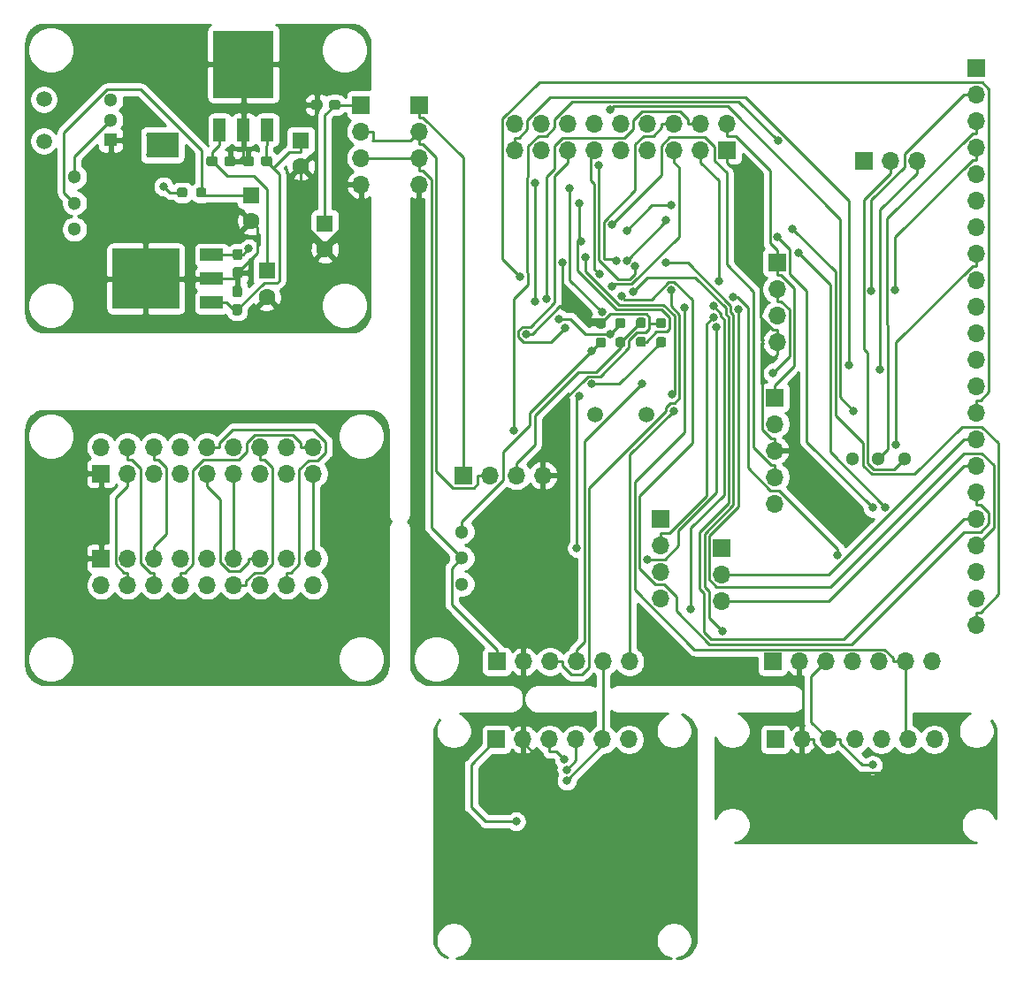
<source format=gbl>
G04 #@! TF.GenerationSoftware,KiCad,Pcbnew,5.1.10-88a1d61d58~88~ubuntu18.04.1*
G04 #@! TF.CreationDate,2021-10-23T19:35:26+09:00*
G04 #@! TF.ProjectId,CameraJigSTM32F446RE_Logic,43616d65-7261-44a6-9967-53544d333246,rev?*
G04 #@! TF.SameCoordinates,Original*
G04 #@! TF.FileFunction,Copper,L2,Bot*
G04 #@! TF.FilePolarity,Positive*
%FSLAX46Y46*%
G04 Gerber Fmt 4.6, Leading zero omitted, Abs format (unit mm)*
G04 Created by KiCad (PCBNEW 5.1.10-88a1d61d58~88~ubuntu18.04.1) date 2021-10-23 19:35:26*
%MOMM*%
%LPD*%
G01*
G04 APERTURE LIST*
G04 #@! TA.AperFunction,ComponentPad*
%ADD10R,1.600000X1.600000*%
G04 #@! TD*
G04 #@! TA.AperFunction,ComponentPad*
%ADD11C,1.600000*%
G04 #@! TD*
G04 #@! TA.AperFunction,ComponentPad*
%ADD12R,1.700000X1.700000*%
G04 #@! TD*
G04 #@! TA.AperFunction,ComponentPad*
%ADD13O,1.700000X1.700000*%
G04 #@! TD*
G04 #@! TA.AperFunction,ComponentPad*
%ADD14C,1.300000*%
G04 #@! TD*
G04 #@! TA.AperFunction,ComponentPad*
%ADD15R,1.300000X1.300000*%
G04 #@! TD*
G04 #@! TA.AperFunction,ComponentPad*
%ADD16C,1.500000*%
G04 #@! TD*
G04 #@! TA.AperFunction,SMDPad,CuDef*
%ADD17R,6.400000X5.800000*%
G04 #@! TD*
G04 #@! TA.AperFunction,SMDPad,CuDef*
%ADD18R,2.200000X1.200000*%
G04 #@! TD*
G04 #@! TA.AperFunction,ComponentPad*
%ADD19C,0.500000*%
G04 #@! TD*
G04 #@! TA.AperFunction,SMDPad,CuDef*
%ADD20R,3.100000X2.410000*%
G04 #@! TD*
G04 #@! TA.AperFunction,SMDPad,CuDef*
%ADD21R,1.200000X2.200000*%
G04 #@! TD*
G04 #@! TA.AperFunction,SMDPad,CuDef*
%ADD22R,5.800000X6.400000*%
G04 #@! TD*
G04 #@! TA.AperFunction,ViaPad*
%ADD23C,0.800000*%
G04 #@! TD*
G04 #@! TA.AperFunction,Conductor*
%ADD24C,0.250000*%
G04 #@! TD*
G04 #@! TA.AperFunction,Conductor*
%ADD25C,0.254000*%
G04 #@! TD*
G04 #@! TA.AperFunction,Conductor*
%ADD26C,0.100000*%
G04 #@! TD*
G04 APERTURE END LIST*
D10*
G04 #@! TO.P,C1,1*
G04 #@! TO.N,+9V*
X69250000Y-79000000D03*
D11*
G04 #@! TO.P,C1,2*
G04 #@! TO.N,GND*
X69250000Y-81500000D03*
G04 #@! TD*
D10*
G04 #@! TO.P,C5,1*
G04 #@! TO.N,+5V*
X74000000Y-73750000D03*
D11*
G04 #@! TO.P,C5,2*
G04 #@! TO.N,GND*
X74000000Y-76250000D03*
G04 #@! TD*
G04 #@! TO.P,C6,2*
G04 #@! TO.N,GND*
X70750000Y-88750000D03*
D10*
G04 #@! TO.P,C6,1*
G04 #@! TO.N,+3V3*
X70750000Y-86250000D03*
G04 #@! TD*
D11*
G04 #@! TO.P,C4,2*
G04 #@! TO.N,GND*
X76300000Y-84200000D03*
D10*
G04 #@! TO.P,C4,1*
G04 #@! TO.N,+8V*
X76300000Y-81700000D03*
G04 #@! TD*
G04 #@! TO.P,C9,2*
G04 #@! TO.N,GND*
G04 #@! TA.AperFunction,SMDPad,CuDef*
G36*
G01*
X67712500Y-85875000D02*
X68187500Y-85875000D01*
G75*
G02*
X68425000Y-86112500I0J-237500D01*
G01*
X68425000Y-86712500D01*
G75*
G02*
X68187500Y-86950000I-237500J0D01*
G01*
X67712500Y-86950000D01*
G75*
G02*
X67475000Y-86712500I0J237500D01*
G01*
X67475000Y-86112500D01*
G75*
G02*
X67712500Y-85875000I237500J0D01*
G01*
G37*
G04 #@! TD.AperFunction*
G04 #@! TO.P,C9,1*
G04 #@! TO.N,+8V*
G04 #@! TA.AperFunction,SMDPad,CuDef*
G36*
G01*
X67712500Y-84150000D02*
X68187500Y-84150000D01*
G75*
G02*
X68425000Y-84387500I0J-237500D01*
G01*
X68425000Y-84987500D01*
G75*
G02*
X68187500Y-85225000I-237500J0D01*
G01*
X67712500Y-85225000D01*
G75*
G02*
X67475000Y-84987500I0J237500D01*
G01*
X67475000Y-84387500D01*
G75*
G02*
X67712500Y-84150000I237500J0D01*
G01*
G37*
G04 #@! TD.AperFunction*
G04 #@! TD*
G04 #@! TO.P,C11,2*
G04 #@! TO.N,GND*
G04 #@! TA.AperFunction,SMDPad,CuDef*
G36*
G01*
X69525000Y-75512500D02*
X69525000Y-75987500D01*
G75*
G02*
X69287500Y-76225000I-237500J0D01*
G01*
X68687500Y-76225000D01*
G75*
G02*
X68450000Y-75987500I0J237500D01*
G01*
X68450000Y-75512500D01*
G75*
G02*
X68687500Y-75275000I237500J0D01*
G01*
X69287500Y-75275000D01*
G75*
G02*
X69525000Y-75512500I0J-237500D01*
G01*
G37*
G04 #@! TD.AperFunction*
G04 #@! TO.P,C11,1*
G04 #@! TO.N,+5V*
G04 #@! TA.AperFunction,SMDPad,CuDef*
G36*
G01*
X71250000Y-75512500D02*
X71250000Y-75987500D01*
G75*
G02*
X71012500Y-76225000I-237500J0D01*
G01*
X70412500Y-76225000D01*
G75*
G02*
X70175000Y-75987500I0J237500D01*
G01*
X70175000Y-75512500D01*
G75*
G02*
X70412500Y-75275000I237500J0D01*
G01*
X71012500Y-75275000D01*
G75*
G02*
X71250000Y-75512500I0J-237500D01*
G01*
G37*
G04 #@! TD.AperFunction*
G04 #@! TD*
G04 #@! TO.P,C14,2*
G04 #@! TO.N,GND*
G04 #@! TA.AperFunction,SMDPad,CuDef*
G36*
G01*
X68137500Y-88775000D02*
X67662500Y-88775000D01*
G75*
G02*
X67425000Y-88537500I0J237500D01*
G01*
X67425000Y-87937500D01*
G75*
G02*
X67662500Y-87700000I237500J0D01*
G01*
X68137500Y-87700000D01*
G75*
G02*
X68375000Y-87937500I0J-237500D01*
G01*
X68375000Y-88537500D01*
G75*
G02*
X68137500Y-88775000I-237500J0D01*
G01*
G37*
G04 #@! TD.AperFunction*
G04 #@! TO.P,C14,1*
G04 #@! TO.N,+5V*
G04 #@! TA.AperFunction,SMDPad,CuDef*
G36*
G01*
X68137500Y-90500000D02*
X67662500Y-90500000D01*
G75*
G02*
X67425000Y-90262500I0J237500D01*
G01*
X67425000Y-89662500D01*
G75*
G02*
X67662500Y-89425000I237500J0D01*
G01*
X68137500Y-89425000D01*
G75*
G02*
X68375000Y-89662500I0J-237500D01*
G01*
X68375000Y-90262500D01*
G75*
G02*
X68137500Y-90500000I-237500J0D01*
G01*
G37*
G04 #@! TD.AperFunction*
G04 #@! TD*
G04 #@! TO.P,C15,1*
G04 #@! TO.N,+3V3*
G04 #@! TA.AperFunction,SMDPad,CuDef*
G36*
G01*
X64950000Y-75987500D02*
X64950000Y-75512500D01*
G75*
G02*
X65187500Y-75275000I237500J0D01*
G01*
X65787500Y-75275000D01*
G75*
G02*
X66025000Y-75512500I0J-237500D01*
G01*
X66025000Y-75987500D01*
G75*
G02*
X65787500Y-76225000I-237500J0D01*
G01*
X65187500Y-76225000D01*
G75*
G02*
X64950000Y-75987500I0J237500D01*
G01*
G37*
G04 #@! TD.AperFunction*
G04 #@! TO.P,C15,2*
G04 #@! TO.N,GND*
G04 #@! TA.AperFunction,SMDPad,CuDef*
G36*
G01*
X66675000Y-75987500D02*
X66675000Y-75512500D01*
G75*
G02*
X66912500Y-75275000I237500J0D01*
G01*
X67512500Y-75275000D01*
G75*
G02*
X67750000Y-75512500I0J-237500D01*
G01*
X67750000Y-75987500D01*
G75*
G02*
X67512500Y-76225000I-237500J0D01*
G01*
X66912500Y-76225000D01*
G75*
G02*
X66675000Y-75987500I0J237500D01*
G01*
G37*
G04 #@! TD.AperFunction*
G04 #@! TD*
G04 #@! TO.P,C16,1*
G04 #@! TO.N,+8V*
G04 #@! TA.AperFunction,SMDPad,CuDef*
G36*
G01*
X77787500Y-70112500D02*
X77787500Y-70587500D01*
G75*
G02*
X77550000Y-70825000I-237500J0D01*
G01*
X76950000Y-70825000D01*
G75*
G02*
X76712500Y-70587500I0J237500D01*
G01*
X76712500Y-70112500D01*
G75*
G02*
X76950000Y-69875000I237500J0D01*
G01*
X77550000Y-69875000D01*
G75*
G02*
X77787500Y-70112500I0J-237500D01*
G01*
G37*
G04 #@! TD.AperFunction*
G04 #@! TO.P,C16,2*
G04 #@! TO.N,GND*
G04 #@! TA.AperFunction,SMDPad,CuDef*
G36*
G01*
X76062500Y-70112500D02*
X76062500Y-70587500D01*
G75*
G02*
X75825000Y-70825000I-237500J0D01*
G01*
X75225000Y-70825000D01*
G75*
G02*
X74987500Y-70587500I0J237500D01*
G01*
X74987500Y-70112500D01*
G75*
G02*
X75225000Y-69875000I237500J0D01*
G01*
X75825000Y-69875000D01*
G75*
G02*
X76062500Y-70112500I0J-237500D01*
G01*
G37*
G04 #@! TD.AperFunction*
G04 #@! TD*
D12*
G04 #@! TO.P,J2,1*
G04 #@! TO.N,+3V3*
X119390000Y-98369100D03*
D13*
G04 #@! TO.P,J2,2*
G04 #@! TO.N,TCK*
X119390000Y-100909100D03*
G04 #@! TO.P,J2,3*
G04 #@! TO.N,GND*
X119390000Y-103449100D03*
G04 #@! TO.P,J2,4*
G04 #@! TO.N,TMS*
X119390000Y-105989100D03*
G04 #@! TO.P,J2,5*
G04 #@! TO.N,RESET*
X119390000Y-108529100D03*
G04 #@! TD*
D12*
G04 #@! TO.P,J4,1*
G04 #@! TO.N,+3V3*
X119591000Y-85453200D03*
D13*
G04 #@! TO.P,J4,2*
G04 #@! TO.N,USART2_TX*
X119591000Y-87993200D03*
G04 #@! TO.P,J4,3*
G04 #@! TO.N,USART2_RX*
X119591000Y-90533200D03*
G04 #@! TO.P,J4,4*
G04 #@! TO.N,GND*
X119591000Y-93073200D03*
G04 #@! TD*
D12*
G04 #@! TO.P,J5,1*
G04 #@! TO.N,Net-(J5-Pad1)*
X127914000Y-75694500D03*
D13*
G04 #@! TO.P,J5,2*
G04 #@! TO.N,SUPPLY_OUT*
X130454000Y-75694500D03*
G04 #@! TO.P,J5,3*
G04 #@! TO.N,SUPPLY_V*
X132994000Y-75694500D03*
G04 #@! TD*
D12*
G04 #@! TO.P,J6,1*
G04 #@! TO.N,GND*
X114808000Y-74676000D03*
D13*
G04 #@! TO.P,J6,2*
G04 #@! TO.N,+3V3*
X114808000Y-72136000D03*
G04 #@! TO.P,J6,3*
G04 #@! TO.N,I2C2_SCL*
X112268000Y-74676000D03*
G04 #@! TO.P,J6,4*
G04 #@! TO.N,DCMI_VSYNC*
X112268000Y-72136000D03*
G04 #@! TO.P,J6,5*
G04 #@! TO.N,I2C2_SDA*
X109728000Y-74676000D03*
G04 #@! TO.P,J6,6*
G04 #@! TO.N,DCMI_HSYNC*
X109728000Y-72136000D03*
G04 #@! TO.P,J6,7*
G04 #@! TO.N,DCMI_D0*
X107188000Y-74676000D03*
G04 #@! TO.P,J6,8*
G04 #@! TO.N,RESET*
X107188000Y-72136000D03*
G04 #@! TO.P,J6,9*
G04 #@! TO.N,DCMI_D2*
X104648000Y-74676000D03*
G04 #@! TO.P,J6,10*
G04 #@! TO.N,DCMI_D1*
X104648000Y-72136000D03*
G04 #@! TO.P,J6,11*
G04 #@! TO.N,DCMI_D4*
X102108000Y-74676000D03*
G04 #@! TO.P,J6,12*
G04 #@! TO.N,DCMI_D3*
X102108000Y-72136000D03*
G04 #@! TO.P,J6,13*
G04 #@! TO.N,DCMI_D6*
X99568000Y-74676000D03*
G04 #@! TO.P,J6,14*
G04 #@! TO.N,DCMI_D5*
X99568000Y-72136000D03*
G04 #@! TO.P,J6,15*
G04 #@! TO.N,RCC_MCO_1*
X97028000Y-74676000D03*
G04 #@! TO.P,J6,16*
G04 #@! TO.N,DCMI_D7*
X97028000Y-72136000D03*
G04 #@! TO.P,J6,17*
G04 #@! TO.N,CAMERA_PWDN*
X94488000Y-74676000D03*
G04 #@! TO.P,J6,18*
G04 #@! TO.N,DCMI_PIXCLK*
X94488000Y-72136000D03*
G04 #@! TD*
G04 #@! TO.P,J8,4*
G04 #@! TO.N,GND*
X85323500Y-77981000D03*
G04 #@! TO.P,J8,3*
G04 #@! TO.N,+3V3*
X85323500Y-75441000D03*
G04 #@! TO.P,J8,2*
G04 #@! TO.N,+5V*
X85323500Y-72901000D03*
D12*
G04 #@! TO.P,J8,1*
G04 #@! TO.N,+8V*
X85323500Y-70361000D03*
G04 #@! TD*
G04 #@! TO.P,J9,1*
G04 #@! TO.N,+8V*
X89562900Y-105839000D03*
D13*
G04 #@! TO.P,J9,2*
G04 #@! TO.N,+5V*
X92102900Y-105839000D03*
G04 #@! TO.P,J9,3*
G04 #@! TO.N,+3V3*
X94642900Y-105839000D03*
G04 #@! TO.P,J9,4*
G04 #@! TO.N,GND*
X97182900Y-105839000D03*
G04 #@! TD*
D12*
G04 #@! TO.P,J10,1*
G04 #@! TO.N,+3V3*
X119418000Y-131133000D03*
D13*
G04 #@! TO.P,J10,2*
G04 #@! TO.N,GND*
X121958000Y-131133000D03*
G04 #@! TO.P,J10,3*
G04 #@! TO.N,LCD_SCK*
X124498000Y-131133000D03*
G04 #@! TO.P,J10,4*
G04 #@! TO.N,SPI_MOSI*
X127038000Y-131133000D03*
G04 #@! TO.P,J10,5*
G04 #@! TO.N,LCD_A0*
X129578000Y-131133000D03*
G04 #@! TO.P,J10,6*
G04 #@! TO.N,LCD_RESET*
X132118000Y-131133000D03*
G04 #@! TO.P,J10,7*
G04 #@! TO.N,LCD_NSS*
X134658000Y-131133000D03*
G04 #@! TD*
G04 #@! TO.P,J11,7*
G04 #@! TO.N,LCD_NSS*
X134404000Y-123683000D03*
G04 #@! TO.P,J11,6*
G04 #@! TO.N,LCD_RESET*
X131864000Y-123683000D03*
G04 #@! TO.P,J11,5*
G04 #@! TO.N,LCD_A0*
X129324000Y-123683000D03*
G04 #@! TO.P,J11,4*
G04 #@! TO.N,SPI_MOSI*
X126784000Y-123683000D03*
G04 #@! TO.P,J11,3*
G04 #@! TO.N,LCD_SCK*
X124244000Y-123683000D03*
G04 #@! TO.P,J11,2*
G04 #@! TO.N,GND*
X121704000Y-123683000D03*
D12*
G04 #@! TO.P,J11,1*
G04 #@! TO.N,+3V3*
X119164000Y-123683000D03*
G04 #@! TD*
G04 #@! TO.P,J13,1*
G04 #@! TO.N,Net-(J12-Pad1)*
X54887500Y-113802000D03*
D13*
G04 #@! TO.P,J13,2*
G04 #@! TO.N,Net-(J12-Pad2)*
X54887500Y-116342000D03*
G04 #@! TO.P,J13,3*
G04 #@! TO.N,Net-(J12-Pad5)*
X57427500Y-113802000D03*
G04 #@! TO.P,J13,4*
G04 #@! TO.N,Net-(J12-Pad3)*
X57427500Y-116342000D03*
G04 #@! TO.P,J13,5*
G04 #@! TO.N,Net-(J12-Pad6)*
X59967500Y-113802000D03*
G04 #@! TO.P,J13,6*
G04 #@! TO.N,Net-(J12-Pad4)*
X59967500Y-116342000D03*
G04 #@! TO.P,J13,7*
G04 #@! TO.N,Net-(J12-Pad15)*
X62507500Y-113802000D03*
G04 #@! TO.P,J13,8*
G04 #@! TO.N,Net-(J12-Pad18)*
X62507500Y-116342000D03*
G04 #@! TO.P,J13,9*
G04 #@! TO.N,Net-(J12-Pad13)*
X65047500Y-113802000D03*
G04 #@! TO.P,J13,10*
G04 #@! TO.N,Net-(J12-Pad16)*
X65047500Y-116342000D03*
G04 #@! TO.P,J13,11*
G04 #@! TO.N,Net-(J12-Pad11)*
X67587500Y-113802000D03*
G04 #@! TO.P,J13,12*
G04 #@! TO.N,Net-(J12-Pad14)*
X67587500Y-116342000D03*
G04 #@! TO.P,J13,13*
G04 #@! TO.N,Net-(J12-Pad9)*
X70127500Y-113802000D03*
G04 #@! TO.P,J13,14*
G04 #@! TO.N,Net-(J12-Pad12)*
X70127500Y-116342000D03*
G04 #@! TO.P,J13,15*
G04 #@! TO.N,Net-(J12-Pad7)*
X72667500Y-113802000D03*
G04 #@! TO.P,J13,16*
G04 #@! TO.N,Net-(J12-Pad10)*
X72667500Y-116342000D03*
G04 #@! TO.P,J13,17*
G04 #@! TO.N,Net-(J12-Pad17)*
X75207500Y-113802000D03*
G04 #@! TO.P,J13,18*
G04 #@! TO.N,Net-(J12-Pad8)*
X75207500Y-116342000D03*
G04 #@! TD*
G04 #@! TO.P,J14,6*
G04 #@! TO.N,SPI2_MISO*
X105473500Y-123683000D03*
G04 #@! TO.P,J14,5*
G04 #@! TO.N,SPI2_SCK*
X102933500Y-123683000D03*
G04 #@! TO.P,J14,4*
G04 #@! TO.N,SPI2_MOSI*
X100393500Y-123683000D03*
G04 #@! TO.P,J14,3*
G04 #@! TO.N,SD_NSS*
X97853500Y-123683000D03*
G04 #@! TO.P,J14,2*
G04 #@! TO.N,GND*
X95313500Y-123683000D03*
D12*
G04 #@! TO.P,J14,1*
G04 #@! TO.N,+3V3*
X92773500Y-123683000D03*
G04 #@! TD*
G04 #@! TO.P,J15,1*
G04 #@! TO.N,+3V3*
X92737900Y-131133000D03*
D13*
G04 #@! TO.P,J15,2*
G04 #@! TO.N,GND*
X95277900Y-131133000D03*
G04 #@! TO.P,J15,3*
G04 #@! TO.N,SD_NSS*
X97817900Y-131133000D03*
G04 #@! TO.P,J15,4*
G04 #@! TO.N,SPI2_MOSI*
X100357900Y-131133000D03*
G04 #@! TO.P,J15,5*
G04 #@! TO.N,SPI2_SCK*
X102897900Y-131133000D03*
G04 #@! TO.P,J15,6*
G04 #@! TO.N,SPI2_MISO*
X105437900Y-131133000D03*
G04 #@! TD*
G04 #@! TO.P,J17,4*
G04 #@! TO.N,PB3*
X108458000Y-117602000D03*
G04 #@! TO.P,J17,3*
G04 #@! TO.N,PD2*
X108458000Y-115062000D03*
G04 #@! TO.P,J17,2*
G04 #@! TO.N,ADC2_IN7*
X108458000Y-112522000D03*
D12*
G04 #@! TO.P,J17,1*
G04 #@! TO.N,ADC1_IN1*
X108458000Y-109982000D03*
G04 #@! TD*
G04 #@! TO.P,J21,1*
G04 #@! TO.N,+8V*
X79756000Y-70358000D03*
D13*
G04 #@! TO.P,J21,2*
G04 #@! TO.N,+5V*
X79756000Y-72898000D03*
G04 #@! TO.P,J21,3*
G04 #@! TO.N,+3V3*
X79756000Y-75438000D03*
G04 #@! TO.P,J21,4*
G04 #@! TO.N,GND*
X79756000Y-77978000D03*
G04 #@! TD*
G04 #@! TO.P,R2,1*
G04 #@! TO.N,SYS_WKUP0*
G04 #@! TA.AperFunction,SMDPad,CuDef*
G36*
G01*
X108733500Y-93574100D02*
X108258500Y-93574100D01*
G75*
G02*
X108021000Y-93336600I0J237500D01*
G01*
X108021000Y-92836600D01*
G75*
G02*
X108258500Y-92599100I237500J0D01*
G01*
X108733500Y-92599100D01*
G75*
G02*
X108971000Y-92836600I0J-237500D01*
G01*
X108971000Y-93336600D01*
G75*
G02*
X108733500Y-93574100I-237500J0D01*
G01*
G37*
G04 #@! TD.AperFunction*
G04 #@! TO.P,R2,2*
G04 #@! TO.N,GND*
G04 #@! TA.AperFunction,SMDPad,CuDef*
G36*
G01*
X108733500Y-91749100D02*
X108258500Y-91749100D01*
G75*
G02*
X108021000Y-91511600I0J237500D01*
G01*
X108021000Y-91011600D01*
G75*
G02*
X108258500Y-90774100I237500J0D01*
G01*
X108733500Y-90774100D01*
G75*
G02*
X108971000Y-91011600I0J-237500D01*
G01*
X108971000Y-91511600D01*
G75*
G02*
X108733500Y-91749100I-237500J0D01*
G01*
G37*
G04 #@! TD.AperFunction*
G04 #@! TD*
G04 #@! TO.P,R3,2*
G04 #@! TO.N,GND*
G04 #@! TA.AperFunction,SMDPad,CuDef*
G36*
G01*
X102977500Y-91764300D02*
X102502500Y-91764300D01*
G75*
G02*
X102265000Y-91526800I0J237500D01*
G01*
X102265000Y-91026800D01*
G75*
G02*
X102502500Y-90789300I237500J0D01*
G01*
X102977500Y-90789300D01*
G75*
G02*
X103215000Y-91026800I0J-237500D01*
G01*
X103215000Y-91526800D01*
G75*
G02*
X102977500Y-91764300I-237500J0D01*
G01*
G37*
G04 #@! TD.AperFunction*
G04 #@! TO.P,R3,1*
G04 #@! TO.N,Net-(R3-Pad1)*
G04 #@! TA.AperFunction,SMDPad,CuDef*
G36*
G01*
X102977500Y-93589300D02*
X102502500Y-93589300D01*
G75*
G02*
X102265000Y-93351800I0J237500D01*
G01*
X102265000Y-92851800D01*
G75*
G02*
X102502500Y-92614300I237500J0D01*
G01*
X102977500Y-92614300D01*
G75*
G02*
X103215000Y-92851800I0J-237500D01*
G01*
X103215000Y-93351800D01*
G75*
G02*
X102977500Y-93589300I-237500J0D01*
G01*
G37*
G04 #@! TD.AperFunction*
G04 #@! TD*
G04 #@! TO.P,R4,1*
G04 #@! TO.N,+3V3*
G04 #@! TA.AperFunction,SMDPad,CuDef*
G36*
G01*
X106330500Y-90736000D02*
X106805500Y-90736000D01*
G75*
G02*
X107043000Y-90973500I0J-237500D01*
G01*
X107043000Y-91473500D01*
G75*
G02*
X106805500Y-91711000I-237500J0D01*
G01*
X106330500Y-91711000D01*
G75*
G02*
X106093000Y-91473500I0J237500D01*
G01*
X106093000Y-90973500D01*
G75*
G02*
X106330500Y-90736000I237500J0D01*
G01*
G37*
G04 #@! TD.AperFunction*
G04 #@! TO.P,R4,2*
G04 #@! TO.N,RESET*
G04 #@! TA.AperFunction,SMDPad,CuDef*
G36*
G01*
X106330500Y-92561000D02*
X106805500Y-92561000D01*
G75*
G02*
X107043000Y-92798500I0J-237500D01*
G01*
X107043000Y-93298500D01*
G75*
G02*
X106805500Y-93536000I-237500J0D01*
G01*
X106330500Y-93536000D01*
G75*
G02*
X106093000Y-93298500I0J237500D01*
G01*
X106093000Y-92798500D01*
G75*
G02*
X106330500Y-92561000I237500J0D01*
G01*
G37*
G04 #@! TD.AperFunction*
G04 #@! TD*
G04 #@! TO.P,R6,1*
G04 #@! TO.N,+3V3*
G04 #@! TA.AperFunction,SMDPad,CuDef*
G36*
G01*
X104834500Y-93581700D02*
X104359500Y-93581700D01*
G75*
G02*
X104122000Y-93344200I0J237500D01*
G01*
X104122000Y-92844200D01*
G75*
G02*
X104359500Y-92606700I237500J0D01*
G01*
X104834500Y-92606700D01*
G75*
G02*
X105072000Y-92844200I0J-237500D01*
G01*
X105072000Y-93344200D01*
G75*
G02*
X104834500Y-93581700I-237500J0D01*
G01*
G37*
G04 #@! TD.AperFunction*
G04 #@! TO.P,R6,2*
G04 #@! TO.N,SHUTTER*
G04 #@! TA.AperFunction,SMDPad,CuDef*
G36*
G01*
X104834500Y-91756700D02*
X104359500Y-91756700D01*
G75*
G02*
X104122000Y-91519200I0J237500D01*
G01*
X104122000Y-91019200D01*
G75*
G02*
X104359500Y-90781700I237500J0D01*
G01*
X104834500Y-90781700D01*
G75*
G02*
X105072000Y-91019200I0J-237500D01*
G01*
X105072000Y-91519200D01*
G75*
G02*
X104834500Y-91756700I-237500J0D01*
G01*
G37*
G04 #@! TD.AperFunction*
G04 #@! TD*
G04 #@! TO.P,R32,1*
G04 #@! TO.N,+9V*
G04 #@! TA.AperFunction,SMDPad,CuDef*
G36*
G01*
X64950000Y-78512500D02*
X64950000Y-78987500D01*
G75*
G02*
X64712500Y-79225000I-237500J0D01*
G01*
X64212500Y-79225000D01*
G75*
G02*
X63975000Y-78987500I0J237500D01*
G01*
X63975000Y-78512500D01*
G75*
G02*
X64212500Y-78275000I237500J0D01*
G01*
X64712500Y-78275000D01*
G75*
G02*
X64950000Y-78512500I0J-237500D01*
G01*
G37*
G04 #@! TD.AperFunction*
G04 #@! TO.P,R32,2*
G04 #@! TO.N,Net-(R32-Pad2)*
G04 #@! TA.AperFunction,SMDPad,CuDef*
G36*
G01*
X63125000Y-78512500D02*
X63125000Y-78987500D01*
G75*
G02*
X62887500Y-79225000I-237500J0D01*
G01*
X62387500Y-79225000D01*
G75*
G02*
X62150000Y-78987500I0J237500D01*
G01*
X62150000Y-78512500D01*
G75*
G02*
X62387500Y-78275000I237500J0D01*
G01*
X62887500Y-78275000D01*
G75*
G02*
X63125000Y-78512500I0J-237500D01*
G01*
G37*
G04 #@! TD.AperFunction*
G04 #@! TD*
D14*
G04 #@! TO.P,SW1,1*
G04 #@! TO.N,Net-(R3-Pad1)*
X89425800Y-111251000D03*
G04 #@! TO.P,SW1,2*
G04 #@! TO.N,+3V3*
X89425800Y-113751000D03*
G04 #@! TO.P,SW1,3*
G04 #@! TO.N,N/C*
X89425800Y-116251000D03*
G04 #@! TD*
G04 #@! TO.P,SW4,1*
G04 #@! TO.N,SUPPLY_OUT*
X131775000Y-104264000D03*
G04 #@! TO.P,SW4,2*
G04 #@! TO.N,VH*
X129275000Y-104264000D03*
G04 #@! TO.P,SW4,3*
G04 #@! TO.N,N/C*
X126775000Y-104264000D03*
G04 #@! TD*
G04 #@! TO.P,SW6,3*
G04 #@! TO.N,N/C*
X52324000Y-82256000D03*
G04 #@! TO.P,SW6,2*
G04 #@! TO.N,+9V*
X52324000Y-79756000D03*
G04 #@! TO.P,SW6,1*
G04 #@! TO.N,Net-(SW6-Pad1)*
X52324000Y-77256000D03*
G04 #@! TD*
G04 #@! TO.P,U3,*
G04 #@! TO.N,*
X55792000Y-69918500D03*
D15*
G04 #@! TO.P,U3,2*
G04 #@! TO.N,GND*
X55792000Y-73718500D03*
D14*
G04 #@! TO.P,U3,1*
G04 #@! TO.N,Net-(SW6-Pad1)*
X55792000Y-71816000D03*
D16*
G04 #@! TO.P,U3,*
G04 #@! TO.N,*
X49403000Y-69818500D03*
X49403000Y-73818500D03*
G04 #@! TD*
D17*
G04 #@! TO.P,U4,2*
G04 #@! TO.N,GND*
X59150000Y-87000000D03*
D18*
G04 #@! TO.P,U4,3*
G04 #@! TO.N,+5V*
X65450000Y-89280000D03*
G04 #@! TO.P,U4,2*
G04 #@! TO.N,GND*
X65450000Y-87000000D03*
G04 #@! TO.P,U4,1*
G04 #@! TO.N,+8V*
X65450000Y-84720000D03*
G04 #@! TD*
D19*
G04 #@! TO.P,U5,9*
G04 #@! TO.N,N/C*
X62050000Y-73245000D03*
X62050000Y-75155000D03*
X60750000Y-73245000D03*
X60750000Y-75155000D03*
X59450000Y-73245000D03*
X59450000Y-75155000D03*
D20*
X60750000Y-74200000D03*
G04 #@! TD*
D21*
G04 #@! TO.P,U6,1*
G04 #@! TO.N,+5V*
X70780000Y-72750000D03*
G04 #@! TO.P,U6,2*
G04 #@! TO.N,GND*
X68500000Y-72750000D03*
G04 #@! TO.P,U6,3*
G04 #@! TO.N,+3V3*
X66220000Y-72750000D03*
D22*
G04 #@! TO.P,U6,2*
G04 #@! TO.N,GND*
X68500000Y-66450000D03*
G04 #@! TD*
D16*
G04 #@! TO.P,Y1,1*
G04 #@! TO.N,Net-(C2-Pad1)*
X102196000Y-99982800D03*
G04 #@! TO.P,Y1,2*
G04 #@! TO.N,Net-(C3-Pad1)*
X107076000Y-99982800D03*
G04 #@! TD*
D12*
G04 #@! TO.P,J1,1*
G04 #@! TO.N,PHE*
X114300000Y-112776000D03*
D13*
G04 #@! TO.P,J1,2*
G04 #@! TO.N,TM*
X114300000Y-115316000D03*
G04 #@! TO.P,J1,3*
G04 #@! TO.N,TM_*
X114300000Y-117856000D03*
G04 #@! TD*
D12*
G04 #@! TO.P,J3,1*
G04 #@! TO.N,+3V3*
X138684000Y-66802000D03*
D13*
G04 #@! TO.P,J3,2*
G04 #@! TO.N,+5V*
X138684000Y-69342000D03*
G04 #@! TO.P,J3,3*
G04 #@! TO.N,VH*
X138684000Y-71882000D03*
G04 #@! TO.P,J3,4*
G04 #@! TO.N,VLOGIC*
X138684000Y-74422000D03*
G04 #@! TO.P,J3,5*
G04 #@! TO.N,GND*
X138684000Y-76962000D03*
G04 #@! TO.P,J3,6*
G04 #@! TO.N,PHE*
X138684000Y-79502000D03*
G04 #@! TO.P,J3,7*
G04 #@! TO.N,DI*
X138684000Y-82042000D03*
G04 #@! TO.P,J3,8*
G04 #@! TO.N,CLK*
X138684000Y-84582000D03*
G04 #@! TO.P,J3,9*
G04 #@! TO.N,STB1*
X138684000Y-87122000D03*
G04 #@! TO.P,J3,10*
G04 #@! TO.N,STB2*
X138684000Y-89662000D03*
G04 #@! TO.P,J3,11*
G04 #@! TO.N,STB3*
X138684000Y-92202000D03*
G04 #@! TO.P,J3,12*
G04 #@! TO.N,STB4*
X138684000Y-94742000D03*
G04 #@! TO.P,J3,13*
G04 #@! TO.N,STB5*
X138684000Y-97282000D03*
G04 #@! TO.P,J3,14*
G04 #@! TO.N,STB6*
X138684000Y-99822000D03*
G04 #@! TO.P,J3,15*
G04 #@! TO.N,TM*
X138684000Y-102362000D03*
G04 #@! TO.P,J3,16*
G04 #@! TO.N,TM_*
X138684000Y-104902000D03*
G04 #@! TO.P,J3,17*
G04 #@! TO.N,LAT*
X138684000Y-107442000D03*
G04 #@! TO.P,J3,18*
G04 #@! TO.N,DO*
X138684000Y-109982000D03*
G04 #@! TO.P,J3,19*
G04 #@! TO.N,MTA_PHASE*
X138684000Y-112522000D03*
G04 #@! TO.P,J3,20*
G04 #@! TO.N,MTA_EN*
X138684000Y-115062000D03*
G04 #@! TO.P,J3,21*
G04 #@! TO.N,MTB_PHASE*
X138684000Y-117602000D03*
G04 #@! TO.P,J3,22*
G04 #@! TO.N,MTB_EN*
X138684000Y-120142000D03*
G04 #@! TD*
D12*
G04 #@! TO.P,J12,1*
G04 #@! TO.N,Net-(J12-Pad1)*
X54864000Y-105664000D03*
D13*
G04 #@! TO.P,J12,2*
G04 #@! TO.N,Net-(J12-Pad2)*
X54864000Y-103124000D03*
G04 #@! TO.P,J12,3*
G04 #@! TO.N,Net-(J12-Pad3)*
X57404000Y-105664000D03*
G04 #@! TO.P,J12,4*
G04 #@! TO.N,Net-(J12-Pad4)*
X57404000Y-103124000D03*
G04 #@! TO.P,J12,5*
G04 #@! TO.N,Net-(J12-Pad5)*
X59944000Y-105664000D03*
G04 #@! TO.P,J12,6*
G04 #@! TO.N,Net-(J12-Pad6)*
X59944000Y-103124000D03*
G04 #@! TO.P,J12,7*
G04 #@! TO.N,Net-(J12-Pad7)*
X62484000Y-105664000D03*
G04 #@! TO.P,J12,8*
G04 #@! TO.N,Net-(J12-Pad8)*
X62484000Y-103124000D03*
G04 #@! TO.P,J12,9*
G04 #@! TO.N,Net-(J12-Pad9)*
X65024000Y-105664000D03*
G04 #@! TO.P,J12,10*
G04 #@! TO.N,Net-(J12-Pad10)*
X65024000Y-103124000D03*
G04 #@! TO.P,J12,11*
G04 #@! TO.N,Net-(J12-Pad11)*
X67564000Y-105664000D03*
G04 #@! TO.P,J12,12*
G04 #@! TO.N,Net-(J12-Pad12)*
X67564000Y-103124000D03*
G04 #@! TO.P,J12,13*
G04 #@! TO.N,Net-(J12-Pad13)*
X70104000Y-105664000D03*
G04 #@! TO.P,J12,14*
G04 #@! TO.N,Net-(J12-Pad14)*
X70104000Y-103124000D03*
G04 #@! TO.P,J12,15*
G04 #@! TO.N,Net-(J12-Pad15)*
X72644000Y-105664000D03*
G04 #@! TO.P,J12,16*
G04 #@! TO.N,Net-(J12-Pad16)*
X72644000Y-103124000D03*
G04 #@! TO.P,J12,17*
G04 #@! TO.N,Net-(J12-Pad17)*
X75184000Y-105664000D03*
G04 #@! TO.P,J12,18*
G04 #@! TO.N,Net-(J12-Pad18)*
X75184000Y-103124000D03*
G04 #@! TD*
D23*
G04 #@! TO.N,GND*
X132042000Y-134216000D03*
X117566000Y-85655200D03*
X99031300Y-85436000D03*
X95589000Y-92320100D03*
X98280000Y-134420000D03*
G04 #@! TO.N,+5V*
X128628000Y-88180300D03*
G04 #@! TO.N,+3V3*
X94610000Y-138980000D03*
G04 #@! TO.N,+8V*
X69029600Y-84118800D03*
G04 #@! TO.N,LD2*
X113738000Y-91669500D03*
X107156000Y-113939000D03*
G04 #@! TO.N,VLOGIC*
X130875000Y-88066700D03*
G04 #@! TO.N,TCK*
X101266000Y-84987700D03*
X109514000Y-98108900D03*
G04 #@! TO.N,TMS*
X103746000Y-81850000D03*
G04 #@! TO.N,RESET*
X100814000Y-83388000D03*
X100654000Y-79764700D03*
G04 #@! TO.N,DI*
X94364700Y-101525000D03*
X119680000Y-73804500D03*
G04 #@! TO.N,STB2*
X108977000Y-81427700D03*
X105190063Y-85245829D03*
G04 #@! TO.N,STB3*
X105197000Y-82366100D03*
X109434000Y-79944700D03*
G04 #@! TO.N,STB4*
X126925000Y-99650600D03*
X103658000Y-70792800D03*
G04 #@! TO.N,STB6*
X94957100Y-86781000D03*
G04 #@! TO.N,LAT*
X104718000Y-88695100D03*
G04 #@! TO.N,DO*
X105779000Y-88249000D03*
G04 #@! TO.N,MTA_PHASE*
X115863000Y-89917200D03*
G04 #@! TO.N,MTA_EN*
X129972000Y-108871000D03*
X121681000Y-84525300D03*
G04 #@! TO.N,MTB_PHASE*
X128760000Y-108936000D03*
X119660000Y-82999300D03*
G04 #@! TO.N,MTB_EN*
X121065000Y-82210100D03*
G04 #@! TO.N,USART2_TX*
X119162000Y-96016300D03*
G04 #@! TO.N,I2C2_SCL*
X114031000Y-87252000D03*
G04 #@! TO.N,DCMI_VSYNC*
X97560400Y-88942800D03*
G04 #@! TO.N,I2C2_SDA*
X103811000Y-87752000D03*
G04 #@! TO.N,DCMI_HSYNC*
X104188000Y-85252100D03*
G04 #@! TO.N,DCMI_D4*
X102563000Y-86583800D03*
G04 #@! TO.N,DCMI_D6*
X99292100Y-91719000D03*
G04 #@! TO.N,DCMI_D5*
X102828000Y-90182100D03*
X99763600Y-78309200D03*
G04 #@! TO.N,DCMI_D7*
X96398100Y-89141900D03*
X96398100Y-77858800D03*
G04 #@! TO.N,CAMERA_PWDN*
X126477000Y-95253500D03*
G04 #@! TO.N,DCMI_PIXCLK*
X106028000Y-85791600D03*
X102527000Y-76132600D03*
G04 #@! TO.N,LCD_SCK*
X128755000Y-133578000D03*
G04 #@! TO.N,LCD_A0*
X113509000Y-89619600D03*
X111350000Y-118625000D03*
G04 #@! TO.N,LCD_RESET*
X110733000Y-89752000D03*
G04 #@! TO.N,LCD_NSS*
X125380000Y-113458000D03*
X115382000Y-88752000D03*
G04 #@! TO.N,SPI2_MISO*
X109676000Y-99660000D03*
G04 #@! TO.N,SPI2_SCK*
X99449400Y-135082000D03*
X114350000Y-120797000D03*
X108973000Y-85485400D03*
G04 #@! TO.N,SPI2_MOSI*
X99434000Y-134071000D03*
X106704000Y-97025300D03*
G04 #@! TO.N,SD_NSS*
X109482000Y-88103600D03*
X99221200Y-133052000D03*
G04 #@! TO.N,ADC2_IN7*
X113509000Y-90669100D03*
G04 #@! TO.N,CLK*
X130965000Y-102902000D03*
X100434000Y-112802000D03*
X100614000Y-98247900D03*
G04 #@! TO.N,SYS_WKUP0*
X101839000Y-97092800D03*
G04 #@! TO.N,Net-(R3-Pad1)*
X101880000Y-93926900D03*
G04 #@! TO.N,SHUTTER*
X103601000Y-92284900D03*
X98737500Y-90845300D03*
G04 #@! TO.N,Net-(R32-Pad2)*
X60846600Y-78173400D03*
G04 #@! TO.N,SUPPLY_V*
X129466000Y-95727000D03*
G04 #@! TD*
D24*
G04 #@! TO.N,GND*
X76299700Y-83768100D02*
X74000000Y-81468400D01*
X74000000Y-81468400D02*
X74000000Y-76250000D01*
X76300000Y-84200000D02*
X76300000Y-83768400D01*
X76300000Y-83768400D02*
X76299700Y-83768100D01*
X79756000Y-77978000D02*
X79756000Y-80311800D01*
X79756000Y-80311800D02*
X76299700Y-83768100D01*
X69250000Y-81500000D02*
X69808700Y-82058700D01*
X69808700Y-82058700D02*
X69808700Y-84553800D01*
X69808700Y-84553800D02*
X67950000Y-86412500D01*
X68500000Y-75262500D02*
X68500000Y-72750000D01*
X68987500Y-75750000D02*
X68500000Y-75262500D01*
X67212500Y-75750000D02*
X68012500Y-75750000D01*
X68012500Y-75750000D02*
X68500000Y-75262500D01*
X67900000Y-87000000D02*
X67900000Y-88237500D01*
X67950000Y-86412500D02*
X67900000Y-86462500D01*
X67900000Y-86462500D02*
X67900000Y-87000000D01*
X67900000Y-87000000D02*
X66875300Y-87000000D01*
X74000000Y-76250000D02*
X75525000Y-74725000D01*
X75525000Y-74725000D02*
X75525000Y-70350000D01*
X59150000Y-87000000D02*
X59150000Y-78051800D01*
X59150000Y-78051800D02*
X55792000Y-74693800D01*
X55792000Y-73718500D02*
X55792000Y-74693800D01*
X65450000Y-87000000D02*
X59150000Y-87000000D01*
X66162700Y-87000000D02*
X65450000Y-87000000D01*
X66162700Y-87000000D02*
X66875300Y-87000000D01*
X68500000Y-72750000D02*
X68500000Y-66450000D01*
X95313500Y-123683000D02*
X95313500Y-131097000D01*
X95313500Y-131097000D02*
X95277900Y-131133000D01*
X97182900Y-105839000D02*
X97182900Y-107014000D01*
X97182900Y-107014000D02*
X95313500Y-108884000D01*
X95313500Y-108884000D02*
X95313500Y-123683000D01*
X99031300Y-89645900D02*
X99031300Y-85436000D01*
X102740000Y-90909600D02*
X101028000Y-90909600D01*
X101028000Y-90909600D02*
X99764800Y-89645900D01*
X99764800Y-89645900D02*
X99031300Y-89645900D01*
X107369000Y-91261600D02*
X107369000Y-91768200D01*
X107369000Y-91768200D02*
X107002000Y-92136000D01*
X107002000Y-92136000D02*
X106192000Y-92136000D01*
X106192000Y-92136000D02*
X105423000Y-92904900D01*
X105423000Y-92904900D02*
X105423000Y-93624700D01*
X105423000Y-93624700D02*
X102680000Y-96367500D01*
X102680000Y-96367500D02*
X101469000Y-96367500D01*
X121704000Y-123683000D02*
X121704000Y-126022000D01*
X121704000Y-126022000D02*
X122103000Y-126421000D01*
X122103000Y-126421000D02*
X122103000Y-130988000D01*
X122103000Y-130988000D02*
X121958000Y-131133000D01*
X108496000Y-91261600D02*
X107369000Y-91261600D01*
X121958000Y-131133000D02*
X123133000Y-131133000D01*
X123133000Y-131133000D02*
X123133000Y-131500000D01*
X123133000Y-131500000D02*
X125940000Y-134307000D01*
X125940000Y-134307000D02*
X131950000Y-134307000D01*
X131950000Y-134307000D02*
X132042000Y-134216000D01*
X102740000Y-91276800D02*
X102740000Y-90909600D01*
X119591000Y-93073200D02*
X119591000Y-91897900D01*
X119591000Y-91897900D02*
X119224000Y-91897900D01*
X119224000Y-91897900D02*
X118017000Y-90690900D01*
X118017000Y-90690900D02*
X118017000Y-86105500D01*
X118017000Y-86105500D02*
X117566000Y-85655200D01*
X114808000Y-74676000D02*
X114808000Y-75851300D01*
X114808000Y-75851300D02*
X117566000Y-78609600D01*
X117566000Y-78609600D02*
X117566000Y-85655200D01*
X102740000Y-90909600D02*
X103127000Y-90909600D01*
X103127000Y-90909600D02*
X103628000Y-90408500D01*
X103628000Y-90408500D02*
X107057000Y-90408500D01*
X107057000Y-90408500D02*
X107369000Y-90721200D01*
X107369000Y-90721200D02*
X107369000Y-91261600D01*
X99031300Y-89645900D02*
X98824100Y-89645900D01*
X98824100Y-89645900D02*
X96149900Y-92320100D01*
X96149900Y-92320100D02*
X95589000Y-92320100D01*
X119390000Y-103449000D02*
X119390000Y-102274000D01*
X119390000Y-102274000D02*
X119023000Y-102274000D01*
X119023000Y-102274000D02*
X118198000Y-101449000D01*
X118198000Y-101449000D02*
X118198000Y-95641800D01*
X118198000Y-95641800D02*
X119591000Y-94248500D01*
X119591000Y-94248500D02*
X119591000Y-93073200D01*
X97182900Y-100653600D02*
X97182900Y-105839000D01*
X101469000Y-96367500D02*
X97182900Y-100653600D01*
X95277900Y-131417900D02*
X95277900Y-131133000D01*
X98280000Y-134420000D02*
X95277900Y-131417900D01*
G04 #@! TO.N,+5V*
X74000000Y-73750000D02*
X74000000Y-74875300D01*
X71356300Y-76393700D02*
X71916200Y-76953700D01*
X71916200Y-76953700D02*
X71916200Y-87195800D01*
X71916200Y-87195800D02*
X71736600Y-87375400D01*
X71736600Y-87375400D02*
X70487100Y-87375400D01*
X70487100Y-87375400D02*
X67900000Y-89962500D01*
X70712500Y-75750000D02*
X71356300Y-76393700D01*
X74000000Y-74875300D02*
X72874700Y-74875300D01*
X72874700Y-74875300D02*
X71356300Y-76393700D01*
X70712500Y-75750000D02*
X70712500Y-74242800D01*
X70712500Y-74242800D02*
X70780000Y-74175300D01*
X65450000Y-89280000D02*
X66875300Y-89280000D01*
X67900000Y-89962500D02*
X67557800Y-89962500D01*
X67557800Y-89962500D02*
X66875300Y-89280000D01*
X70780000Y-72750000D02*
X70780000Y-74175300D01*
X79756000Y-72898000D02*
X80931300Y-72898000D01*
X80931300Y-72898000D02*
X80931300Y-73687000D01*
X80931300Y-73687000D02*
X80870300Y-73748000D01*
X85323500Y-72901000D02*
X85323500Y-74076300D01*
X85323500Y-74076300D02*
X85690800Y-74076300D01*
X85690800Y-74076300D02*
X86962700Y-75348200D01*
X86962700Y-75348200D02*
X86962700Y-105408000D01*
X86962700Y-105408000D02*
X88569100Y-107014000D01*
X88569100Y-107014000D02*
X90560400Y-107014000D01*
X90560400Y-107014000D02*
X90927600Y-106647000D01*
X90927600Y-106647000D02*
X90927600Y-105839000D01*
X90927600Y-105839000D02*
X92102900Y-105839000D01*
X80870300Y-73748000D02*
X84476500Y-73748000D01*
X84476500Y-73748000D02*
X85323500Y-72901000D01*
X85320400Y-72898000D02*
X85323500Y-72901000D01*
X138684000Y-69342000D02*
X137509000Y-69342000D01*
X137509000Y-69342000D02*
X131819000Y-75032100D01*
X131819000Y-75032100D02*
X131819000Y-76274900D01*
X131819000Y-76274900D02*
X128628000Y-79465400D01*
X128628000Y-79465400D02*
X128628000Y-88180300D01*
G04 #@! TO.N,+3V3*
X70750000Y-86250000D02*
X70750000Y-78439900D01*
X70750000Y-78439900D02*
X69488200Y-77178100D01*
X69488200Y-77178100D02*
X66915600Y-77178100D01*
X66915600Y-77178100D02*
X65487500Y-75750000D01*
X80231100Y-75438000D02*
X79756000Y-75438000D01*
X80231100Y-75438000D02*
X85320400Y-75438000D01*
X85320400Y-75438000D02*
X85323500Y-75441000D01*
X66220000Y-72750000D02*
X66220000Y-74175300D01*
X65487500Y-75750000D02*
X65487500Y-74907800D01*
X65487500Y-74907800D02*
X66220000Y-74175300D01*
X104597000Y-93094200D02*
X104597000Y-93581700D01*
X104597000Y-93581700D02*
X102261000Y-95917500D01*
X94642900Y-104664000D02*
X94642900Y-105839000D01*
X106568000Y-91223500D02*
X106468000Y-91223500D01*
X106468000Y-91223500D02*
X104597000Y-93094200D01*
X114808000Y-72136000D02*
X114808000Y-73311300D01*
X114808000Y-73311300D02*
X115616000Y-73311300D01*
X115616000Y-73311300D02*
X118934000Y-76629500D01*
X118934000Y-76629500D02*
X118934000Y-83621100D01*
X118934000Y-83621100D02*
X119591000Y-84277900D01*
X119591000Y-84277900D02*
X119591000Y-85453200D01*
X92773500Y-123683000D02*
X92773500Y-122508000D01*
X92773500Y-122508000D02*
X88448600Y-118183000D01*
X88448600Y-118183000D02*
X88448600Y-114728000D01*
X88448600Y-114728000D02*
X89425800Y-113751000D01*
X85323500Y-75441000D02*
X85323500Y-76616300D01*
X85323500Y-76616300D02*
X85627400Y-76616300D01*
X85627400Y-76616300D02*
X86512300Y-77501200D01*
X86512300Y-77501200D02*
X86512300Y-110838000D01*
X86512300Y-110838000D02*
X89425800Y-113751000D01*
X119390000Y-98369100D02*
X119390000Y-97193800D01*
X119390000Y-97193800D02*
X121241000Y-95342500D01*
X121241000Y-95342500D02*
X121241000Y-87911500D01*
X121241000Y-87911500D02*
X119958000Y-86628500D01*
X119958000Y-86628500D02*
X119591000Y-86628500D01*
X119591000Y-86628500D02*
X119591000Y-85453200D01*
X96383110Y-102923790D02*
X94642900Y-104664000D01*
X96383110Y-100116890D02*
X96383110Y-102923790D01*
X100582500Y-95917500D02*
X96383110Y-100116890D01*
X102261000Y-95917500D02*
X100582500Y-95917500D01*
X94610000Y-138980000D02*
X91710000Y-138980000D01*
X91710000Y-138980000D02*
X90300000Y-137570000D01*
X90300000Y-133570900D02*
X92737900Y-131133000D01*
X90300000Y-137570000D02*
X90300000Y-133570900D01*
G04 #@! TO.N,+9V*
X64462500Y-78750000D02*
X64462500Y-74685200D01*
X64462500Y-74685200D02*
X58674100Y-68896800D01*
X58674100Y-68896800D02*
X55410200Y-68896800D01*
X55410200Y-68896800D02*
X51334100Y-72972900D01*
X51334100Y-72972900D02*
X51334100Y-78766100D01*
X51334100Y-78766100D02*
X52324000Y-79756000D01*
X69250000Y-79000000D02*
X64712500Y-79000000D01*
X64712500Y-79000000D02*
X64462500Y-78750000D01*
G04 #@! TO.N,+8V*
X67950000Y-84687500D02*
X68460900Y-84687500D01*
X68460900Y-84687500D02*
X69029600Y-84118800D01*
X76300000Y-81700000D02*
X76300000Y-71300000D01*
X76300000Y-71300000D02*
X77250000Y-70350000D01*
X79756000Y-70358000D02*
X78580700Y-70358000D01*
X77250000Y-70350000D02*
X78572700Y-70350000D01*
X78572700Y-70350000D02*
X78580700Y-70358000D01*
X65450000Y-84720000D02*
X66875300Y-84720000D01*
X67950000Y-84687500D02*
X66907800Y-84687500D01*
X66907800Y-84687500D02*
X66875300Y-84720000D01*
X85323500Y-70361000D02*
X85323500Y-71536300D01*
X85323500Y-71536300D02*
X85690800Y-71536300D01*
X85690800Y-71536300D02*
X89562900Y-75408400D01*
X89562900Y-75408400D02*
X89562900Y-105839000D01*
G04 #@! TO.N,LD2*
X113738000Y-91669500D02*
X113738000Y-107512000D01*
X113738000Y-107512000D02*
X110169000Y-111081000D01*
X110169000Y-111081000D02*
X110169000Y-112553000D01*
X110169000Y-112553000D02*
X108838000Y-113884000D01*
X108838000Y-113884000D02*
X107211000Y-113884000D01*
X107211000Y-113884000D02*
X107156000Y-113939000D01*
G04 #@! TO.N,VH*
X138684000Y-71882000D02*
X138684000Y-73057300D01*
X138684000Y-73057300D02*
X138317000Y-73057300D01*
X138317000Y-73057300D02*
X130150000Y-81224400D01*
X130150000Y-81224400D02*
X130150000Y-91386100D01*
X130150000Y-91386100D02*
X130230000Y-91466800D01*
X130230000Y-91466800D02*
X130230000Y-103309000D01*
X130230000Y-103309000D02*
X129275000Y-104264000D01*
G04 #@! TO.N,TM_*
X138684000Y-104902000D02*
X137509000Y-104902000D01*
X137509000Y-104902000D02*
X124555000Y-117856000D01*
X124555000Y-117856000D02*
X114300000Y-117856000D01*
G04 #@! TO.N,TM*
X138684000Y-102362000D02*
X137509000Y-102362000D01*
X137509000Y-102362000D02*
X124555000Y-115316000D01*
X124555000Y-115316000D02*
X114300000Y-115316000D01*
G04 #@! TO.N,VLOGIC*
X138684000Y-74422000D02*
X138684000Y-75597300D01*
X138684000Y-75597300D02*
X138317000Y-75597300D01*
X138317000Y-75597300D02*
X130875000Y-83039100D01*
X130875000Y-83039100D02*
X130875000Y-88066700D01*
G04 #@! TO.N,TCK*
X109514000Y-98108900D02*
X109758000Y-97865300D01*
X109758000Y-97865300D02*
X109758000Y-90551000D01*
X109758000Y-90551000D02*
X108714000Y-89507700D01*
X108714000Y-89507700D02*
X104459000Y-89507700D01*
X104459000Y-89507700D02*
X101266000Y-86314700D01*
X101266000Y-86314700D02*
X101266000Y-84987700D01*
G04 #@! TO.N,TMS*
X119390000Y-105989000D02*
X119390000Y-104814000D01*
X119390000Y-104814000D02*
X119023000Y-104814000D01*
X119023000Y-104814000D02*
X117350000Y-103141000D01*
X117350000Y-103141000D02*
X117350000Y-88243800D01*
X117350000Y-88243800D02*
X114756000Y-85650700D01*
X114756000Y-85650700D02*
X114756000Y-76819300D01*
X114756000Y-76819300D02*
X113633000Y-75695400D01*
X113633000Y-75695400D02*
X113633000Y-74375800D01*
X113633000Y-74375800D02*
X112716000Y-73458700D01*
X112716000Y-73458700D02*
X109282000Y-73458700D01*
X109282000Y-73458700D02*
X108491000Y-74249800D01*
X108491000Y-74249800D02*
X108491000Y-77105000D01*
X108491000Y-77105000D02*
X103746000Y-81850000D01*
G04 #@! TO.N,RESET*
X100654000Y-83388000D02*
X100814000Y-83388000D01*
X106568000Y-93048500D02*
X107087000Y-93048500D01*
X107087000Y-93048500D02*
X108060000Y-92075400D01*
X108060000Y-92075400D02*
X109017000Y-92075400D01*
X109017000Y-92075400D02*
X109302000Y-91790400D01*
X109302000Y-91790400D02*
X109302000Y-90732600D01*
X109302000Y-90732600D02*
X108528000Y-89958100D01*
X108528000Y-89958100D02*
X104238000Y-89958100D01*
X104238000Y-89958100D02*
X100493000Y-86213100D01*
X100493000Y-86213100D02*
X100493000Y-83548400D01*
X100493000Y-83548400D02*
X100654000Y-83388000D01*
X100654000Y-83388000D02*
X100654000Y-79764700D01*
G04 #@! TO.N,DI*
X94364700Y-101525000D02*
X94364700Y-88893200D01*
X94364700Y-88893200D02*
X95703900Y-87554000D01*
X95703900Y-87554000D02*
X95703900Y-86465200D01*
X95703900Y-86465200D02*
X95622600Y-86383900D01*
X95622600Y-86383900D02*
X95622600Y-77364600D01*
X95622600Y-77364600D02*
X95716600Y-77270600D01*
X95716600Y-77270600D02*
X95716600Y-74322700D01*
X95716600Y-74322700D02*
X96727700Y-73311600D01*
X96727700Y-73311600D02*
X97521500Y-73311600D01*
X97521500Y-73311600D02*
X98298000Y-72535100D01*
X98298000Y-72535100D02*
X98298000Y-71726200D01*
X98298000Y-71726200D02*
X99965800Y-70058400D01*
X99965800Y-70058400D02*
X115934000Y-70058400D01*
X115934000Y-70058400D02*
X119680000Y-73804500D01*
G04 #@! TO.N,STB2*
X108977000Y-81458892D02*
X108977000Y-81427700D01*
X105190063Y-85245829D02*
X108977000Y-81458892D01*
G04 #@! TO.N,STB3*
X109434000Y-79944700D02*
X107618000Y-79944700D01*
X107618000Y-79944700D02*
X105197000Y-82366100D01*
G04 #@! TO.N,STB4*
X126925000Y-99650600D02*
X125618000Y-98344200D01*
X125618000Y-98344200D02*
X125618000Y-81283000D01*
X125618000Y-81283000D02*
X114844000Y-70508800D01*
X114844000Y-70508800D02*
X103942000Y-70508800D01*
X103942000Y-70508800D02*
X103658000Y-70792800D01*
G04 #@! TO.N,STB6*
X138684000Y-99822000D02*
X138684000Y-98646700D01*
X138684000Y-98646700D02*
X139051000Y-98646700D01*
X139051000Y-98646700D02*
X139893000Y-97804800D01*
X139893000Y-97804800D02*
X139893000Y-68821400D01*
X139893000Y-68821400D02*
X139221000Y-68148800D01*
X139221000Y-68148800D02*
X96811800Y-68148800D01*
X96811800Y-68148800D02*
X93302300Y-71658300D01*
X93302300Y-71658300D02*
X93302300Y-85126200D01*
X93302300Y-85126200D02*
X94957100Y-86781000D01*
G04 #@! TO.N,LAT*
X138684000Y-107442000D02*
X138684000Y-108617000D01*
X138684000Y-108617000D02*
X139051000Y-108617000D01*
X139051000Y-108617000D02*
X139878000Y-109444000D01*
X139878000Y-109444000D02*
X139878000Y-110454000D01*
X139878000Y-110454000D02*
X139080000Y-111252000D01*
X139080000Y-111252000D02*
X137509000Y-111252000D01*
X137509000Y-111252000D02*
X126758000Y-122002000D01*
X126758000Y-122002000D02*
X113113000Y-122002000D01*
X113113000Y-122002000D02*
X109966000Y-118855000D01*
X109966000Y-118855000D02*
X109966000Y-117446000D01*
X109966000Y-117446000D02*
X108807000Y-116287000D01*
X108807000Y-116287000D02*
X107932000Y-116287000D01*
X107932000Y-116287000D02*
X106398000Y-114752000D01*
X106398000Y-114752000D02*
X106398000Y-107834000D01*
X106398000Y-107834000D02*
X111473000Y-102758000D01*
X111473000Y-102758000D02*
X111473000Y-89050400D01*
X111473000Y-89050400D02*
X109753000Y-87330600D01*
X109753000Y-87330600D02*
X109220000Y-87330600D01*
X109220000Y-87330600D02*
X107577000Y-88974300D01*
X107577000Y-88974300D02*
X104997000Y-88974300D01*
X104997000Y-88974300D02*
X104718000Y-88695100D01*
G04 #@! TO.N,DO*
X105779000Y-88249000D02*
X107157000Y-86871300D01*
X107157000Y-86871300D02*
X111788000Y-86871300D01*
X111788000Y-86871300D02*
X114687000Y-89770600D01*
X114687000Y-89770600D02*
X114687000Y-90404200D01*
X114687000Y-90404200D02*
X114952000Y-90669600D01*
X114952000Y-90669600D02*
X114952000Y-108499000D01*
X114952000Y-108499000D02*
X114951000Y-108499000D01*
X114951000Y-108499000D02*
X112191000Y-111259000D01*
X112191000Y-111259000D02*
X112191000Y-116701000D01*
X112191000Y-116701000D02*
X112610000Y-117120000D01*
X112610000Y-117120000D02*
X112610000Y-120859000D01*
X112610000Y-120859000D02*
X113273000Y-121522000D01*
X113273000Y-121522000D02*
X125969000Y-121522000D01*
X125969000Y-121522000D02*
X137509000Y-109982000D01*
X137509000Y-109982000D02*
X138684000Y-109982000D01*
G04 #@! TO.N,MTA_PHASE*
X115863000Y-89917200D02*
X115863000Y-108863000D01*
X115863000Y-108863000D02*
X113092000Y-111634000D01*
X113092000Y-111634000D02*
X113092000Y-115773000D01*
X113092000Y-115773000D02*
X113811000Y-116492000D01*
X113811000Y-116492000D02*
X124732000Y-116492000D01*
X124732000Y-116492000D02*
X137509000Y-103716000D01*
X137509000Y-103716000D02*
X139160000Y-103716000D01*
X139160000Y-103716000D02*
X140329000Y-104884000D01*
X140329000Y-104884000D02*
X140329000Y-110877000D01*
X140329000Y-110877000D02*
X138684000Y-112522000D01*
G04 #@! TO.N,MTA_EN*
X121681000Y-84525300D02*
X124718000Y-87561500D01*
X124718000Y-87561500D02*
X124718000Y-103617000D01*
X124718000Y-103617000D02*
X129972000Y-108871000D01*
G04 #@! TO.N,MTB_PHASE*
X119660000Y-82999300D02*
X120837000Y-84176400D01*
X120837000Y-84176400D02*
X120837000Y-86573500D01*
X120837000Y-86573500D02*
X122434000Y-88170800D01*
X122434000Y-88170800D02*
X122434000Y-102610000D01*
X122434000Y-102610000D02*
X128760000Y-108936000D01*
G04 #@! TO.N,MTB_EN*
X138684000Y-120142000D02*
X138684000Y-118967000D01*
X138684000Y-118967000D02*
X139051000Y-118967000D01*
X139051000Y-118967000D02*
X140784000Y-117234000D01*
X140784000Y-117234000D02*
X140784000Y-102752000D01*
X140784000Y-102752000D02*
X139208000Y-101176000D01*
X139208000Y-101176000D02*
X137287000Y-101176000D01*
X137287000Y-101176000D02*
X132735000Y-105728000D01*
X132735000Y-105728000D02*
X128652000Y-105728000D01*
X128652000Y-105728000D02*
X127816000Y-104892000D01*
X127816000Y-104892000D02*
X127816000Y-102716000D01*
X127816000Y-102716000D02*
X125168000Y-100067000D01*
X125168000Y-100067000D02*
X125168000Y-86312600D01*
X125168000Y-86312600D02*
X121065000Y-82210100D01*
G04 #@! TO.N,USART2_TX*
X119591000Y-87993200D02*
X119591000Y-89168500D01*
X119591000Y-89168500D02*
X119958000Y-89168500D01*
X119958000Y-89168500D02*
X120766000Y-89976400D01*
X120766000Y-89976400D02*
X120766000Y-94411600D01*
X120766000Y-94411600D02*
X119162000Y-96016300D01*
G04 #@! TO.N,SUPPLY_OUT*
X130454000Y-75694500D02*
X130454000Y-76869800D01*
X130454000Y-76869800D02*
X127902000Y-79422200D01*
X127902000Y-79422200D02*
X127902000Y-93750200D01*
X127902000Y-93750200D02*
X128267000Y-94115300D01*
X128267000Y-94115300D02*
X128267000Y-104705000D01*
X128267000Y-104705000D02*
X128823000Y-105261000D01*
X128823000Y-105261000D02*
X130778000Y-105261000D01*
X130778000Y-105261000D02*
X131775000Y-104264000D01*
G04 #@! TO.N,I2C2_SCL*
X112268000Y-74676000D02*
X112268000Y-75851300D01*
X112268000Y-75851300D02*
X114031000Y-77614400D01*
X114031000Y-77614400D02*
X114031000Y-87252000D01*
G04 #@! TO.N,DCMI_VSYNC*
X97560400Y-88942800D02*
X97560400Y-77222000D01*
X97560400Y-77222000D02*
X98299900Y-76482500D01*
X98299900Y-76482500D02*
X98299900Y-74246000D01*
X98299900Y-74246000D02*
X99045300Y-73500600D01*
X99045300Y-73500600D02*
X104955000Y-73500600D01*
X104955000Y-73500600D02*
X105823000Y-72632600D01*
X105823000Y-72632600D02*
X105823000Y-71796500D01*
X105823000Y-71796500D02*
X106659000Y-70960700D01*
X106659000Y-70960700D02*
X110285000Y-70960700D01*
X110285000Y-70960700D02*
X111093000Y-71768600D01*
X111093000Y-71768600D02*
X111093000Y-72136000D01*
X111093000Y-72136000D02*
X112268000Y-72136000D01*
G04 #@! TO.N,I2C2_SDA*
X109728000Y-74676000D02*
X109728000Y-75851300D01*
X109728000Y-75851300D02*
X110197000Y-76320000D01*
X110197000Y-76320000D02*
X110197000Y-82983600D01*
X110197000Y-82983600D02*
X105657000Y-87523600D01*
X105657000Y-87523600D02*
X104039000Y-87523600D01*
X104039000Y-87523600D02*
X103811000Y-87752000D01*
G04 #@! TO.N,DCMI_HSYNC*
X104150000Y-85150000D02*
X103091000Y-85150000D01*
X103091000Y-85150000D02*
X103021000Y-85080500D01*
X103021000Y-85080500D02*
X103021000Y-81521600D01*
X103021000Y-81521600D02*
X106013000Y-78529600D01*
X106013000Y-78529600D02*
X106013000Y-74150400D01*
X106013000Y-74150400D02*
X106852000Y-73311300D01*
X106852000Y-73311300D02*
X107745000Y-73311300D01*
X107745000Y-73311300D02*
X108553000Y-72503400D01*
X108553000Y-72503400D02*
X108553000Y-72136000D01*
X108553000Y-72136000D02*
X109728000Y-72136000D01*
G04 #@! TO.N,DCMI_D4*
X102108000Y-74676000D02*
X101727000Y-75057300D01*
X101727000Y-75057300D02*
X101727000Y-77595100D01*
X101727000Y-77595100D02*
X102077000Y-77945000D01*
X102077000Y-77945000D02*
X102077000Y-86097200D01*
X102077000Y-86097200D02*
X102563000Y-86583800D01*
G04 #@! TO.N,DCMI_D6*
X99568000Y-74676000D02*
X99568000Y-75851300D01*
X99568000Y-75851300D02*
X98285700Y-77133600D01*
X98285700Y-77133600D02*
X98285700Y-89298600D01*
X98285700Y-89298600D02*
X95989500Y-91594800D01*
X95989500Y-91594800D02*
X95222900Y-91594800D01*
X95222900Y-91594800D02*
X94825000Y-91992700D01*
X94825000Y-91992700D02*
X94825000Y-92589700D01*
X94825000Y-92589700D02*
X95292300Y-93057000D01*
X95292300Y-93057000D02*
X97954100Y-93057000D01*
X97954100Y-93057000D02*
X99292100Y-91719000D01*
G04 #@! TO.N,DCMI_D5*
X99763600Y-78309200D02*
X99763600Y-87117300D01*
X99763600Y-87117300D02*
X102828000Y-90182100D01*
G04 #@! TO.N,DCMI_D7*
X96398100Y-77858800D02*
X96398100Y-89141900D01*
G04 #@! TO.N,CAMERA_PWDN*
X94488000Y-74676000D02*
X94488000Y-73500700D01*
X94488000Y-73500700D02*
X94855400Y-73500700D01*
X94855400Y-73500700D02*
X95663300Y-72692800D01*
X95663300Y-72692800D02*
X95663300Y-71789800D01*
X95663300Y-71789800D02*
X97845100Y-69608000D01*
X97845100Y-69608000D02*
X116548000Y-69608000D01*
X116548000Y-69608000D02*
X126477000Y-79536500D01*
X126477000Y-79536500D02*
X126477000Y-95253500D01*
G04 #@! TO.N,DCMI_PIXCLK*
X106028000Y-85791600D02*
X106028000Y-86515400D01*
X106028000Y-86515400D02*
X105470000Y-87073300D01*
X105470000Y-87073300D02*
X104350000Y-87073300D01*
X104350000Y-87073300D02*
X104350000Y-87045300D01*
X104350000Y-87045300D02*
X102527000Y-85223000D01*
X102527000Y-85223000D02*
X102527000Y-76132600D01*
G04 #@! TO.N,LCD_SCK*
X124244000Y-123683000D02*
X122839000Y-125088000D01*
X122839000Y-125088000D02*
X122839000Y-129474000D01*
X122839000Y-129474000D02*
X124498000Y-131133000D01*
X124498000Y-131133000D02*
X125673000Y-131133000D01*
X125673000Y-131133000D02*
X125673000Y-131500000D01*
X125673000Y-131500000D02*
X127751000Y-133578000D01*
X127751000Y-133578000D02*
X128755000Y-133578000D01*
G04 #@! TO.N,LCD_A0*
X113509000Y-89619600D02*
X114237000Y-90347700D01*
X114237000Y-90347700D02*
X114237000Y-90590800D01*
X114237000Y-90590800D02*
X114502000Y-90856200D01*
X111350000Y-110879000D02*
X114502000Y-107727000D01*
X111350000Y-118625000D02*
X111350000Y-110879000D01*
X114502000Y-90856200D02*
X114502000Y-107727000D01*
G04 #@! TO.N,LCD_RESET*
X131864000Y-123683000D02*
X131864000Y-130879000D01*
X131864000Y-130879000D02*
X132118000Y-131133000D01*
X131864000Y-123683000D02*
X130689000Y-123683000D01*
X130689000Y-123683000D02*
X130689000Y-123316000D01*
X130689000Y-123316000D02*
X129881000Y-122508000D01*
X129881000Y-122508000D02*
X111696000Y-122508000D01*
X111696000Y-122508000D02*
X105947000Y-116758000D01*
X105947000Y-116758000D02*
X105947000Y-106482000D01*
X105947000Y-106482000D02*
X110733000Y-101696000D01*
X110733000Y-101696000D02*
X110733000Y-89752000D01*
G04 #@! TO.N,LCD_NSS*
X115382000Y-88752000D02*
X115772000Y-88752000D01*
X115772000Y-88752000D02*
X116820000Y-89800100D01*
X116820000Y-89800100D02*
X116820000Y-105125000D01*
X116820000Y-105125000D02*
X118954000Y-107259000D01*
X118954000Y-107259000D02*
X119792000Y-107259000D01*
X119792000Y-107259000D02*
X125380000Y-112847000D01*
X125380000Y-112847000D02*
X125380000Y-113458000D01*
G04 #@! TO.N,Net-(J12-Pad1)*
X54864000Y-105664000D02*
X54864000Y-106839000D01*
X54864000Y-106839000D02*
X54887500Y-106863000D01*
X54887500Y-106863000D02*
X54887500Y-113802000D01*
G04 #@! TO.N,Net-(J12-Pad3)*
X57404000Y-105664000D02*
X57404000Y-106839000D01*
X57404000Y-106839000D02*
X56252200Y-107991000D01*
X56252200Y-107991000D02*
X56252200Y-114359000D01*
X56252200Y-114359000D02*
X57060100Y-115167000D01*
X57060100Y-115167000D02*
X57427500Y-115167000D01*
X57427500Y-115167000D02*
X57427500Y-116342000D01*
G04 #@! TO.N,Net-(J12-Pad4)*
X59967500Y-116342000D02*
X59967500Y-115167000D01*
X59967500Y-115167000D02*
X59600200Y-115167000D01*
X59600200Y-115167000D02*
X58674000Y-114240000D01*
X58674000Y-114240000D02*
X58674000Y-105202000D01*
X58674000Y-105202000D02*
X57771300Y-104299000D01*
X57771300Y-104299000D02*
X57404000Y-104299000D01*
X57404000Y-104299000D02*
X57404000Y-103124000D01*
G04 #@! TO.N,Net-(J12-Pad6)*
X59944000Y-103124000D02*
X59944000Y-104299000D01*
X59944000Y-104299000D02*
X60311300Y-104299000D01*
X60311300Y-104299000D02*
X61129400Y-105117000D01*
X61129400Y-105117000D02*
X61129400Y-111465000D01*
X61129400Y-111465000D02*
X59967500Y-112627000D01*
X59967500Y-112627000D02*
X59967500Y-113802000D01*
G04 #@! TO.N,Net-(J12-Pad9)*
X65024000Y-105664000D02*
X65024000Y-106839000D01*
X65024000Y-106839000D02*
X66317500Y-108133000D01*
X66317500Y-108133000D02*
X66317500Y-114197000D01*
X66317500Y-114197000D02*
X67098000Y-114977000D01*
X67098000Y-114977000D02*
X68144300Y-114977000D01*
X68144300Y-114977000D02*
X68952200Y-114169000D01*
X68952200Y-114169000D02*
X68952200Y-113802000D01*
X68952200Y-113802000D02*
X70127500Y-113802000D01*
G04 #@! TO.N,Net-(J12-Pad10)*
X65024000Y-103124000D02*
X66199300Y-103124000D01*
X66199300Y-103124000D02*
X66199300Y-102757000D01*
X66199300Y-102757000D02*
X67497200Y-101459000D01*
X67497200Y-101459000D02*
X75204900Y-101459000D01*
X75204900Y-101459000D02*
X76371500Y-102625000D01*
X76371500Y-102625000D02*
X76371500Y-103622000D01*
X76371500Y-103622000D02*
X75599400Y-104394000D01*
X75599400Y-104394000D02*
X74721300Y-104394000D01*
X74721300Y-104394000D02*
X73842800Y-105272000D01*
X73842800Y-105272000D02*
X73842800Y-114359000D01*
X73842800Y-114359000D02*
X73034900Y-115167000D01*
X73034900Y-115167000D02*
X72667500Y-115167000D01*
X72667500Y-115167000D02*
X72667500Y-116342000D01*
G04 #@! TO.N,Net-(J12-Pad11)*
X67564000Y-105664000D02*
X67564000Y-112603000D01*
X67564000Y-112603000D02*
X67587500Y-112627000D01*
X67587500Y-112627000D02*
X67587500Y-113802000D01*
G04 #@! TO.N,Net-(J12-Pad14)*
X70104000Y-103124000D02*
X70104000Y-104299000D01*
X70104000Y-104299000D02*
X70471300Y-104299000D01*
X70471300Y-104299000D02*
X71302900Y-105131000D01*
X71302900Y-105131000D02*
X71302900Y-114328000D01*
X71302900Y-114328000D02*
X70463800Y-115167000D01*
X70463800Y-115167000D02*
X69570700Y-115167000D01*
X69570700Y-115167000D02*
X68762800Y-115975000D01*
X68762800Y-115975000D02*
X68762800Y-116342000D01*
X68762800Y-116342000D02*
X67587500Y-116342000D01*
G04 #@! TO.N,Net-(J12-Pad17)*
X75184000Y-105664000D02*
X75184000Y-106839000D01*
X75184000Y-106839000D02*
X75207500Y-106863000D01*
X75207500Y-106863000D02*
X75207500Y-113802000D01*
G04 #@! TO.N,Net-(J12-Pad18)*
X62507500Y-116342000D02*
X62507500Y-115167000D01*
X62507500Y-115167000D02*
X62874900Y-115167000D01*
X62874900Y-115167000D02*
X63682800Y-114359000D01*
X63682800Y-114359000D02*
X63682800Y-105315000D01*
X63682800Y-105315000D02*
X64698600Y-104299000D01*
X64698600Y-104299000D02*
X68089600Y-104299000D01*
X68089600Y-104299000D02*
X68834000Y-103555000D01*
X68834000Y-103555000D02*
X68834000Y-102716000D01*
X68834000Y-102716000D02*
X69601700Y-101949000D01*
X69601700Y-101949000D02*
X73200800Y-101949000D01*
X73200800Y-101949000D02*
X74008700Y-102757000D01*
X74008700Y-102757000D02*
X74008700Y-103124000D01*
X74008700Y-103124000D02*
X75184000Y-103124000D01*
G04 #@! TO.N,SPI2_MISO*
X105474000Y-123683000D02*
X105474000Y-103862000D01*
X105474000Y-103862000D02*
X109676000Y-99660000D01*
G04 #@! TO.N,SPI2_SCK*
X102934000Y-123683000D02*
X102934000Y-131097000D01*
X102934000Y-131097000D02*
X102898000Y-131133000D01*
X102898000Y-131133000D02*
X102898000Y-131634000D01*
X102898000Y-131634000D02*
X99449400Y-135082000D01*
X112641000Y-111447000D02*
X112641000Y-116514000D01*
X115402000Y-108686000D02*
X112641000Y-111447000D01*
X111052000Y-85485400D02*
X115137000Y-89570700D01*
X108973000Y-85485400D02*
X111052000Y-85485400D01*
X115137000Y-90217600D02*
X115403000Y-90483000D01*
X115137000Y-89570700D02*
X115137000Y-90217600D01*
X112641000Y-116514000D02*
X113092000Y-116964000D01*
X115403000Y-108686000D02*
X115402000Y-108686000D01*
X115403000Y-90483000D02*
X115403000Y-108686000D01*
X113060010Y-116995990D02*
X113092000Y-116964000D01*
X113060010Y-119507010D02*
X113060010Y-116995990D01*
X114350000Y-120797000D02*
X113060010Y-119507010D01*
G04 #@! TO.N,SPI2_MOSI*
X100358000Y-131133000D02*
X100358000Y-133147000D01*
X100358000Y-133147000D02*
X99434000Y-134071000D01*
X100394000Y-123683000D02*
X100394000Y-122508000D01*
X100394000Y-122508000D02*
X101160000Y-121742000D01*
X101160000Y-121742000D02*
X101160000Y-102570000D01*
X101160000Y-102570000D02*
X106704000Y-97025300D01*
G04 #@! TO.N,SD_NSS*
X97853500Y-123683000D02*
X99028800Y-123683000D01*
X99028800Y-123683000D02*
X99028800Y-124050000D01*
X99028800Y-124050000D02*
X99872600Y-124894000D01*
X99872600Y-124894000D02*
X100915000Y-124894000D01*
X100915000Y-124894000D02*
X101610000Y-124199000D01*
X101610000Y-124199000D02*
X101610000Y-107029000D01*
X101610000Y-107029000D02*
X108950000Y-99688600D01*
X108950000Y-99688600D02*
X108950000Y-99359600D01*
X108950000Y-99359600D02*
X109375000Y-98934700D01*
X109375000Y-98934700D02*
X109757000Y-98934700D01*
X109757000Y-98934700D02*
X110254000Y-98437700D01*
X110254000Y-98437700D02*
X110254000Y-90410600D01*
X110254000Y-90410600D02*
X109482000Y-89638100D01*
X109482000Y-89638100D02*
X109482000Y-88103600D01*
X97817900Y-131133000D02*
X97817900Y-132308000D01*
X97817900Y-132308000D02*
X98478000Y-132308000D01*
X98478000Y-132308000D02*
X99221200Y-133052000D01*
G04 #@! TO.N,ADC2_IN7*
X108458000Y-112522000D02*
X108458000Y-111347000D01*
X108458000Y-111347000D02*
X109266000Y-111347000D01*
X109266000Y-111347000D02*
X112838000Y-107775000D01*
X112838000Y-107775000D02*
X112838000Y-91340100D01*
X112838000Y-91340100D02*
X113509000Y-90669100D01*
G04 #@! TO.N,CLK*
X100434000Y-112802000D02*
X100434000Y-98427900D01*
X100434000Y-98427900D02*
X100614000Y-98247900D01*
X138684000Y-84582000D02*
X138684000Y-85757300D01*
X138684000Y-85757300D02*
X138317000Y-85757300D01*
X138317000Y-85757300D02*
X130965000Y-93109100D01*
X130965000Y-93109100D02*
X130965000Y-102902000D01*
G04 #@! TO.N,SYS_WKUP0*
X108496000Y-93086600D02*
X104490000Y-97092800D01*
X104490000Y-97092800D02*
X101839000Y-97092800D01*
G04 #@! TO.N,Net-(R3-Pad1)*
X102740000Y-93101800D02*
X102705000Y-93101800D01*
X102705000Y-93101800D02*
X101880000Y-93926900D01*
X93372900Y-103578000D02*
X95933100Y-101017000D01*
X95933100Y-101017000D02*
X95933100Y-99873500D01*
X95933100Y-99873500D02*
X101880000Y-93926900D01*
X93372900Y-106308002D02*
X89425800Y-110255102D01*
X89425800Y-110255102D02*
X89425800Y-111251000D01*
X93372900Y-103578000D02*
X93372900Y-106308002D01*
G04 #@! TO.N,SHUTTER*
X104597000Y-91269200D02*
X104597000Y-91288500D01*
X104597000Y-91288500D02*
X103601000Y-92284900D01*
X103601000Y-92284900D02*
X101278000Y-92284900D01*
X101278000Y-92284900D02*
X99838700Y-90845300D01*
X99838700Y-90845300D02*
X98737500Y-90845300D01*
G04 #@! TO.N,Net-(R32-Pad2)*
X62637500Y-78750000D02*
X61423200Y-78750000D01*
X61423200Y-78750000D02*
X60846600Y-78173400D01*
G04 #@! TO.N,Net-(SW6-Pad1)*
X52324000Y-77256000D02*
X52324000Y-75284000D01*
X52324000Y-75284000D02*
X55792000Y-71816000D01*
G04 #@! TO.N,SUPPLY_V*
X132994000Y-75694500D02*
X132994000Y-76869800D01*
X132994000Y-76869800D02*
X129466000Y-80397400D01*
X129466000Y-80397400D02*
X129466000Y-95727000D01*
G04 #@! TD*
D25*
G04 #@! TO.N,GND*
X95382171Y-127587152D02*
X95384835Y-127595974D01*
X95428119Y-127735803D01*
X95451294Y-127790933D01*
X95473708Y-127846412D01*
X95478035Y-127854548D01*
X95547653Y-127983306D01*
X95581098Y-128032890D01*
X95613858Y-128082953D01*
X95619683Y-128090094D01*
X95712985Y-128202877D01*
X95755421Y-128245018D01*
X95797284Y-128287767D01*
X95804384Y-128293641D01*
X95917816Y-128386154D01*
X95967625Y-128419246D01*
X96016997Y-128453053D01*
X96025104Y-128457436D01*
X96154345Y-128526155D01*
X96209626Y-128548940D01*
X96264636Y-128572517D01*
X96273439Y-128575242D01*
X96413566Y-128617548D01*
X96472232Y-128629164D01*
X96530753Y-128641603D01*
X96539918Y-128642566D01*
X96685594Y-128656850D01*
X96685598Y-128656850D01*
X96717581Y-128660000D01*
X101532419Y-128660000D01*
X101540754Y-128659179D01*
X101554655Y-128658827D01*
X101590390Y-128654407D01*
X101626374Y-128653088D01*
X101635497Y-128651790D01*
X101780264Y-128630155D01*
X101838281Y-128615582D01*
X101896496Y-128601821D01*
X101905194Y-128598775D01*
X102043000Y-128549433D01*
X102097104Y-128523858D01*
X102151517Y-128499061D01*
X102159457Y-128494384D01*
X102174001Y-128485680D01*
X102174001Y-129830700D01*
X101951268Y-129979525D01*
X101744425Y-130186368D01*
X101627900Y-130360760D01*
X101511375Y-130186368D01*
X101304532Y-129979525D01*
X101061311Y-129817010D01*
X100791058Y-129705068D01*
X100504160Y-129648000D01*
X100211640Y-129648000D01*
X99924742Y-129705068D01*
X99654489Y-129817010D01*
X99411268Y-129979525D01*
X99204425Y-130186368D01*
X99087900Y-130360760D01*
X98971375Y-130186368D01*
X98764532Y-129979525D01*
X98521311Y-129817010D01*
X98251058Y-129705068D01*
X97964160Y-129648000D01*
X97671640Y-129648000D01*
X97384742Y-129705068D01*
X97114489Y-129817010D01*
X96871268Y-129979525D01*
X96664425Y-130186368D01*
X96542705Y-130368534D01*
X96473078Y-130251645D01*
X96278169Y-130035412D01*
X96044820Y-129861359D01*
X95781999Y-129736175D01*
X95634790Y-129691524D01*
X95404900Y-129812845D01*
X95404900Y-131006000D01*
X95424900Y-131006000D01*
X95424900Y-131260000D01*
X95404900Y-131260000D01*
X95404900Y-132453155D01*
X95634790Y-132574476D01*
X95781999Y-132529825D01*
X96044820Y-132404641D01*
X96278169Y-132230588D01*
X96473078Y-132014355D01*
X96542705Y-131897466D01*
X96664425Y-132079632D01*
X96871268Y-132286475D01*
X97064842Y-132415817D01*
X97068897Y-132456986D01*
X97112354Y-132600247D01*
X97182926Y-132732276D01*
X97277899Y-132848001D01*
X97393624Y-132942974D01*
X97525653Y-133013546D01*
X97668914Y-133057003D01*
X97780567Y-133068000D01*
X97817900Y-133071677D01*
X97855233Y-133068000D01*
X98162959Y-133068000D01*
X98186200Y-133091266D01*
X98186200Y-133153939D01*
X98225974Y-133353898D01*
X98303995Y-133542256D01*
X98417263Y-133711774D01*
X98449265Y-133743776D01*
X98438774Y-133769102D01*
X98399000Y-133969061D01*
X98399000Y-134172939D01*
X98438774Y-134372898D01*
X98516795Y-134561256D01*
X98534681Y-134588024D01*
X98532195Y-134591744D01*
X98454174Y-134780102D01*
X98414400Y-134980061D01*
X98414400Y-135183939D01*
X98454174Y-135383898D01*
X98532195Y-135572256D01*
X98645463Y-135741774D01*
X98789626Y-135885937D01*
X98959144Y-135999205D01*
X99147502Y-136077226D01*
X99347461Y-136117000D01*
X99551339Y-136117000D01*
X99751298Y-136077226D01*
X99939656Y-135999205D01*
X100109174Y-135885937D01*
X100253337Y-135741774D01*
X100366605Y-135572256D01*
X100444626Y-135383898D01*
X100484400Y-135183939D01*
X100484400Y-135121888D01*
X102988725Y-132618000D01*
X103044160Y-132618000D01*
X103331058Y-132560932D01*
X103601311Y-132448990D01*
X103844532Y-132286475D01*
X104051375Y-132079632D01*
X104167900Y-131905240D01*
X104284425Y-132079632D01*
X104491268Y-132286475D01*
X104734489Y-132448990D01*
X105004742Y-132560932D01*
X105291640Y-132618000D01*
X105584160Y-132618000D01*
X105871058Y-132560932D01*
X106141311Y-132448990D01*
X106384532Y-132286475D01*
X106591375Y-132079632D01*
X106753890Y-131836411D01*
X106865832Y-131566158D01*
X106922900Y-131279260D01*
X106922900Y-130986740D01*
X106865832Y-130699842D01*
X106753890Y-130429589D01*
X106591375Y-130186368D01*
X106384532Y-129979525D01*
X106141311Y-129817010D01*
X105871058Y-129705068D01*
X105584160Y-129648000D01*
X105291640Y-129648000D01*
X105004742Y-129705068D01*
X104734489Y-129817010D01*
X104491268Y-129979525D01*
X104284425Y-130186368D01*
X104167900Y-130360760D01*
X104051375Y-130186368D01*
X103844532Y-129979525D01*
X103694000Y-129878943D01*
X103694000Y-128403550D01*
X103717625Y-128419246D01*
X103766997Y-128453053D01*
X103775104Y-128457436D01*
X103904345Y-128526155D01*
X103959626Y-128548940D01*
X104014636Y-128572517D01*
X104023439Y-128575242D01*
X104163566Y-128617548D01*
X104222232Y-128629164D01*
X104280753Y-128641603D01*
X104289918Y-128642566D01*
X104435594Y-128656850D01*
X104435598Y-128656850D01*
X104467581Y-128660000D01*
X109153536Y-128660000D01*
X108906169Y-128762463D01*
X108622002Y-128952337D01*
X108380337Y-129194002D01*
X108190463Y-129478169D01*
X108059675Y-129793919D01*
X107993000Y-130129117D01*
X107993000Y-130470883D01*
X108059675Y-130806081D01*
X108190463Y-131121831D01*
X108380337Y-131405998D01*
X108622002Y-131647663D01*
X108906169Y-131837537D01*
X109221919Y-131968325D01*
X109557117Y-132035000D01*
X109898883Y-132035000D01*
X110234081Y-131968325D01*
X110549831Y-131837537D01*
X110833998Y-131647663D01*
X111075663Y-131405998D01*
X111265537Y-131121831D01*
X111396325Y-130806081D01*
X111463000Y-130470883D01*
X111463000Y-130129117D01*
X111396325Y-129793919D01*
X111265537Y-129478169D01*
X111075663Y-129194002D01*
X110833998Y-128952337D01*
X110549831Y-128762463D01*
X110496143Y-128740225D01*
X110699967Y-128801763D01*
X111016489Y-128970062D01*
X111294299Y-129196637D01*
X111522806Y-129472856D01*
X111693310Y-129788197D01*
X111799319Y-130130656D01*
X111840000Y-130517712D01*
X111840001Y-150217711D01*
X111801853Y-150606776D01*
X111698238Y-150949964D01*
X111529939Y-151266489D01*
X111303365Y-151544296D01*
X111027146Y-151772805D01*
X110711803Y-151943310D01*
X110369344Y-152049319D01*
X109982288Y-152090000D01*
X109954184Y-152090000D01*
X110234081Y-152034325D01*
X110549831Y-151903537D01*
X110833998Y-151713663D01*
X111075663Y-151471998D01*
X111265537Y-151187831D01*
X111396325Y-150872081D01*
X111463000Y-150536883D01*
X111463000Y-150195117D01*
X111396325Y-149859919D01*
X111265537Y-149544169D01*
X111075663Y-149260002D01*
X110833998Y-149018337D01*
X110549831Y-148828463D01*
X110234081Y-148697675D01*
X109898883Y-148631000D01*
X109557117Y-148631000D01*
X109221919Y-148697675D01*
X108906169Y-148828463D01*
X108622002Y-149018337D01*
X108380337Y-149260002D01*
X108190463Y-149544169D01*
X108059675Y-149859919D01*
X107993000Y-150195117D01*
X107993000Y-150536883D01*
X108059675Y-150872081D01*
X108190463Y-151187831D01*
X108380337Y-151471998D01*
X108622002Y-151713663D01*
X108906169Y-151903537D01*
X109221919Y-152034325D01*
X109501816Y-152090000D01*
X88872184Y-152090000D01*
X89152081Y-152034325D01*
X89467831Y-151903537D01*
X89751998Y-151713663D01*
X89993663Y-151471998D01*
X90183537Y-151187831D01*
X90314325Y-150872081D01*
X90381000Y-150536883D01*
X90381000Y-150195117D01*
X90314325Y-149859919D01*
X90183537Y-149544169D01*
X89993663Y-149260002D01*
X89751998Y-149018337D01*
X89467831Y-148828463D01*
X89152081Y-148697675D01*
X88816883Y-148631000D01*
X88475117Y-148631000D01*
X88139919Y-148697675D01*
X87824169Y-148828463D01*
X87540002Y-149018337D01*
X87298337Y-149260002D01*
X87108463Y-149544169D01*
X86977675Y-149859919D01*
X86911000Y-150195117D01*
X86911000Y-150536883D01*
X86977675Y-150872081D01*
X87108463Y-151187831D01*
X87298337Y-151471998D01*
X87540002Y-151713663D01*
X87824169Y-151903537D01*
X88018260Y-151983932D01*
X87900036Y-151948238D01*
X87583511Y-151779939D01*
X87305704Y-151553365D01*
X87077195Y-151277146D01*
X86906690Y-150961803D01*
X86800681Y-150619344D01*
X86760000Y-150232288D01*
X86760000Y-133570900D01*
X89536324Y-133570900D01*
X89540001Y-133608232D01*
X89540000Y-137532677D01*
X89536324Y-137570000D01*
X89540000Y-137607322D01*
X89540000Y-137607332D01*
X89550997Y-137718985D01*
X89594454Y-137862246D01*
X89665026Y-137994276D01*
X89704871Y-138042826D01*
X89759999Y-138110001D01*
X89789003Y-138133804D01*
X91146201Y-139491003D01*
X91169999Y-139520001D01*
X91198997Y-139543799D01*
X91285723Y-139614974D01*
X91386701Y-139668948D01*
X91417753Y-139685546D01*
X91561014Y-139729003D01*
X91672667Y-139740000D01*
X91672676Y-139740000D01*
X91709999Y-139743676D01*
X91747322Y-139740000D01*
X93906289Y-139740000D01*
X93950226Y-139783937D01*
X94119744Y-139897205D01*
X94308102Y-139975226D01*
X94508061Y-140015000D01*
X94711939Y-140015000D01*
X94911898Y-139975226D01*
X95100256Y-139897205D01*
X95269774Y-139783937D01*
X95413937Y-139639774D01*
X95527205Y-139470256D01*
X95605226Y-139281898D01*
X95645000Y-139081939D01*
X95645000Y-138878061D01*
X95605226Y-138678102D01*
X95527205Y-138489744D01*
X95413937Y-138320226D01*
X95269774Y-138176063D01*
X95100256Y-138062795D01*
X94911898Y-137984774D01*
X94711939Y-137945000D01*
X94508061Y-137945000D01*
X94308102Y-137984774D01*
X94119744Y-138062795D01*
X93950226Y-138176063D01*
X93906289Y-138220000D01*
X92024802Y-138220000D01*
X91060000Y-137255199D01*
X91060000Y-133885701D01*
X92324630Y-132621072D01*
X93587900Y-132621072D01*
X93712382Y-132608812D01*
X93832080Y-132572502D01*
X93942394Y-132513537D01*
X94039085Y-132434185D01*
X94118437Y-132337494D01*
X94177402Y-132227180D01*
X94201866Y-132146534D01*
X94277631Y-132230588D01*
X94510980Y-132404641D01*
X94773801Y-132529825D01*
X94921010Y-132574476D01*
X95150900Y-132453155D01*
X95150900Y-131260000D01*
X95130900Y-131260000D01*
X95130900Y-131006000D01*
X95150900Y-131006000D01*
X95150900Y-129812845D01*
X94921010Y-129691524D01*
X94773801Y-129736175D01*
X94510980Y-129861359D01*
X94277631Y-130035412D01*
X94201866Y-130119466D01*
X94177402Y-130038820D01*
X94118437Y-129928506D01*
X94039085Y-129831815D01*
X93942394Y-129752463D01*
X93832080Y-129693498D01*
X93712382Y-129657188D01*
X93587900Y-129644928D01*
X91887900Y-129644928D01*
X91763418Y-129657188D01*
X91643720Y-129693498D01*
X91533406Y-129752463D01*
X91436715Y-129831815D01*
X91357363Y-129928506D01*
X91298398Y-130038820D01*
X91262088Y-130158518D01*
X91249828Y-130283000D01*
X91249828Y-131546270D01*
X89788998Y-133007101D01*
X89760000Y-133030899D01*
X89736202Y-133059897D01*
X89736201Y-133059898D01*
X89665026Y-133146624D01*
X89594454Y-133278654D01*
X89550998Y-133421915D01*
X89536324Y-133570900D01*
X86760000Y-133570900D01*
X86760000Y-130532279D01*
X86798147Y-130143225D01*
X86901763Y-129800033D01*
X87070062Y-129483511D01*
X87262790Y-129247203D01*
X87108463Y-129478169D01*
X86977675Y-129793919D01*
X86911000Y-130129117D01*
X86911000Y-130470883D01*
X86977675Y-130806081D01*
X87108463Y-131121831D01*
X87298337Y-131405998D01*
X87540002Y-131647663D01*
X87824169Y-131837537D01*
X88139919Y-131968325D01*
X88475117Y-132035000D01*
X88816883Y-132035000D01*
X89152081Y-131968325D01*
X89467831Y-131837537D01*
X89751998Y-131647663D01*
X89993663Y-131405998D01*
X90183537Y-131121831D01*
X90314325Y-130806081D01*
X90381000Y-130470883D01*
X90381000Y-130129117D01*
X90314325Y-129793919D01*
X90183537Y-129478169D01*
X89993663Y-129194002D01*
X89751998Y-128952337D01*
X89467831Y-128762463D01*
X89220464Y-128660000D01*
X94032419Y-128660000D01*
X94065143Y-128656777D01*
X94074876Y-128656777D01*
X94084041Y-128655814D01*
X94229503Y-128639498D01*
X94288017Y-128627060D01*
X94346695Y-128615442D01*
X94355498Y-128612717D01*
X94495021Y-128568458D01*
X94550005Y-128544891D01*
X94605309Y-128522097D01*
X94613410Y-128517716D01*
X94613414Y-128517714D01*
X94613417Y-128517712D01*
X94741684Y-128447196D01*
X94791029Y-128413409D01*
X94840861Y-128380301D01*
X94847962Y-128374427D01*
X94960092Y-128280340D01*
X95001957Y-128237589D01*
X95044397Y-128195444D01*
X95050221Y-128188303D01*
X95141940Y-128074226D01*
X95174694Y-128024172D01*
X95208140Y-127974586D01*
X95212466Y-127966449D01*
X95280281Y-127836733D01*
X95302675Y-127781306D01*
X95325873Y-127726120D01*
X95328536Y-127717298D01*
X95369863Y-127576879D01*
X95375037Y-127549754D01*
X95382171Y-127587152D01*
G04 #@! TA.AperFunction,Conductor*
D26*
G36*
X95382171Y-127587152D02*
G01*
X95384835Y-127595974D01*
X95428119Y-127735803D01*
X95451294Y-127790933D01*
X95473708Y-127846412D01*
X95478035Y-127854548D01*
X95547653Y-127983306D01*
X95581098Y-128032890D01*
X95613858Y-128082953D01*
X95619683Y-128090094D01*
X95712985Y-128202877D01*
X95755421Y-128245018D01*
X95797284Y-128287767D01*
X95804384Y-128293641D01*
X95917816Y-128386154D01*
X95967625Y-128419246D01*
X96016997Y-128453053D01*
X96025104Y-128457436D01*
X96154345Y-128526155D01*
X96209626Y-128548940D01*
X96264636Y-128572517D01*
X96273439Y-128575242D01*
X96413566Y-128617548D01*
X96472232Y-128629164D01*
X96530753Y-128641603D01*
X96539918Y-128642566D01*
X96685594Y-128656850D01*
X96685598Y-128656850D01*
X96717581Y-128660000D01*
X101532419Y-128660000D01*
X101540754Y-128659179D01*
X101554655Y-128658827D01*
X101590390Y-128654407D01*
X101626374Y-128653088D01*
X101635497Y-128651790D01*
X101780264Y-128630155D01*
X101838281Y-128615582D01*
X101896496Y-128601821D01*
X101905194Y-128598775D01*
X102043000Y-128549433D01*
X102097104Y-128523858D01*
X102151517Y-128499061D01*
X102159457Y-128494384D01*
X102174001Y-128485680D01*
X102174001Y-129830700D01*
X101951268Y-129979525D01*
X101744425Y-130186368D01*
X101627900Y-130360760D01*
X101511375Y-130186368D01*
X101304532Y-129979525D01*
X101061311Y-129817010D01*
X100791058Y-129705068D01*
X100504160Y-129648000D01*
X100211640Y-129648000D01*
X99924742Y-129705068D01*
X99654489Y-129817010D01*
X99411268Y-129979525D01*
X99204425Y-130186368D01*
X99087900Y-130360760D01*
X98971375Y-130186368D01*
X98764532Y-129979525D01*
X98521311Y-129817010D01*
X98251058Y-129705068D01*
X97964160Y-129648000D01*
X97671640Y-129648000D01*
X97384742Y-129705068D01*
X97114489Y-129817010D01*
X96871268Y-129979525D01*
X96664425Y-130186368D01*
X96542705Y-130368534D01*
X96473078Y-130251645D01*
X96278169Y-130035412D01*
X96044820Y-129861359D01*
X95781999Y-129736175D01*
X95634790Y-129691524D01*
X95404900Y-129812845D01*
X95404900Y-131006000D01*
X95424900Y-131006000D01*
X95424900Y-131260000D01*
X95404900Y-131260000D01*
X95404900Y-132453155D01*
X95634790Y-132574476D01*
X95781999Y-132529825D01*
X96044820Y-132404641D01*
X96278169Y-132230588D01*
X96473078Y-132014355D01*
X96542705Y-131897466D01*
X96664425Y-132079632D01*
X96871268Y-132286475D01*
X97064842Y-132415817D01*
X97068897Y-132456986D01*
X97112354Y-132600247D01*
X97182926Y-132732276D01*
X97277899Y-132848001D01*
X97393624Y-132942974D01*
X97525653Y-133013546D01*
X97668914Y-133057003D01*
X97780567Y-133068000D01*
X97817900Y-133071677D01*
X97855233Y-133068000D01*
X98162959Y-133068000D01*
X98186200Y-133091266D01*
X98186200Y-133153939D01*
X98225974Y-133353898D01*
X98303995Y-133542256D01*
X98417263Y-133711774D01*
X98449265Y-133743776D01*
X98438774Y-133769102D01*
X98399000Y-133969061D01*
X98399000Y-134172939D01*
X98438774Y-134372898D01*
X98516795Y-134561256D01*
X98534681Y-134588024D01*
X98532195Y-134591744D01*
X98454174Y-134780102D01*
X98414400Y-134980061D01*
X98414400Y-135183939D01*
X98454174Y-135383898D01*
X98532195Y-135572256D01*
X98645463Y-135741774D01*
X98789626Y-135885937D01*
X98959144Y-135999205D01*
X99147502Y-136077226D01*
X99347461Y-136117000D01*
X99551339Y-136117000D01*
X99751298Y-136077226D01*
X99939656Y-135999205D01*
X100109174Y-135885937D01*
X100253337Y-135741774D01*
X100366605Y-135572256D01*
X100444626Y-135383898D01*
X100484400Y-135183939D01*
X100484400Y-135121888D01*
X102988725Y-132618000D01*
X103044160Y-132618000D01*
X103331058Y-132560932D01*
X103601311Y-132448990D01*
X103844532Y-132286475D01*
X104051375Y-132079632D01*
X104167900Y-131905240D01*
X104284425Y-132079632D01*
X104491268Y-132286475D01*
X104734489Y-132448990D01*
X105004742Y-132560932D01*
X105291640Y-132618000D01*
X105584160Y-132618000D01*
X105871058Y-132560932D01*
X106141311Y-132448990D01*
X106384532Y-132286475D01*
X106591375Y-132079632D01*
X106753890Y-131836411D01*
X106865832Y-131566158D01*
X106922900Y-131279260D01*
X106922900Y-130986740D01*
X106865832Y-130699842D01*
X106753890Y-130429589D01*
X106591375Y-130186368D01*
X106384532Y-129979525D01*
X106141311Y-129817010D01*
X105871058Y-129705068D01*
X105584160Y-129648000D01*
X105291640Y-129648000D01*
X105004742Y-129705068D01*
X104734489Y-129817010D01*
X104491268Y-129979525D01*
X104284425Y-130186368D01*
X104167900Y-130360760D01*
X104051375Y-130186368D01*
X103844532Y-129979525D01*
X103694000Y-129878943D01*
X103694000Y-128403550D01*
X103717625Y-128419246D01*
X103766997Y-128453053D01*
X103775104Y-128457436D01*
X103904345Y-128526155D01*
X103959626Y-128548940D01*
X104014636Y-128572517D01*
X104023439Y-128575242D01*
X104163566Y-128617548D01*
X104222232Y-128629164D01*
X104280753Y-128641603D01*
X104289918Y-128642566D01*
X104435594Y-128656850D01*
X104435598Y-128656850D01*
X104467581Y-128660000D01*
X109153536Y-128660000D01*
X108906169Y-128762463D01*
X108622002Y-128952337D01*
X108380337Y-129194002D01*
X108190463Y-129478169D01*
X108059675Y-129793919D01*
X107993000Y-130129117D01*
X107993000Y-130470883D01*
X108059675Y-130806081D01*
X108190463Y-131121831D01*
X108380337Y-131405998D01*
X108622002Y-131647663D01*
X108906169Y-131837537D01*
X109221919Y-131968325D01*
X109557117Y-132035000D01*
X109898883Y-132035000D01*
X110234081Y-131968325D01*
X110549831Y-131837537D01*
X110833998Y-131647663D01*
X111075663Y-131405998D01*
X111265537Y-131121831D01*
X111396325Y-130806081D01*
X111463000Y-130470883D01*
X111463000Y-130129117D01*
X111396325Y-129793919D01*
X111265537Y-129478169D01*
X111075663Y-129194002D01*
X110833998Y-128952337D01*
X110549831Y-128762463D01*
X110496143Y-128740225D01*
X110699967Y-128801763D01*
X111016489Y-128970062D01*
X111294299Y-129196637D01*
X111522806Y-129472856D01*
X111693310Y-129788197D01*
X111799319Y-130130656D01*
X111840000Y-130517712D01*
X111840001Y-150217711D01*
X111801853Y-150606776D01*
X111698238Y-150949964D01*
X111529939Y-151266489D01*
X111303365Y-151544296D01*
X111027146Y-151772805D01*
X110711803Y-151943310D01*
X110369344Y-152049319D01*
X109982288Y-152090000D01*
X109954184Y-152090000D01*
X110234081Y-152034325D01*
X110549831Y-151903537D01*
X110833998Y-151713663D01*
X111075663Y-151471998D01*
X111265537Y-151187831D01*
X111396325Y-150872081D01*
X111463000Y-150536883D01*
X111463000Y-150195117D01*
X111396325Y-149859919D01*
X111265537Y-149544169D01*
X111075663Y-149260002D01*
X110833998Y-149018337D01*
X110549831Y-148828463D01*
X110234081Y-148697675D01*
X109898883Y-148631000D01*
X109557117Y-148631000D01*
X109221919Y-148697675D01*
X108906169Y-148828463D01*
X108622002Y-149018337D01*
X108380337Y-149260002D01*
X108190463Y-149544169D01*
X108059675Y-149859919D01*
X107993000Y-150195117D01*
X107993000Y-150536883D01*
X108059675Y-150872081D01*
X108190463Y-151187831D01*
X108380337Y-151471998D01*
X108622002Y-151713663D01*
X108906169Y-151903537D01*
X109221919Y-152034325D01*
X109501816Y-152090000D01*
X88872184Y-152090000D01*
X89152081Y-152034325D01*
X89467831Y-151903537D01*
X89751998Y-151713663D01*
X89993663Y-151471998D01*
X90183537Y-151187831D01*
X90314325Y-150872081D01*
X90381000Y-150536883D01*
X90381000Y-150195117D01*
X90314325Y-149859919D01*
X90183537Y-149544169D01*
X89993663Y-149260002D01*
X89751998Y-149018337D01*
X89467831Y-148828463D01*
X89152081Y-148697675D01*
X88816883Y-148631000D01*
X88475117Y-148631000D01*
X88139919Y-148697675D01*
X87824169Y-148828463D01*
X87540002Y-149018337D01*
X87298337Y-149260002D01*
X87108463Y-149544169D01*
X86977675Y-149859919D01*
X86911000Y-150195117D01*
X86911000Y-150536883D01*
X86977675Y-150872081D01*
X87108463Y-151187831D01*
X87298337Y-151471998D01*
X87540002Y-151713663D01*
X87824169Y-151903537D01*
X88018260Y-151983932D01*
X87900036Y-151948238D01*
X87583511Y-151779939D01*
X87305704Y-151553365D01*
X87077195Y-151277146D01*
X86906690Y-150961803D01*
X86800681Y-150619344D01*
X86760000Y-150232288D01*
X86760000Y-133570900D01*
X89536324Y-133570900D01*
X89540001Y-133608232D01*
X89540000Y-137532677D01*
X89536324Y-137570000D01*
X89540000Y-137607322D01*
X89540000Y-137607332D01*
X89550997Y-137718985D01*
X89594454Y-137862246D01*
X89665026Y-137994276D01*
X89704871Y-138042826D01*
X89759999Y-138110001D01*
X89789003Y-138133804D01*
X91146201Y-139491003D01*
X91169999Y-139520001D01*
X91198997Y-139543799D01*
X91285723Y-139614974D01*
X91386701Y-139668948D01*
X91417753Y-139685546D01*
X91561014Y-139729003D01*
X91672667Y-139740000D01*
X91672676Y-139740000D01*
X91709999Y-139743676D01*
X91747322Y-139740000D01*
X93906289Y-139740000D01*
X93950226Y-139783937D01*
X94119744Y-139897205D01*
X94308102Y-139975226D01*
X94508061Y-140015000D01*
X94711939Y-140015000D01*
X94911898Y-139975226D01*
X95100256Y-139897205D01*
X95269774Y-139783937D01*
X95413937Y-139639774D01*
X95527205Y-139470256D01*
X95605226Y-139281898D01*
X95645000Y-139081939D01*
X95645000Y-138878061D01*
X95605226Y-138678102D01*
X95527205Y-138489744D01*
X95413937Y-138320226D01*
X95269774Y-138176063D01*
X95100256Y-138062795D01*
X94911898Y-137984774D01*
X94711939Y-137945000D01*
X94508061Y-137945000D01*
X94308102Y-137984774D01*
X94119744Y-138062795D01*
X93950226Y-138176063D01*
X93906289Y-138220000D01*
X92024802Y-138220000D01*
X91060000Y-137255199D01*
X91060000Y-133885701D01*
X92324630Y-132621072D01*
X93587900Y-132621072D01*
X93712382Y-132608812D01*
X93832080Y-132572502D01*
X93942394Y-132513537D01*
X94039085Y-132434185D01*
X94118437Y-132337494D01*
X94177402Y-132227180D01*
X94201866Y-132146534D01*
X94277631Y-132230588D01*
X94510980Y-132404641D01*
X94773801Y-132529825D01*
X94921010Y-132574476D01*
X95150900Y-132453155D01*
X95150900Y-131260000D01*
X95130900Y-131260000D01*
X95130900Y-131006000D01*
X95150900Y-131006000D01*
X95150900Y-129812845D01*
X94921010Y-129691524D01*
X94773801Y-129736175D01*
X94510980Y-129861359D01*
X94277631Y-130035412D01*
X94201866Y-130119466D01*
X94177402Y-130038820D01*
X94118437Y-129928506D01*
X94039085Y-129831815D01*
X93942394Y-129752463D01*
X93832080Y-129693498D01*
X93712382Y-129657188D01*
X93587900Y-129644928D01*
X91887900Y-129644928D01*
X91763418Y-129657188D01*
X91643720Y-129693498D01*
X91533406Y-129752463D01*
X91436715Y-129831815D01*
X91357363Y-129928506D01*
X91298398Y-130038820D01*
X91262088Y-130158518D01*
X91249828Y-130283000D01*
X91249828Y-131546270D01*
X89788998Y-133007101D01*
X89760000Y-133030899D01*
X89736202Y-133059897D01*
X89736201Y-133059898D01*
X89665026Y-133146624D01*
X89594454Y-133278654D01*
X89550998Y-133421915D01*
X89536324Y-133570900D01*
X86760000Y-133570900D01*
X86760000Y-130532279D01*
X86798147Y-130143225D01*
X86901763Y-129800033D01*
X87070062Y-129483511D01*
X87262790Y-129247203D01*
X87108463Y-129478169D01*
X86977675Y-129793919D01*
X86911000Y-130129117D01*
X86911000Y-130470883D01*
X86977675Y-130806081D01*
X87108463Y-131121831D01*
X87298337Y-131405998D01*
X87540002Y-131647663D01*
X87824169Y-131837537D01*
X88139919Y-131968325D01*
X88475117Y-132035000D01*
X88816883Y-132035000D01*
X89152081Y-131968325D01*
X89467831Y-131837537D01*
X89751998Y-131647663D01*
X89993663Y-131405998D01*
X90183537Y-131121831D01*
X90314325Y-130806081D01*
X90381000Y-130470883D01*
X90381000Y-130129117D01*
X90314325Y-129793919D01*
X90183537Y-129478169D01*
X89993663Y-129194002D01*
X89751998Y-128952337D01*
X89467831Y-128762463D01*
X89220464Y-128660000D01*
X94032419Y-128660000D01*
X94065143Y-128656777D01*
X94074876Y-128656777D01*
X94084041Y-128655814D01*
X94229503Y-128639498D01*
X94288017Y-128627060D01*
X94346695Y-128615442D01*
X94355498Y-128612717D01*
X94495021Y-128568458D01*
X94550005Y-128544891D01*
X94605309Y-128522097D01*
X94613410Y-128517716D01*
X94613414Y-128517714D01*
X94613417Y-128517712D01*
X94741684Y-128447196D01*
X94791029Y-128413409D01*
X94840861Y-128380301D01*
X94847962Y-128374427D01*
X94960092Y-128280340D01*
X95001957Y-128237589D01*
X95044397Y-128195444D01*
X95050221Y-128188303D01*
X95141940Y-128074226D01*
X95174694Y-128024172D01*
X95208140Y-127974586D01*
X95212466Y-127966449D01*
X95280281Y-127836733D01*
X95302675Y-127781306D01*
X95325873Y-127726120D01*
X95328536Y-127717298D01*
X95369863Y-127576879D01*
X95375037Y-127549754D01*
X95382171Y-127587152D01*
G37*
G04 #@! TD.AperFunction*
D25*
X122079001Y-129436668D02*
X122075324Y-129474000D01*
X122079001Y-129511333D01*
X122081900Y-129540761D01*
X122089998Y-129622985D01*
X122133454Y-129766246D01*
X122142221Y-129782648D01*
X122085000Y-129812845D01*
X122085000Y-131006000D01*
X122105000Y-131006000D01*
X122105000Y-131260000D01*
X122085000Y-131260000D01*
X122085000Y-132453155D01*
X122314890Y-132574476D01*
X122462099Y-132529825D01*
X122724920Y-132404641D01*
X122958269Y-132230588D01*
X123153178Y-132014355D01*
X123222805Y-131897466D01*
X123344525Y-132079632D01*
X123551368Y-132286475D01*
X123794589Y-132448990D01*
X124064842Y-132560932D01*
X124351740Y-132618000D01*
X124644260Y-132618000D01*
X124931158Y-132560932D01*
X125201411Y-132448990D01*
X125408690Y-132310491D01*
X127187201Y-134089003D01*
X127210999Y-134118001D01*
X127326724Y-134212974D01*
X127458753Y-134283546D01*
X127602014Y-134327003D01*
X127713667Y-134338000D01*
X127713675Y-134338000D01*
X127751000Y-134341676D01*
X127788325Y-134338000D01*
X128051289Y-134338000D01*
X128095226Y-134381937D01*
X128264744Y-134495205D01*
X128453102Y-134573226D01*
X128653061Y-134613000D01*
X128856939Y-134613000D01*
X129056898Y-134573226D01*
X129245256Y-134495205D01*
X129414774Y-134381937D01*
X129558937Y-134237774D01*
X129672205Y-134068256D01*
X129750226Y-133879898D01*
X129790000Y-133679939D01*
X129790000Y-133476061D01*
X129750226Y-133276102D01*
X129672205Y-133087744D01*
X129558937Y-132918226D01*
X129414774Y-132774063D01*
X129245256Y-132660795D01*
X129056898Y-132582774D01*
X128856939Y-132543000D01*
X128653061Y-132543000D01*
X128453102Y-132582774D01*
X128264744Y-132660795D01*
X128095226Y-132774063D01*
X128058545Y-132810744D01*
X127709860Y-132462059D01*
X127741411Y-132448990D01*
X127984632Y-132286475D01*
X128191475Y-132079632D01*
X128308000Y-131905240D01*
X128424525Y-132079632D01*
X128631368Y-132286475D01*
X128874589Y-132448990D01*
X129144842Y-132560932D01*
X129431740Y-132618000D01*
X129724260Y-132618000D01*
X130011158Y-132560932D01*
X130281411Y-132448990D01*
X130524632Y-132286475D01*
X130731475Y-132079632D01*
X130848000Y-131905240D01*
X130964525Y-132079632D01*
X131171368Y-132286475D01*
X131414589Y-132448990D01*
X131684842Y-132560932D01*
X131971740Y-132618000D01*
X132264260Y-132618000D01*
X132551158Y-132560932D01*
X132821411Y-132448990D01*
X133064632Y-132286475D01*
X133271475Y-132079632D01*
X133388000Y-131905240D01*
X133504525Y-132079632D01*
X133711368Y-132286475D01*
X133954589Y-132448990D01*
X134224842Y-132560932D01*
X134511740Y-132618000D01*
X134804260Y-132618000D01*
X135091158Y-132560932D01*
X135361411Y-132448990D01*
X135604632Y-132286475D01*
X135811475Y-132079632D01*
X135973990Y-131836411D01*
X136085932Y-131566158D01*
X136143000Y-131279260D01*
X136143000Y-130986740D01*
X136085932Y-130699842D01*
X135973990Y-130429589D01*
X135811475Y-130186368D01*
X135604632Y-129979525D01*
X135361411Y-129817010D01*
X135091158Y-129705068D01*
X134804260Y-129648000D01*
X134511740Y-129648000D01*
X134224842Y-129705068D01*
X133954589Y-129817010D01*
X133711368Y-129979525D01*
X133504525Y-130186368D01*
X133388000Y-130360760D01*
X133271475Y-130186368D01*
X133064632Y-129979525D01*
X132821411Y-129817010D01*
X132624000Y-129735240D01*
X132624000Y-128605603D01*
X132663566Y-128617548D01*
X132722232Y-128629164D01*
X132780753Y-128641603D01*
X132789918Y-128642566D01*
X132935594Y-128656850D01*
X132935598Y-128656850D01*
X132967581Y-128660000D01*
X138109536Y-128660000D01*
X137862169Y-128762463D01*
X137578002Y-128952337D01*
X137336337Y-129194002D01*
X137146463Y-129478169D01*
X137015675Y-129793919D01*
X136949000Y-130129117D01*
X136949000Y-130470883D01*
X137015675Y-130806081D01*
X137146463Y-131121831D01*
X137336337Y-131405998D01*
X137578002Y-131647663D01*
X137862169Y-131837537D01*
X138177919Y-131968325D01*
X138513117Y-132035000D01*
X138854883Y-132035000D01*
X139190081Y-131968325D01*
X139505831Y-131837537D01*
X139789998Y-131647663D01*
X140031663Y-131405998D01*
X140221537Y-131121831D01*
X140352325Y-130806081D01*
X140419000Y-130470883D01*
X140419000Y-130129117D01*
X140352325Y-129793919D01*
X140221537Y-129478169D01*
X140096948Y-129291708D01*
X140246806Y-129472856D01*
X140417310Y-129788197D01*
X140523319Y-130130656D01*
X140564000Y-130517712D01*
X140564001Y-138716740D01*
X140475537Y-138503169D01*
X140285663Y-138219002D01*
X140043998Y-137977337D01*
X139759831Y-137787463D01*
X139444081Y-137656675D01*
X139108883Y-137590000D01*
X138767117Y-137590000D01*
X138431919Y-137656675D01*
X138116169Y-137787463D01*
X137832002Y-137977337D01*
X137590337Y-138219002D01*
X137400463Y-138503169D01*
X137269675Y-138818919D01*
X137203000Y-139154117D01*
X137203000Y-139495883D01*
X137269675Y-139831081D01*
X137400463Y-140146831D01*
X137590337Y-140430998D01*
X137832002Y-140672663D01*
X138116169Y-140862537D01*
X138431919Y-140993325D01*
X138666570Y-141040000D01*
X115587430Y-141040000D01*
X115822081Y-140993325D01*
X116137831Y-140862537D01*
X116421998Y-140672663D01*
X116663663Y-140430998D01*
X116853537Y-140146831D01*
X116984325Y-139831081D01*
X117051000Y-139495883D01*
X117051000Y-139154117D01*
X116984325Y-138818919D01*
X116853537Y-138503169D01*
X116663663Y-138219002D01*
X116421998Y-137977337D01*
X116137831Y-137787463D01*
X115822081Y-137656675D01*
X115486883Y-137590000D01*
X115145117Y-137590000D01*
X114809919Y-137656675D01*
X114494169Y-137787463D01*
X114210002Y-137977337D01*
X113968337Y-138219002D01*
X113778463Y-138503169D01*
X113690000Y-138716737D01*
X113690000Y-130908263D01*
X113778463Y-131121831D01*
X113968337Y-131405998D01*
X114210002Y-131647663D01*
X114494169Y-131837537D01*
X114809919Y-131968325D01*
X115145117Y-132035000D01*
X115486883Y-132035000D01*
X115822081Y-131968325D01*
X116137831Y-131837537D01*
X116421998Y-131647663D01*
X116663663Y-131405998D01*
X116853537Y-131121831D01*
X116984325Y-130806081D01*
X117051000Y-130470883D01*
X117051000Y-130283000D01*
X117929928Y-130283000D01*
X117929928Y-131983000D01*
X117942188Y-132107482D01*
X117978498Y-132227180D01*
X118037463Y-132337494D01*
X118116815Y-132434185D01*
X118213506Y-132513537D01*
X118323820Y-132572502D01*
X118443518Y-132608812D01*
X118568000Y-132621072D01*
X120268000Y-132621072D01*
X120392482Y-132608812D01*
X120512180Y-132572502D01*
X120622494Y-132513537D01*
X120719185Y-132434185D01*
X120798537Y-132337494D01*
X120857502Y-132227180D01*
X120881966Y-132146534D01*
X120957731Y-132230588D01*
X121191080Y-132404641D01*
X121453901Y-132529825D01*
X121601110Y-132574476D01*
X121831000Y-132453155D01*
X121831000Y-131260000D01*
X121811000Y-131260000D01*
X121811000Y-131006000D01*
X121831000Y-131006000D01*
X121831000Y-129812845D01*
X121601110Y-129691524D01*
X121453901Y-129736175D01*
X121191080Y-129861359D01*
X120957731Y-130035412D01*
X120881966Y-130119466D01*
X120857502Y-130038820D01*
X120798537Y-129928506D01*
X120719185Y-129831815D01*
X120622494Y-129752463D01*
X120512180Y-129693498D01*
X120392482Y-129657188D01*
X120268000Y-129644928D01*
X118568000Y-129644928D01*
X118443518Y-129657188D01*
X118323820Y-129693498D01*
X118213506Y-129752463D01*
X118116815Y-129831815D01*
X118037463Y-129928506D01*
X117978498Y-130038820D01*
X117942188Y-130158518D01*
X117929928Y-130283000D01*
X117051000Y-130283000D01*
X117051000Y-130129117D01*
X116984325Y-129793919D01*
X116853537Y-129478169D01*
X116663663Y-129194002D01*
X116421998Y-128952337D01*
X116137831Y-128762463D01*
X115890464Y-128660000D01*
X121032419Y-128660000D01*
X121065143Y-128656777D01*
X121074876Y-128656777D01*
X121084041Y-128655814D01*
X121229503Y-128639498D01*
X121288017Y-128627060D01*
X121346695Y-128615442D01*
X121355498Y-128612717D01*
X121495021Y-128568458D01*
X121550005Y-128544891D01*
X121605309Y-128522097D01*
X121613410Y-128517716D01*
X121613414Y-128517714D01*
X121613417Y-128517712D01*
X121741684Y-128447196D01*
X121791029Y-128413409D01*
X121840861Y-128380301D01*
X121847962Y-128374427D01*
X121960092Y-128280340D01*
X122001957Y-128237589D01*
X122044397Y-128195444D01*
X122050221Y-128188303D01*
X122079001Y-128152508D01*
X122079001Y-129436668D01*
G04 #@! TA.AperFunction,Conductor*
D26*
G36*
X122079001Y-129436668D02*
G01*
X122075324Y-129474000D01*
X122079001Y-129511333D01*
X122081900Y-129540761D01*
X122089998Y-129622985D01*
X122133454Y-129766246D01*
X122142221Y-129782648D01*
X122085000Y-129812845D01*
X122085000Y-131006000D01*
X122105000Y-131006000D01*
X122105000Y-131260000D01*
X122085000Y-131260000D01*
X122085000Y-132453155D01*
X122314890Y-132574476D01*
X122462099Y-132529825D01*
X122724920Y-132404641D01*
X122958269Y-132230588D01*
X123153178Y-132014355D01*
X123222805Y-131897466D01*
X123344525Y-132079632D01*
X123551368Y-132286475D01*
X123794589Y-132448990D01*
X124064842Y-132560932D01*
X124351740Y-132618000D01*
X124644260Y-132618000D01*
X124931158Y-132560932D01*
X125201411Y-132448990D01*
X125408690Y-132310491D01*
X127187201Y-134089003D01*
X127210999Y-134118001D01*
X127326724Y-134212974D01*
X127458753Y-134283546D01*
X127602014Y-134327003D01*
X127713667Y-134338000D01*
X127713675Y-134338000D01*
X127751000Y-134341676D01*
X127788325Y-134338000D01*
X128051289Y-134338000D01*
X128095226Y-134381937D01*
X128264744Y-134495205D01*
X128453102Y-134573226D01*
X128653061Y-134613000D01*
X128856939Y-134613000D01*
X129056898Y-134573226D01*
X129245256Y-134495205D01*
X129414774Y-134381937D01*
X129558937Y-134237774D01*
X129672205Y-134068256D01*
X129750226Y-133879898D01*
X129790000Y-133679939D01*
X129790000Y-133476061D01*
X129750226Y-133276102D01*
X129672205Y-133087744D01*
X129558937Y-132918226D01*
X129414774Y-132774063D01*
X129245256Y-132660795D01*
X129056898Y-132582774D01*
X128856939Y-132543000D01*
X128653061Y-132543000D01*
X128453102Y-132582774D01*
X128264744Y-132660795D01*
X128095226Y-132774063D01*
X128058545Y-132810744D01*
X127709860Y-132462059D01*
X127741411Y-132448990D01*
X127984632Y-132286475D01*
X128191475Y-132079632D01*
X128308000Y-131905240D01*
X128424525Y-132079632D01*
X128631368Y-132286475D01*
X128874589Y-132448990D01*
X129144842Y-132560932D01*
X129431740Y-132618000D01*
X129724260Y-132618000D01*
X130011158Y-132560932D01*
X130281411Y-132448990D01*
X130524632Y-132286475D01*
X130731475Y-132079632D01*
X130848000Y-131905240D01*
X130964525Y-132079632D01*
X131171368Y-132286475D01*
X131414589Y-132448990D01*
X131684842Y-132560932D01*
X131971740Y-132618000D01*
X132264260Y-132618000D01*
X132551158Y-132560932D01*
X132821411Y-132448990D01*
X133064632Y-132286475D01*
X133271475Y-132079632D01*
X133388000Y-131905240D01*
X133504525Y-132079632D01*
X133711368Y-132286475D01*
X133954589Y-132448990D01*
X134224842Y-132560932D01*
X134511740Y-132618000D01*
X134804260Y-132618000D01*
X135091158Y-132560932D01*
X135361411Y-132448990D01*
X135604632Y-132286475D01*
X135811475Y-132079632D01*
X135973990Y-131836411D01*
X136085932Y-131566158D01*
X136143000Y-131279260D01*
X136143000Y-130986740D01*
X136085932Y-130699842D01*
X135973990Y-130429589D01*
X135811475Y-130186368D01*
X135604632Y-129979525D01*
X135361411Y-129817010D01*
X135091158Y-129705068D01*
X134804260Y-129648000D01*
X134511740Y-129648000D01*
X134224842Y-129705068D01*
X133954589Y-129817010D01*
X133711368Y-129979525D01*
X133504525Y-130186368D01*
X133388000Y-130360760D01*
X133271475Y-130186368D01*
X133064632Y-129979525D01*
X132821411Y-129817010D01*
X132624000Y-129735240D01*
X132624000Y-128605603D01*
X132663566Y-128617548D01*
X132722232Y-128629164D01*
X132780753Y-128641603D01*
X132789918Y-128642566D01*
X132935594Y-128656850D01*
X132935598Y-128656850D01*
X132967581Y-128660000D01*
X138109536Y-128660000D01*
X137862169Y-128762463D01*
X137578002Y-128952337D01*
X137336337Y-129194002D01*
X137146463Y-129478169D01*
X137015675Y-129793919D01*
X136949000Y-130129117D01*
X136949000Y-130470883D01*
X137015675Y-130806081D01*
X137146463Y-131121831D01*
X137336337Y-131405998D01*
X137578002Y-131647663D01*
X137862169Y-131837537D01*
X138177919Y-131968325D01*
X138513117Y-132035000D01*
X138854883Y-132035000D01*
X139190081Y-131968325D01*
X139505831Y-131837537D01*
X139789998Y-131647663D01*
X140031663Y-131405998D01*
X140221537Y-131121831D01*
X140352325Y-130806081D01*
X140419000Y-130470883D01*
X140419000Y-130129117D01*
X140352325Y-129793919D01*
X140221537Y-129478169D01*
X140096948Y-129291708D01*
X140246806Y-129472856D01*
X140417310Y-129788197D01*
X140523319Y-130130656D01*
X140564000Y-130517712D01*
X140564001Y-138716740D01*
X140475537Y-138503169D01*
X140285663Y-138219002D01*
X140043998Y-137977337D01*
X139759831Y-137787463D01*
X139444081Y-137656675D01*
X139108883Y-137590000D01*
X138767117Y-137590000D01*
X138431919Y-137656675D01*
X138116169Y-137787463D01*
X137832002Y-137977337D01*
X137590337Y-138219002D01*
X137400463Y-138503169D01*
X137269675Y-138818919D01*
X137203000Y-139154117D01*
X137203000Y-139495883D01*
X137269675Y-139831081D01*
X137400463Y-140146831D01*
X137590337Y-140430998D01*
X137832002Y-140672663D01*
X138116169Y-140862537D01*
X138431919Y-140993325D01*
X138666570Y-141040000D01*
X115587430Y-141040000D01*
X115822081Y-140993325D01*
X116137831Y-140862537D01*
X116421998Y-140672663D01*
X116663663Y-140430998D01*
X116853537Y-140146831D01*
X116984325Y-139831081D01*
X117051000Y-139495883D01*
X117051000Y-139154117D01*
X116984325Y-138818919D01*
X116853537Y-138503169D01*
X116663663Y-138219002D01*
X116421998Y-137977337D01*
X116137831Y-137787463D01*
X115822081Y-137656675D01*
X115486883Y-137590000D01*
X115145117Y-137590000D01*
X114809919Y-137656675D01*
X114494169Y-137787463D01*
X114210002Y-137977337D01*
X113968337Y-138219002D01*
X113778463Y-138503169D01*
X113690000Y-138716737D01*
X113690000Y-130908263D01*
X113778463Y-131121831D01*
X113968337Y-131405998D01*
X114210002Y-131647663D01*
X114494169Y-131837537D01*
X114809919Y-131968325D01*
X115145117Y-132035000D01*
X115486883Y-132035000D01*
X115822081Y-131968325D01*
X116137831Y-131837537D01*
X116421998Y-131647663D01*
X116663663Y-131405998D01*
X116853537Y-131121831D01*
X116984325Y-130806081D01*
X117051000Y-130470883D01*
X117051000Y-130283000D01*
X117929928Y-130283000D01*
X117929928Y-131983000D01*
X117942188Y-132107482D01*
X117978498Y-132227180D01*
X118037463Y-132337494D01*
X118116815Y-132434185D01*
X118213506Y-132513537D01*
X118323820Y-132572502D01*
X118443518Y-132608812D01*
X118568000Y-132621072D01*
X120268000Y-132621072D01*
X120392482Y-132608812D01*
X120512180Y-132572502D01*
X120622494Y-132513537D01*
X120719185Y-132434185D01*
X120798537Y-132337494D01*
X120857502Y-132227180D01*
X120881966Y-132146534D01*
X120957731Y-132230588D01*
X121191080Y-132404641D01*
X121453901Y-132529825D01*
X121601110Y-132574476D01*
X121831000Y-132453155D01*
X121831000Y-131260000D01*
X121811000Y-131260000D01*
X121811000Y-131006000D01*
X121831000Y-131006000D01*
X121831000Y-129812845D01*
X121601110Y-129691524D01*
X121453901Y-129736175D01*
X121191080Y-129861359D01*
X120957731Y-130035412D01*
X120881966Y-130119466D01*
X120857502Y-130038820D01*
X120798537Y-129928506D01*
X120719185Y-129831815D01*
X120622494Y-129752463D01*
X120512180Y-129693498D01*
X120392482Y-129657188D01*
X120268000Y-129644928D01*
X118568000Y-129644928D01*
X118443518Y-129657188D01*
X118323820Y-129693498D01*
X118213506Y-129752463D01*
X118116815Y-129831815D01*
X118037463Y-129928506D01*
X117978498Y-130038820D01*
X117942188Y-130158518D01*
X117929928Y-130283000D01*
X117051000Y-130283000D01*
X117051000Y-130129117D01*
X116984325Y-129793919D01*
X116853537Y-129478169D01*
X116663663Y-129194002D01*
X116421998Y-128952337D01*
X116137831Y-128762463D01*
X115890464Y-128660000D01*
X121032419Y-128660000D01*
X121065143Y-128656777D01*
X121074876Y-128656777D01*
X121084041Y-128655814D01*
X121229503Y-128639498D01*
X121288017Y-128627060D01*
X121346695Y-128615442D01*
X121355498Y-128612717D01*
X121495021Y-128568458D01*
X121550005Y-128544891D01*
X121605309Y-128522097D01*
X121613410Y-128517716D01*
X121613414Y-128517714D01*
X121613417Y-128517712D01*
X121741684Y-128447196D01*
X121791029Y-128413409D01*
X121840861Y-128380301D01*
X121847962Y-128374427D01*
X121960092Y-128280340D01*
X122001957Y-128237589D01*
X122044397Y-128195444D01*
X122050221Y-128188303D01*
X122079001Y-128152508D01*
X122079001Y-129436668D01*
G37*
G04 #@! TD.AperFunction*
D25*
X85450500Y-77854000D02*
X85470500Y-77854000D01*
X85470500Y-78108000D01*
X85450500Y-78108000D01*
X85450500Y-79301814D01*
X85680391Y-79422481D01*
X85752300Y-79396973D01*
X85752301Y-110800699D01*
X85748624Y-110838065D01*
X85756142Y-110914333D01*
X85763298Y-110986986D01*
X85763306Y-110987014D01*
X85763310Y-110987050D01*
X85787421Y-111066511D01*
X85806755Y-111130247D01*
X85806768Y-111130272D01*
X85806779Y-111130307D01*
X85842978Y-111198015D01*
X85877327Y-111262276D01*
X85877347Y-111262301D01*
X85877363Y-111262330D01*
X85923023Y-111317957D01*
X85972300Y-111378001D01*
X86001321Y-111401818D01*
X88154655Y-113554783D01*
X88140800Y-113624439D01*
X88140800Y-113877561D01*
X88154651Y-113947197D01*
X87937625Y-114164179D01*
X87908600Y-114187999D01*
X87866194Y-114239671D01*
X87813670Y-114303659D01*
X87813651Y-114303695D01*
X87813627Y-114303724D01*
X87780696Y-114365333D01*
X87743084Y-114435682D01*
X87743072Y-114435721D01*
X87743055Y-114435753D01*
X87723562Y-114500015D01*
X87699613Y-114578938D01*
X87699609Y-114578977D01*
X87699598Y-114579014D01*
X87692488Y-114651202D01*
X87684924Y-114727922D01*
X87688601Y-114765296D01*
X87688600Y-118145672D01*
X87684924Y-118182992D01*
X87688600Y-118220319D01*
X87688600Y-118220332D01*
X87699597Y-118331985D01*
X87719016Y-118396001D01*
X87743051Y-118475238D01*
X87743052Y-118475240D01*
X87743054Y-118475246D01*
X87768612Y-118523061D01*
X87813621Y-118607268D01*
X87813625Y-118607272D01*
X87813626Y-118607275D01*
X87908599Y-118723001D01*
X87937596Y-118746798D01*
X91527357Y-122336643D01*
X91472315Y-122381815D01*
X91392963Y-122478506D01*
X91333998Y-122588820D01*
X91297688Y-122708518D01*
X91285428Y-122833000D01*
X91285428Y-124533000D01*
X91297688Y-124657482D01*
X91333998Y-124777180D01*
X91392963Y-124887494D01*
X91472315Y-124984185D01*
X91569006Y-125063537D01*
X91679320Y-125122502D01*
X91799018Y-125158812D01*
X91923500Y-125171072D01*
X93623500Y-125171072D01*
X93747982Y-125158812D01*
X93867680Y-125122502D01*
X93977994Y-125063537D01*
X94074685Y-124984185D01*
X94154037Y-124887494D01*
X94213002Y-124777180D01*
X94237466Y-124696534D01*
X94313231Y-124780588D01*
X94546580Y-124954641D01*
X94809401Y-125079825D01*
X94956610Y-125124476D01*
X95186500Y-125003155D01*
X95186500Y-123810000D01*
X95166500Y-123810000D01*
X95166500Y-123556000D01*
X95186500Y-123556000D01*
X95186500Y-122362845D01*
X94956610Y-122241524D01*
X94809401Y-122286175D01*
X94546580Y-122411359D01*
X94313231Y-122585412D01*
X94237466Y-122669466D01*
X94213002Y-122588820D01*
X94154037Y-122478506D01*
X94074685Y-122381815D01*
X93977994Y-122302463D01*
X93867680Y-122243498D01*
X93747982Y-122207188D01*
X93623500Y-122194928D01*
X93467915Y-122194928D01*
X93443516Y-122149283D01*
X93408479Y-122083731D01*
X93408475Y-122083727D01*
X93408474Y-122083724D01*
X93378873Y-122047655D01*
X93337305Y-121997003D01*
X93337299Y-121996997D01*
X93313501Y-121967999D01*
X93284510Y-121944206D01*
X89208600Y-117868204D01*
X89208600Y-117517971D01*
X89299239Y-117536000D01*
X89552361Y-117536000D01*
X89800621Y-117486619D01*
X90034476Y-117389753D01*
X90244940Y-117249125D01*
X90423925Y-117070140D01*
X90564553Y-116859676D01*
X90661419Y-116625821D01*
X90710800Y-116377561D01*
X90710800Y-116124439D01*
X90661419Y-115876179D01*
X90564553Y-115642324D01*
X90423925Y-115431860D01*
X90244940Y-115252875D01*
X90034476Y-115112247D01*
X89800621Y-115015381D01*
X89728321Y-115001000D01*
X89800621Y-114986619D01*
X90034476Y-114889753D01*
X90244940Y-114749125D01*
X90423925Y-114570140D01*
X90564553Y-114359676D01*
X90661419Y-114125821D01*
X90710800Y-113877561D01*
X90710800Y-113624439D01*
X90661419Y-113376179D01*
X90564553Y-113142324D01*
X90423925Y-112931860D01*
X90244940Y-112752875D01*
X90034476Y-112612247D01*
X89800621Y-112515381D01*
X89728321Y-112501000D01*
X89800621Y-112486619D01*
X90034476Y-112389753D01*
X90244940Y-112249125D01*
X90423925Y-112070140D01*
X90564553Y-111859676D01*
X90661419Y-111625821D01*
X90710800Y-111377561D01*
X90710800Y-111124439D01*
X90661419Y-110876179D01*
X90564553Y-110642324D01*
X90423925Y-110431860D01*
X90373884Y-110381819D01*
X93736408Y-107019296D01*
X93939489Y-107154990D01*
X94209742Y-107266932D01*
X94496640Y-107324000D01*
X94789160Y-107324000D01*
X95076058Y-107266932D01*
X95346311Y-107154990D01*
X95589532Y-106992475D01*
X95796375Y-106785632D01*
X95918095Y-106603466D01*
X95987722Y-106720355D01*
X96182631Y-106936588D01*
X96415980Y-107110641D01*
X96678801Y-107235825D01*
X96826010Y-107280476D01*
X97055900Y-107159155D01*
X97055900Y-105966000D01*
X97309900Y-105966000D01*
X97309900Y-107159155D01*
X97539790Y-107280476D01*
X97686999Y-107235825D01*
X97949820Y-107110641D01*
X98183169Y-106936588D01*
X98378078Y-106720355D01*
X98527057Y-106470252D01*
X98624381Y-106195891D01*
X98503714Y-105966000D01*
X97309900Y-105966000D01*
X97055900Y-105966000D01*
X97035900Y-105966000D01*
X97035900Y-105712000D01*
X97055900Y-105712000D01*
X97055900Y-104518845D01*
X97309900Y-104518845D01*
X97309900Y-105712000D01*
X98503714Y-105712000D01*
X98624381Y-105482109D01*
X98527057Y-105207748D01*
X98378078Y-104957645D01*
X98183169Y-104741412D01*
X97949820Y-104567359D01*
X97686999Y-104442175D01*
X97539790Y-104397524D01*
X97309900Y-104518845D01*
X97055900Y-104518845D01*
X96826010Y-104397524D01*
X96678801Y-104442175D01*
X96415980Y-104567359D01*
X96182631Y-104741412D01*
X95987722Y-104957645D01*
X95918095Y-105074534D01*
X95796375Y-104892368D01*
X95642854Y-104738847D01*
X96894113Y-103487589D01*
X96923111Y-103463791D01*
X97018084Y-103348066D01*
X97088656Y-103216037D01*
X97132113Y-103072776D01*
X97143110Y-102961123D01*
X97146787Y-102923790D01*
X97143110Y-102886457D01*
X97143110Y-100431691D01*
X99616285Y-97958517D01*
X99579000Y-98145961D01*
X99579000Y-98349839D01*
X99618774Y-98549798D01*
X99674001Y-98683127D01*
X99674000Y-112098289D01*
X99630063Y-112142226D01*
X99516795Y-112311744D01*
X99438774Y-112500102D01*
X99399000Y-112700061D01*
X99399000Y-112903939D01*
X99438774Y-113103898D01*
X99516795Y-113292256D01*
X99630063Y-113461774D01*
X99774226Y-113605937D01*
X99943744Y-113719205D01*
X100132102Y-113797226D01*
X100332061Y-113837000D01*
X100400000Y-113837000D01*
X100400000Y-121427198D01*
X99882998Y-121944201D01*
X99854000Y-121967999D01*
X99830202Y-121996997D01*
X99830201Y-121996998D01*
X99759026Y-122083724D01*
X99688454Y-122215754D01*
X99662152Y-122302463D01*
X99644998Y-122359014D01*
X99643229Y-122376974D01*
X99640979Y-122399825D01*
X99446868Y-122529525D01*
X99240025Y-122736368D01*
X99123500Y-122910760D01*
X99006975Y-122736368D01*
X98800132Y-122529525D01*
X98556911Y-122367010D01*
X98286658Y-122255068D01*
X97999760Y-122198000D01*
X97707240Y-122198000D01*
X97420342Y-122255068D01*
X97150089Y-122367010D01*
X96906868Y-122529525D01*
X96700025Y-122736368D01*
X96578305Y-122918534D01*
X96508678Y-122801645D01*
X96313769Y-122585412D01*
X96080420Y-122411359D01*
X95817599Y-122286175D01*
X95670390Y-122241524D01*
X95440500Y-122362845D01*
X95440500Y-123556000D01*
X95460500Y-123556000D01*
X95460500Y-123810000D01*
X95440500Y-123810000D01*
X95440500Y-125003155D01*
X95670390Y-125124476D01*
X95817599Y-125079825D01*
X96080420Y-124954641D01*
X96313769Y-124780588D01*
X96508678Y-124564355D01*
X96578305Y-124447466D01*
X96700025Y-124629632D01*
X96906868Y-124836475D01*
X97150089Y-124998990D01*
X97420342Y-125110932D01*
X97707240Y-125168000D01*
X97999760Y-125168000D01*
X98286658Y-125110932D01*
X98556911Y-124998990D01*
X98764330Y-124860397D01*
X99308775Y-125404972D01*
X99332599Y-125434001D01*
X99388179Y-125479614D01*
X99448248Y-125528923D01*
X99448288Y-125528944D01*
X99448324Y-125528974D01*
X99513957Y-125564056D01*
X99580269Y-125599511D01*
X99580312Y-125599524D01*
X99580353Y-125599546D01*
X99653916Y-125621861D01*
X99723525Y-125642985D01*
X99723569Y-125642989D01*
X99723614Y-125643003D01*
X99803646Y-125650886D01*
X99872509Y-125657676D01*
X99909878Y-125654000D01*
X100877678Y-125654000D01*
X100915000Y-125657676D01*
X100952322Y-125654000D01*
X100952333Y-125654000D01*
X101063986Y-125643003D01*
X101207247Y-125599546D01*
X101339276Y-125528974D01*
X101455001Y-125434001D01*
X101478803Y-125404998D01*
X102023111Y-124860692D01*
X102174000Y-124961513D01*
X102174000Y-126013820D01*
X102048490Y-125952875D01*
X101992414Y-125932132D01*
X101936576Y-125910586D01*
X101927679Y-125908186D01*
X101786096Y-125871043D01*
X101727044Y-125861584D01*
X101668104Y-125851298D01*
X101658910Y-125850671D01*
X101538517Y-125843307D01*
X101504936Y-125840000D01*
X96717581Y-125840000D01*
X96684857Y-125843223D01*
X96675124Y-125843223D01*
X96665959Y-125844186D01*
X96520497Y-125860502D01*
X96461976Y-125872941D01*
X96403305Y-125884558D01*
X96394502Y-125887283D01*
X96254980Y-125931542D01*
X96199997Y-125955108D01*
X96144691Y-125977903D01*
X96136585Y-125982286D01*
X96008316Y-126052804D01*
X95959036Y-126086547D01*
X95909139Y-126119698D01*
X95902039Y-126125573D01*
X95789908Y-126219660D01*
X95748060Y-126262394D01*
X95705603Y-126304556D01*
X95699779Y-126311697D01*
X95608061Y-126425773D01*
X95575313Y-126475819D01*
X95541860Y-126525414D01*
X95537534Y-126533551D01*
X95469719Y-126663268D01*
X95447331Y-126718680D01*
X95424127Y-126773880D01*
X95421464Y-126782702D01*
X95380137Y-126923121D01*
X95374963Y-126950246D01*
X95367829Y-126912848D01*
X95365165Y-126904026D01*
X95321881Y-126764197D01*
X95298706Y-126709067D01*
X95276292Y-126653588D01*
X95271965Y-126645451D01*
X95202346Y-126516694D01*
X95168919Y-126467137D01*
X95136142Y-126417047D01*
X95130317Y-126409906D01*
X95037015Y-126297123D01*
X94994598Y-126255001D01*
X94952716Y-126212232D01*
X94945615Y-126206359D01*
X94832184Y-126113846D01*
X94782375Y-126080754D01*
X94733003Y-126046947D01*
X94724897Y-126042564D01*
X94595655Y-125973845D01*
X94540362Y-125951055D01*
X94485364Y-125927483D01*
X94476560Y-125924758D01*
X94336434Y-125882452D01*
X94277768Y-125870836D01*
X94219247Y-125858397D01*
X94210083Y-125857434D01*
X94064406Y-125843150D01*
X94064402Y-125843150D01*
X94032419Y-125840000D01*
X86432279Y-125840000D01*
X86043224Y-125801853D01*
X85700036Y-125698238D01*
X85383511Y-125529939D01*
X85105704Y-125303365D01*
X84877195Y-125027146D01*
X84706690Y-124711803D01*
X84600681Y-124369344D01*
X84560000Y-123982288D01*
X84560000Y-123223872D01*
X84765000Y-123223872D01*
X84765000Y-123664128D01*
X84850890Y-124095925D01*
X85019369Y-124502669D01*
X85263962Y-124868729D01*
X85575271Y-125180038D01*
X85941331Y-125424631D01*
X86348075Y-125593110D01*
X86779872Y-125679000D01*
X87220128Y-125679000D01*
X87651925Y-125593110D01*
X88058669Y-125424631D01*
X88424729Y-125180038D01*
X88736038Y-124868729D01*
X88980631Y-124502669D01*
X89149110Y-124095925D01*
X89235000Y-123664128D01*
X89235000Y-123223872D01*
X89149110Y-122792075D01*
X88980631Y-122385331D01*
X88736038Y-122019271D01*
X88424729Y-121707962D01*
X88058669Y-121463369D01*
X87651925Y-121294890D01*
X87220128Y-121209000D01*
X86779872Y-121209000D01*
X86348075Y-121294890D01*
X85941331Y-121463369D01*
X85575271Y-121707962D01*
X85263962Y-122019271D01*
X85019369Y-122385331D01*
X84850890Y-122792075D01*
X84765000Y-123223872D01*
X84560000Y-123223872D01*
X84560000Y-110967581D01*
X84556806Y-110935151D01*
X84556806Y-110929310D01*
X84555843Y-110920145D01*
X84551621Y-110882504D01*
X84550450Y-110870617D01*
X84550192Y-110869766D01*
X84546053Y-110832868D01*
X84533616Y-110774357D01*
X84521999Y-110715683D01*
X84519273Y-110706880D01*
X84492718Y-110623166D01*
X84469154Y-110568187D01*
X84446355Y-110512872D01*
X84441972Y-110504766D01*
X84399662Y-110427806D01*
X84365886Y-110378478D01*
X84332768Y-110328630D01*
X84326894Y-110321530D01*
X84270442Y-110254251D01*
X84265793Y-110249699D01*
X84305150Y-110205681D01*
X84340504Y-110157375D01*
X84376477Y-110109638D01*
X84381221Y-110101742D01*
X84381225Y-110101736D01*
X84381228Y-110101729D01*
X84425929Y-110026145D01*
X84451203Y-109971943D01*
X84477244Y-109918076D01*
X84480366Y-109909405D01*
X84509537Y-109826568D01*
X84523802Y-109768492D01*
X84538886Y-109710584D01*
X84540264Y-109701472D01*
X84545650Y-109664094D01*
X84549985Y-109649805D01*
X84559536Y-109552841D01*
X84559974Y-79246365D01*
X84692248Y-79325157D01*
X84966609Y-79422481D01*
X85196500Y-79301814D01*
X85196500Y-78108000D01*
X85176500Y-78108000D01*
X85176500Y-77854000D01*
X85196500Y-77854000D01*
X85196500Y-77834000D01*
X85450500Y-77834000D01*
X85450500Y-77854000D01*
G04 #@! TA.AperFunction,Conductor*
D26*
G36*
X85450500Y-77854000D02*
G01*
X85470500Y-77854000D01*
X85470500Y-78108000D01*
X85450500Y-78108000D01*
X85450500Y-79301814D01*
X85680391Y-79422481D01*
X85752300Y-79396973D01*
X85752301Y-110800699D01*
X85748624Y-110838065D01*
X85756142Y-110914333D01*
X85763298Y-110986986D01*
X85763306Y-110987014D01*
X85763310Y-110987050D01*
X85787421Y-111066511D01*
X85806755Y-111130247D01*
X85806768Y-111130272D01*
X85806779Y-111130307D01*
X85842978Y-111198015D01*
X85877327Y-111262276D01*
X85877347Y-111262301D01*
X85877363Y-111262330D01*
X85923023Y-111317957D01*
X85972300Y-111378001D01*
X86001321Y-111401818D01*
X88154655Y-113554783D01*
X88140800Y-113624439D01*
X88140800Y-113877561D01*
X88154651Y-113947197D01*
X87937625Y-114164179D01*
X87908600Y-114187999D01*
X87866194Y-114239671D01*
X87813670Y-114303659D01*
X87813651Y-114303695D01*
X87813627Y-114303724D01*
X87780696Y-114365333D01*
X87743084Y-114435682D01*
X87743072Y-114435721D01*
X87743055Y-114435753D01*
X87723562Y-114500015D01*
X87699613Y-114578938D01*
X87699609Y-114578977D01*
X87699598Y-114579014D01*
X87692488Y-114651202D01*
X87684924Y-114727922D01*
X87688601Y-114765296D01*
X87688600Y-118145672D01*
X87684924Y-118182992D01*
X87688600Y-118220319D01*
X87688600Y-118220332D01*
X87699597Y-118331985D01*
X87719016Y-118396001D01*
X87743051Y-118475238D01*
X87743052Y-118475240D01*
X87743054Y-118475246D01*
X87768612Y-118523061D01*
X87813621Y-118607268D01*
X87813625Y-118607272D01*
X87813626Y-118607275D01*
X87908599Y-118723001D01*
X87937596Y-118746798D01*
X91527357Y-122336643D01*
X91472315Y-122381815D01*
X91392963Y-122478506D01*
X91333998Y-122588820D01*
X91297688Y-122708518D01*
X91285428Y-122833000D01*
X91285428Y-124533000D01*
X91297688Y-124657482D01*
X91333998Y-124777180D01*
X91392963Y-124887494D01*
X91472315Y-124984185D01*
X91569006Y-125063537D01*
X91679320Y-125122502D01*
X91799018Y-125158812D01*
X91923500Y-125171072D01*
X93623500Y-125171072D01*
X93747982Y-125158812D01*
X93867680Y-125122502D01*
X93977994Y-125063537D01*
X94074685Y-124984185D01*
X94154037Y-124887494D01*
X94213002Y-124777180D01*
X94237466Y-124696534D01*
X94313231Y-124780588D01*
X94546580Y-124954641D01*
X94809401Y-125079825D01*
X94956610Y-125124476D01*
X95186500Y-125003155D01*
X95186500Y-123810000D01*
X95166500Y-123810000D01*
X95166500Y-123556000D01*
X95186500Y-123556000D01*
X95186500Y-122362845D01*
X94956610Y-122241524D01*
X94809401Y-122286175D01*
X94546580Y-122411359D01*
X94313231Y-122585412D01*
X94237466Y-122669466D01*
X94213002Y-122588820D01*
X94154037Y-122478506D01*
X94074685Y-122381815D01*
X93977994Y-122302463D01*
X93867680Y-122243498D01*
X93747982Y-122207188D01*
X93623500Y-122194928D01*
X93467915Y-122194928D01*
X93443516Y-122149283D01*
X93408479Y-122083731D01*
X93408475Y-122083727D01*
X93408474Y-122083724D01*
X93378873Y-122047655D01*
X93337305Y-121997003D01*
X93337299Y-121996997D01*
X93313501Y-121967999D01*
X93284510Y-121944206D01*
X89208600Y-117868204D01*
X89208600Y-117517971D01*
X89299239Y-117536000D01*
X89552361Y-117536000D01*
X89800621Y-117486619D01*
X90034476Y-117389753D01*
X90244940Y-117249125D01*
X90423925Y-117070140D01*
X90564553Y-116859676D01*
X90661419Y-116625821D01*
X90710800Y-116377561D01*
X90710800Y-116124439D01*
X90661419Y-115876179D01*
X90564553Y-115642324D01*
X90423925Y-115431860D01*
X90244940Y-115252875D01*
X90034476Y-115112247D01*
X89800621Y-115015381D01*
X89728321Y-115001000D01*
X89800621Y-114986619D01*
X90034476Y-114889753D01*
X90244940Y-114749125D01*
X90423925Y-114570140D01*
X90564553Y-114359676D01*
X90661419Y-114125821D01*
X90710800Y-113877561D01*
X90710800Y-113624439D01*
X90661419Y-113376179D01*
X90564553Y-113142324D01*
X90423925Y-112931860D01*
X90244940Y-112752875D01*
X90034476Y-112612247D01*
X89800621Y-112515381D01*
X89728321Y-112501000D01*
X89800621Y-112486619D01*
X90034476Y-112389753D01*
X90244940Y-112249125D01*
X90423925Y-112070140D01*
X90564553Y-111859676D01*
X90661419Y-111625821D01*
X90710800Y-111377561D01*
X90710800Y-111124439D01*
X90661419Y-110876179D01*
X90564553Y-110642324D01*
X90423925Y-110431860D01*
X90373884Y-110381819D01*
X93736408Y-107019296D01*
X93939489Y-107154990D01*
X94209742Y-107266932D01*
X94496640Y-107324000D01*
X94789160Y-107324000D01*
X95076058Y-107266932D01*
X95346311Y-107154990D01*
X95589532Y-106992475D01*
X95796375Y-106785632D01*
X95918095Y-106603466D01*
X95987722Y-106720355D01*
X96182631Y-106936588D01*
X96415980Y-107110641D01*
X96678801Y-107235825D01*
X96826010Y-107280476D01*
X97055900Y-107159155D01*
X97055900Y-105966000D01*
X97309900Y-105966000D01*
X97309900Y-107159155D01*
X97539790Y-107280476D01*
X97686999Y-107235825D01*
X97949820Y-107110641D01*
X98183169Y-106936588D01*
X98378078Y-106720355D01*
X98527057Y-106470252D01*
X98624381Y-106195891D01*
X98503714Y-105966000D01*
X97309900Y-105966000D01*
X97055900Y-105966000D01*
X97035900Y-105966000D01*
X97035900Y-105712000D01*
X97055900Y-105712000D01*
X97055900Y-104518845D01*
X97309900Y-104518845D01*
X97309900Y-105712000D01*
X98503714Y-105712000D01*
X98624381Y-105482109D01*
X98527057Y-105207748D01*
X98378078Y-104957645D01*
X98183169Y-104741412D01*
X97949820Y-104567359D01*
X97686999Y-104442175D01*
X97539790Y-104397524D01*
X97309900Y-104518845D01*
X97055900Y-104518845D01*
X96826010Y-104397524D01*
X96678801Y-104442175D01*
X96415980Y-104567359D01*
X96182631Y-104741412D01*
X95987722Y-104957645D01*
X95918095Y-105074534D01*
X95796375Y-104892368D01*
X95642854Y-104738847D01*
X96894113Y-103487589D01*
X96923111Y-103463791D01*
X97018084Y-103348066D01*
X97088656Y-103216037D01*
X97132113Y-103072776D01*
X97143110Y-102961123D01*
X97146787Y-102923790D01*
X97143110Y-102886457D01*
X97143110Y-100431691D01*
X99616285Y-97958517D01*
X99579000Y-98145961D01*
X99579000Y-98349839D01*
X99618774Y-98549798D01*
X99674001Y-98683127D01*
X99674000Y-112098289D01*
X99630063Y-112142226D01*
X99516795Y-112311744D01*
X99438774Y-112500102D01*
X99399000Y-112700061D01*
X99399000Y-112903939D01*
X99438774Y-113103898D01*
X99516795Y-113292256D01*
X99630063Y-113461774D01*
X99774226Y-113605937D01*
X99943744Y-113719205D01*
X100132102Y-113797226D01*
X100332061Y-113837000D01*
X100400000Y-113837000D01*
X100400000Y-121427198D01*
X99882998Y-121944201D01*
X99854000Y-121967999D01*
X99830202Y-121996997D01*
X99830201Y-121996998D01*
X99759026Y-122083724D01*
X99688454Y-122215754D01*
X99662152Y-122302463D01*
X99644998Y-122359014D01*
X99643229Y-122376974D01*
X99640979Y-122399825D01*
X99446868Y-122529525D01*
X99240025Y-122736368D01*
X99123500Y-122910760D01*
X99006975Y-122736368D01*
X98800132Y-122529525D01*
X98556911Y-122367010D01*
X98286658Y-122255068D01*
X97999760Y-122198000D01*
X97707240Y-122198000D01*
X97420342Y-122255068D01*
X97150089Y-122367010D01*
X96906868Y-122529525D01*
X96700025Y-122736368D01*
X96578305Y-122918534D01*
X96508678Y-122801645D01*
X96313769Y-122585412D01*
X96080420Y-122411359D01*
X95817599Y-122286175D01*
X95670390Y-122241524D01*
X95440500Y-122362845D01*
X95440500Y-123556000D01*
X95460500Y-123556000D01*
X95460500Y-123810000D01*
X95440500Y-123810000D01*
X95440500Y-125003155D01*
X95670390Y-125124476D01*
X95817599Y-125079825D01*
X96080420Y-124954641D01*
X96313769Y-124780588D01*
X96508678Y-124564355D01*
X96578305Y-124447466D01*
X96700025Y-124629632D01*
X96906868Y-124836475D01*
X97150089Y-124998990D01*
X97420342Y-125110932D01*
X97707240Y-125168000D01*
X97999760Y-125168000D01*
X98286658Y-125110932D01*
X98556911Y-124998990D01*
X98764330Y-124860397D01*
X99308775Y-125404972D01*
X99332599Y-125434001D01*
X99388179Y-125479614D01*
X99448248Y-125528923D01*
X99448288Y-125528944D01*
X99448324Y-125528974D01*
X99513957Y-125564056D01*
X99580269Y-125599511D01*
X99580312Y-125599524D01*
X99580353Y-125599546D01*
X99653916Y-125621861D01*
X99723525Y-125642985D01*
X99723569Y-125642989D01*
X99723614Y-125643003D01*
X99803646Y-125650886D01*
X99872509Y-125657676D01*
X99909878Y-125654000D01*
X100877678Y-125654000D01*
X100915000Y-125657676D01*
X100952322Y-125654000D01*
X100952333Y-125654000D01*
X101063986Y-125643003D01*
X101207247Y-125599546D01*
X101339276Y-125528974D01*
X101455001Y-125434001D01*
X101478803Y-125404998D01*
X102023111Y-124860692D01*
X102174000Y-124961513D01*
X102174000Y-126013820D01*
X102048490Y-125952875D01*
X101992414Y-125932132D01*
X101936576Y-125910586D01*
X101927679Y-125908186D01*
X101786096Y-125871043D01*
X101727044Y-125861584D01*
X101668104Y-125851298D01*
X101658910Y-125850671D01*
X101538517Y-125843307D01*
X101504936Y-125840000D01*
X96717581Y-125840000D01*
X96684857Y-125843223D01*
X96675124Y-125843223D01*
X96665959Y-125844186D01*
X96520497Y-125860502D01*
X96461976Y-125872941D01*
X96403305Y-125884558D01*
X96394502Y-125887283D01*
X96254980Y-125931542D01*
X96199997Y-125955108D01*
X96144691Y-125977903D01*
X96136585Y-125982286D01*
X96008316Y-126052804D01*
X95959036Y-126086547D01*
X95909139Y-126119698D01*
X95902039Y-126125573D01*
X95789908Y-126219660D01*
X95748060Y-126262394D01*
X95705603Y-126304556D01*
X95699779Y-126311697D01*
X95608061Y-126425773D01*
X95575313Y-126475819D01*
X95541860Y-126525414D01*
X95537534Y-126533551D01*
X95469719Y-126663268D01*
X95447331Y-126718680D01*
X95424127Y-126773880D01*
X95421464Y-126782702D01*
X95380137Y-126923121D01*
X95374963Y-126950246D01*
X95367829Y-126912848D01*
X95365165Y-126904026D01*
X95321881Y-126764197D01*
X95298706Y-126709067D01*
X95276292Y-126653588D01*
X95271965Y-126645451D01*
X95202346Y-126516694D01*
X95168919Y-126467137D01*
X95136142Y-126417047D01*
X95130317Y-126409906D01*
X95037015Y-126297123D01*
X94994598Y-126255001D01*
X94952716Y-126212232D01*
X94945615Y-126206359D01*
X94832184Y-126113846D01*
X94782375Y-126080754D01*
X94733003Y-126046947D01*
X94724897Y-126042564D01*
X94595655Y-125973845D01*
X94540362Y-125951055D01*
X94485364Y-125927483D01*
X94476560Y-125924758D01*
X94336434Y-125882452D01*
X94277768Y-125870836D01*
X94219247Y-125858397D01*
X94210083Y-125857434D01*
X94064406Y-125843150D01*
X94064402Y-125843150D01*
X94032419Y-125840000D01*
X86432279Y-125840000D01*
X86043224Y-125801853D01*
X85700036Y-125698238D01*
X85383511Y-125529939D01*
X85105704Y-125303365D01*
X84877195Y-125027146D01*
X84706690Y-124711803D01*
X84600681Y-124369344D01*
X84560000Y-123982288D01*
X84560000Y-123223872D01*
X84765000Y-123223872D01*
X84765000Y-123664128D01*
X84850890Y-124095925D01*
X85019369Y-124502669D01*
X85263962Y-124868729D01*
X85575271Y-125180038D01*
X85941331Y-125424631D01*
X86348075Y-125593110D01*
X86779872Y-125679000D01*
X87220128Y-125679000D01*
X87651925Y-125593110D01*
X88058669Y-125424631D01*
X88424729Y-125180038D01*
X88736038Y-124868729D01*
X88980631Y-124502669D01*
X89149110Y-124095925D01*
X89235000Y-123664128D01*
X89235000Y-123223872D01*
X89149110Y-122792075D01*
X88980631Y-122385331D01*
X88736038Y-122019271D01*
X88424729Y-121707962D01*
X88058669Y-121463369D01*
X87651925Y-121294890D01*
X87220128Y-121209000D01*
X86779872Y-121209000D01*
X86348075Y-121294890D01*
X85941331Y-121463369D01*
X85575271Y-121707962D01*
X85263962Y-122019271D01*
X85019369Y-122385331D01*
X84850890Y-122792075D01*
X84765000Y-123223872D01*
X84560000Y-123223872D01*
X84560000Y-110967581D01*
X84556806Y-110935151D01*
X84556806Y-110929310D01*
X84555843Y-110920145D01*
X84551621Y-110882504D01*
X84550450Y-110870617D01*
X84550192Y-110869766D01*
X84546053Y-110832868D01*
X84533616Y-110774357D01*
X84521999Y-110715683D01*
X84519273Y-110706880D01*
X84492718Y-110623166D01*
X84469154Y-110568187D01*
X84446355Y-110512872D01*
X84441972Y-110504766D01*
X84399662Y-110427806D01*
X84365886Y-110378478D01*
X84332768Y-110328630D01*
X84326894Y-110321530D01*
X84270442Y-110254251D01*
X84265793Y-110249699D01*
X84305150Y-110205681D01*
X84340504Y-110157375D01*
X84376477Y-110109638D01*
X84381221Y-110101742D01*
X84381225Y-110101736D01*
X84381228Y-110101729D01*
X84425929Y-110026145D01*
X84451203Y-109971943D01*
X84477244Y-109918076D01*
X84480366Y-109909405D01*
X84509537Y-109826568D01*
X84523802Y-109768492D01*
X84538886Y-109710584D01*
X84540264Y-109701472D01*
X84545650Y-109664094D01*
X84549985Y-109649805D01*
X84559536Y-109552841D01*
X84559974Y-79246365D01*
X84692248Y-79325157D01*
X84966609Y-79422481D01*
X85196500Y-79301814D01*
X85196500Y-78108000D01*
X85176500Y-78108000D01*
X85176500Y-77854000D01*
X85196500Y-77854000D01*
X85196500Y-77834000D01*
X85450500Y-77834000D01*
X85450500Y-77854000D01*
G37*
G04 #@! TD.AperFunction*
D25*
X111132182Y-123018979D02*
X111155999Y-123048001D01*
X111210859Y-123093023D01*
X111271668Y-123142937D01*
X111271699Y-123142954D01*
X111271724Y-123142974D01*
X111339907Y-123179419D01*
X111403692Y-123213520D01*
X111403721Y-123213529D01*
X111403753Y-123213546D01*
X111483140Y-123237627D01*
X111546948Y-123256989D01*
X111546977Y-123256992D01*
X111547014Y-123257003D01*
X111632419Y-123265415D01*
X111695933Y-123271676D01*
X111733289Y-123268000D01*
X117675928Y-123268000D01*
X117675928Y-124533000D01*
X117688188Y-124657482D01*
X117724498Y-124777180D01*
X117783463Y-124887494D01*
X117862815Y-124984185D01*
X117959506Y-125063537D01*
X118069820Y-125122502D01*
X118189518Y-125158812D01*
X118314000Y-125171072D01*
X120014000Y-125171072D01*
X120138482Y-125158812D01*
X120258180Y-125122502D01*
X120368494Y-125063537D01*
X120465185Y-124984185D01*
X120544537Y-124887494D01*
X120603502Y-124777180D01*
X120627966Y-124696534D01*
X120703731Y-124780588D01*
X120937080Y-124954641D01*
X121199901Y-125079825D01*
X121347110Y-125124476D01*
X121577000Y-125003155D01*
X121577000Y-123810000D01*
X121557000Y-123810000D01*
X121557000Y-123556000D01*
X121577000Y-123556000D01*
X121577000Y-123536000D01*
X121831000Y-123536000D01*
X121831000Y-123556000D01*
X121851000Y-123556000D01*
X121851000Y-123810000D01*
X121831000Y-123810000D01*
X121831000Y-125003155D01*
X122060890Y-125124476D01*
X122078394Y-125119167D01*
X122079000Y-125125323D01*
X122079000Y-126347875D01*
X122037015Y-126297123D01*
X121994598Y-126255001D01*
X121952716Y-126212232D01*
X121945615Y-126206359D01*
X121832184Y-126113846D01*
X121782375Y-126080754D01*
X121733003Y-126046947D01*
X121724897Y-126042564D01*
X121595655Y-125973845D01*
X121540362Y-125951055D01*
X121485364Y-125927483D01*
X121476560Y-125924758D01*
X121336434Y-125882452D01*
X121277768Y-125870836D01*
X121219247Y-125858397D01*
X121210083Y-125857434D01*
X121064406Y-125843150D01*
X121064402Y-125843150D01*
X121032419Y-125840000D01*
X104467581Y-125840000D01*
X104434857Y-125843223D01*
X104425124Y-125843223D01*
X104415959Y-125844186D01*
X104270497Y-125860502D01*
X104211976Y-125872941D01*
X104153305Y-125884558D01*
X104144502Y-125887283D01*
X104004980Y-125931542D01*
X103949997Y-125955108D01*
X103894691Y-125977903D01*
X103886585Y-125982286D01*
X103758316Y-126052804D01*
X103709036Y-126086547D01*
X103694000Y-126096537D01*
X103694000Y-124960844D01*
X103880132Y-124836475D01*
X104086975Y-124629632D01*
X104203500Y-124455240D01*
X104320025Y-124629632D01*
X104526868Y-124836475D01*
X104770089Y-124998990D01*
X105040342Y-125110932D01*
X105327240Y-125168000D01*
X105619760Y-125168000D01*
X105906658Y-125110932D01*
X106176911Y-124998990D01*
X106420132Y-124836475D01*
X106626975Y-124629632D01*
X106789490Y-124386411D01*
X106901432Y-124116158D01*
X106958500Y-123829260D01*
X106958500Y-123536740D01*
X106901432Y-123249842D01*
X106789490Y-122979589D01*
X106626975Y-122736368D01*
X106420132Y-122529525D01*
X106234000Y-122405156D01*
X106234000Y-118119945D01*
X111132182Y-123018979D01*
G04 #@! TA.AperFunction,Conductor*
D26*
G36*
X111132182Y-123018979D02*
G01*
X111155999Y-123048001D01*
X111210859Y-123093023D01*
X111271668Y-123142937D01*
X111271699Y-123142954D01*
X111271724Y-123142974D01*
X111339907Y-123179419D01*
X111403692Y-123213520D01*
X111403721Y-123213529D01*
X111403753Y-123213546D01*
X111483140Y-123237627D01*
X111546948Y-123256989D01*
X111546977Y-123256992D01*
X111547014Y-123257003D01*
X111632419Y-123265415D01*
X111695933Y-123271676D01*
X111733289Y-123268000D01*
X117675928Y-123268000D01*
X117675928Y-124533000D01*
X117688188Y-124657482D01*
X117724498Y-124777180D01*
X117783463Y-124887494D01*
X117862815Y-124984185D01*
X117959506Y-125063537D01*
X118069820Y-125122502D01*
X118189518Y-125158812D01*
X118314000Y-125171072D01*
X120014000Y-125171072D01*
X120138482Y-125158812D01*
X120258180Y-125122502D01*
X120368494Y-125063537D01*
X120465185Y-124984185D01*
X120544537Y-124887494D01*
X120603502Y-124777180D01*
X120627966Y-124696534D01*
X120703731Y-124780588D01*
X120937080Y-124954641D01*
X121199901Y-125079825D01*
X121347110Y-125124476D01*
X121577000Y-125003155D01*
X121577000Y-123810000D01*
X121557000Y-123810000D01*
X121557000Y-123556000D01*
X121577000Y-123556000D01*
X121577000Y-123536000D01*
X121831000Y-123536000D01*
X121831000Y-123556000D01*
X121851000Y-123556000D01*
X121851000Y-123810000D01*
X121831000Y-123810000D01*
X121831000Y-125003155D01*
X122060890Y-125124476D01*
X122078394Y-125119167D01*
X122079000Y-125125323D01*
X122079000Y-126347875D01*
X122037015Y-126297123D01*
X121994598Y-126255001D01*
X121952716Y-126212232D01*
X121945615Y-126206359D01*
X121832184Y-126113846D01*
X121782375Y-126080754D01*
X121733003Y-126046947D01*
X121724897Y-126042564D01*
X121595655Y-125973845D01*
X121540362Y-125951055D01*
X121485364Y-125927483D01*
X121476560Y-125924758D01*
X121336434Y-125882452D01*
X121277768Y-125870836D01*
X121219247Y-125858397D01*
X121210083Y-125857434D01*
X121064406Y-125843150D01*
X121064402Y-125843150D01*
X121032419Y-125840000D01*
X104467581Y-125840000D01*
X104434857Y-125843223D01*
X104425124Y-125843223D01*
X104415959Y-125844186D01*
X104270497Y-125860502D01*
X104211976Y-125872941D01*
X104153305Y-125884558D01*
X104144502Y-125887283D01*
X104004980Y-125931542D01*
X103949997Y-125955108D01*
X103894691Y-125977903D01*
X103886585Y-125982286D01*
X103758316Y-126052804D01*
X103709036Y-126086547D01*
X103694000Y-126096537D01*
X103694000Y-124960844D01*
X103880132Y-124836475D01*
X104086975Y-124629632D01*
X104203500Y-124455240D01*
X104320025Y-124629632D01*
X104526868Y-124836475D01*
X104770089Y-124998990D01*
X105040342Y-125110932D01*
X105327240Y-125168000D01*
X105619760Y-125168000D01*
X105906658Y-125110932D01*
X106176911Y-124998990D01*
X106420132Y-124836475D01*
X106626975Y-124629632D01*
X106789490Y-124386411D01*
X106901432Y-124116158D01*
X106958500Y-123829260D01*
X106958500Y-123536740D01*
X106901432Y-123249842D01*
X106789490Y-122979589D01*
X106626975Y-122736368D01*
X106420132Y-122529525D01*
X106234000Y-122405156D01*
X106234000Y-118119945D01*
X111132182Y-123018979D01*
G37*
G04 #@! TD.AperFunction*
D25*
X121674001Y-102572668D02*
X121670324Y-102610000D01*
X121674001Y-102647333D01*
X121684998Y-102758986D01*
X121696023Y-102795332D01*
X121728454Y-102902246D01*
X121799026Y-103034276D01*
X121870201Y-103121002D01*
X121894000Y-103150001D01*
X121922998Y-103173799D01*
X127725000Y-108975802D01*
X127725000Y-109037939D01*
X127764774Y-109237898D01*
X127842795Y-109426256D01*
X127956063Y-109595774D01*
X128100226Y-109739937D01*
X128269744Y-109853205D01*
X128458102Y-109931226D01*
X128658061Y-109971000D01*
X128825198Y-109971000D01*
X126121830Y-112674368D01*
X126085546Y-112554753D01*
X126014974Y-112422724D01*
X125994418Y-112397676D01*
X125943799Y-112335996D01*
X125943795Y-112335992D01*
X125920001Y-112306999D01*
X125891009Y-112283206D01*
X120543498Y-106935697D01*
X120705990Y-106692511D01*
X120817932Y-106422258D01*
X120875000Y-106135360D01*
X120875000Y-105842840D01*
X120817932Y-105555942D01*
X120705990Y-105285689D01*
X120543475Y-105042468D01*
X120336632Y-104835625D01*
X120154466Y-104713905D01*
X120271355Y-104644278D01*
X120487588Y-104449369D01*
X120661641Y-104216020D01*
X120786825Y-103953199D01*
X120831476Y-103805990D01*
X120710155Y-103576100D01*
X119517000Y-103576100D01*
X119517000Y-103596100D01*
X119263000Y-103596100D01*
X119263000Y-103576100D01*
X119243000Y-103576100D01*
X119243000Y-103322100D01*
X119263000Y-103322100D01*
X119263000Y-103302100D01*
X119517000Y-103302100D01*
X119517000Y-103322100D01*
X120710155Y-103322100D01*
X120831476Y-103092210D01*
X120786825Y-102945001D01*
X120661641Y-102682180D01*
X120487588Y-102448831D01*
X120271355Y-102253922D01*
X120154466Y-102184295D01*
X120336632Y-102062575D01*
X120543475Y-101855732D01*
X120705990Y-101612511D01*
X120817932Y-101342258D01*
X120875000Y-101055360D01*
X120875000Y-100762840D01*
X120817932Y-100475942D01*
X120705990Y-100205689D01*
X120543475Y-99962468D01*
X120411620Y-99830613D01*
X120484180Y-99808602D01*
X120594494Y-99749637D01*
X120691185Y-99670285D01*
X120770537Y-99573594D01*
X120829502Y-99463280D01*
X120865812Y-99343582D01*
X120878072Y-99219100D01*
X120878072Y-97519100D01*
X120865812Y-97394618D01*
X120829502Y-97274920D01*
X120770537Y-97164606D01*
X120691185Y-97067915D01*
X120635924Y-97022563D01*
X121674001Y-95984319D01*
X121674001Y-102572668D01*
G04 #@! TA.AperFunction,Conductor*
D26*
G36*
X121674001Y-102572668D02*
G01*
X121670324Y-102610000D01*
X121674001Y-102647333D01*
X121684998Y-102758986D01*
X121696023Y-102795332D01*
X121728454Y-102902246D01*
X121799026Y-103034276D01*
X121870201Y-103121002D01*
X121894000Y-103150001D01*
X121922998Y-103173799D01*
X127725000Y-108975802D01*
X127725000Y-109037939D01*
X127764774Y-109237898D01*
X127842795Y-109426256D01*
X127956063Y-109595774D01*
X128100226Y-109739937D01*
X128269744Y-109853205D01*
X128458102Y-109931226D01*
X128658061Y-109971000D01*
X128825198Y-109971000D01*
X126121830Y-112674368D01*
X126085546Y-112554753D01*
X126014974Y-112422724D01*
X125994418Y-112397676D01*
X125943799Y-112335996D01*
X125943795Y-112335992D01*
X125920001Y-112306999D01*
X125891009Y-112283206D01*
X120543498Y-106935697D01*
X120705990Y-106692511D01*
X120817932Y-106422258D01*
X120875000Y-106135360D01*
X120875000Y-105842840D01*
X120817932Y-105555942D01*
X120705990Y-105285689D01*
X120543475Y-105042468D01*
X120336632Y-104835625D01*
X120154466Y-104713905D01*
X120271355Y-104644278D01*
X120487588Y-104449369D01*
X120661641Y-104216020D01*
X120786825Y-103953199D01*
X120831476Y-103805990D01*
X120710155Y-103576100D01*
X119517000Y-103576100D01*
X119517000Y-103596100D01*
X119263000Y-103596100D01*
X119263000Y-103576100D01*
X119243000Y-103576100D01*
X119243000Y-103322100D01*
X119263000Y-103322100D01*
X119263000Y-103302100D01*
X119517000Y-103302100D01*
X119517000Y-103322100D01*
X120710155Y-103322100D01*
X120831476Y-103092210D01*
X120786825Y-102945001D01*
X120661641Y-102682180D01*
X120487588Y-102448831D01*
X120271355Y-102253922D01*
X120154466Y-102184295D01*
X120336632Y-102062575D01*
X120543475Y-101855732D01*
X120705990Y-101612511D01*
X120817932Y-101342258D01*
X120875000Y-101055360D01*
X120875000Y-100762840D01*
X120817932Y-100475942D01*
X120705990Y-100205689D01*
X120543475Y-99962468D01*
X120411620Y-99830613D01*
X120484180Y-99808602D01*
X120594494Y-99749637D01*
X120691185Y-99670285D01*
X120770537Y-99573594D01*
X120829502Y-99463280D01*
X120865812Y-99343582D01*
X120878072Y-99219100D01*
X120878072Y-97519100D01*
X120865812Y-97394618D01*
X120829502Y-97274920D01*
X120770537Y-97164606D01*
X120691185Y-97067915D01*
X120635924Y-97022563D01*
X121674001Y-95984319D01*
X121674001Y-102572668D01*
G37*
G04 #@! TD.AperFunction*
D25*
X118149524Y-93430090D02*
X118194175Y-93577299D01*
X118319359Y-93840120D01*
X118493412Y-94073469D01*
X118709645Y-94268378D01*
X118959748Y-94417357D01*
X119234109Y-94514681D01*
X119463998Y-94394015D01*
X119463998Y-94558200D01*
X119544897Y-94558200D01*
X119121981Y-94981300D01*
X119060061Y-94981300D01*
X118860102Y-95021074D01*
X118671744Y-95099095D01*
X118502226Y-95212363D01*
X118358063Y-95356526D01*
X118244795Y-95526044D01*
X118166774Y-95714402D01*
X118127000Y-95914361D01*
X118127000Y-96118239D01*
X118166774Y-96318198D01*
X118244795Y-96506556D01*
X118358063Y-96676074D01*
X118502226Y-96820237D01*
X118593206Y-96881028D01*
X118540000Y-96881028D01*
X118415518Y-96893288D01*
X118295820Y-96929598D01*
X118185506Y-96988563D01*
X118110000Y-97050529D01*
X118110000Y-93200202D01*
X118270844Y-93200202D01*
X118149524Y-93430090D01*
G04 #@! TA.AperFunction,Conductor*
D26*
G36*
X118149524Y-93430090D02*
G01*
X118194175Y-93577299D01*
X118319359Y-93840120D01*
X118493412Y-94073469D01*
X118709645Y-94268378D01*
X118959748Y-94417357D01*
X119234109Y-94514681D01*
X119463998Y-94394015D01*
X119463998Y-94558200D01*
X119544897Y-94558200D01*
X119121981Y-94981300D01*
X119060061Y-94981300D01*
X118860102Y-95021074D01*
X118671744Y-95099095D01*
X118502226Y-95212363D01*
X118358063Y-95356526D01*
X118244795Y-95526044D01*
X118166774Y-95714402D01*
X118127000Y-95914361D01*
X118127000Y-96118239D01*
X118166774Y-96318198D01*
X118244795Y-96506556D01*
X118358063Y-96676074D01*
X118502226Y-96820237D01*
X118593206Y-96881028D01*
X118540000Y-96881028D01*
X118415518Y-96893288D01*
X118295820Y-96929598D01*
X118185506Y-96988563D01*
X118110000Y-97050529D01*
X118110000Y-93200202D01*
X118270844Y-93200202D01*
X118149524Y-93430090D01*
G37*
G04 #@! TD.AperFunction*
D25*
X119718000Y-92946200D02*
X119738000Y-92946200D01*
X119738000Y-93200200D01*
X119718000Y-93200200D01*
X119718000Y-93220200D01*
X119464000Y-93220200D01*
X119464000Y-93200200D01*
X119444000Y-93200200D01*
X119444000Y-92946200D01*
X119464000Y-92946200D01*
X119464000Y-92926200D01*
X119718000Y-92926200D01*
X119718000Y-92946200D01*
G04 #@! TA.AperFunction,Conductor*
D26*
G36*
X119718000Y-92946200D02*
G01*
X119738000Y-92946200D01*
X119738000Y-93200200D01*
X119718000Y-93200200D01*
X119718000Y-93220200D01*
X119464000Y-93220200D01*
X119464000Y-93200200D01*
X119444000Y-93200200D01*
X119444000Y-92946200D01*
X119464000Y-92946200D01*
X119464000Y-92926200D01*
X119718000Y-92926200D01*
X119718000Y-92946200D01*
G37*
G04 #@! TD.AperFunction*
D25*
X118163068Y-90966358D02*
X118275010Y-91236611D01*
X118437525Y-91479832D01*
X118644368Y-91686675D01*
X118826534Y-91808395D01*
X118709645Y-91878022D01*
X118493412Y-92072931D01*
X118319359Y-92306280D01*
X118194175Y-92569101D01*
X118149524Y-92716310D01*
X118270844Y-92946198D01*
X118110000Y-92946198D01*
X118110000Y-90699569D01*
X118163068Y-90966358D01*
G04 #@! TA.AperFunction,Conductor*
D26*
G36*
X118163068Y-90966358D02*
G01*
X118275010Y-91236611D01*
X118437525Y-91479832D01*
X118644368Y-91686675D01*
X118826534Y-91808395D01*
X118709645Y-91878022D01*
X118493412Y-92072931D01*
X118319359Y-92306280D01*
X118194175Y-92569101D01*
X118149524Y-92716310D01*
X118270844Y-92946198D01*
X118110000Y-92946198D01*
X118110000Y-90699569D01*
X118163068Y-90966358D01*
G37*
G04 #@! TD.AperFunction*
D25*
X65355820Y-62660498D02*
X65245506Y-62719463D01*
X65148815Y-62798815D01*
X65069463Y-62895506D01*
X65010498Y-63005820D01*
X64974188Y-63125518D01*
X64961928Y-63250000D01*
X64965000Y-66164250D01*
X65123750Y-66323000D01*
X68373000Y-66323000D01*
X68373000Y-66303000D01*
X68627000Y-66303000D01*
X68627000Y-66323000D01*
X71876250Y-66323000D01*
X72035000Y-66164250D01*
X72036380Y-64854872D01*
X75940000Y-64854872D01*
X75940000Y-65295128D01*
X76025890Y-65726925D01*
X76194369Y-66133669D01*
X76438962Y-66499729D01*
X76750271Y-66811038D01*
X77116331Y-67055631D01*
X77523075Y-67224110D01*
X77954872Y-67310000D01*
X78395128Y-67310000D01*
X78826925Y-67224110D01*
X79233669Y-67055631D01*
X79599729Y-66811038D01*
X79911038Y-66499729D01*
X80155631Y-66133669D01*
X80324110Y-65726925D01*
X80410000Y-65295128D01*
X80410000Y-64854872D01*
X80324110Y-64423075D01*
X80155631Y-64016331D01*
X79911038Y-63650271D01*
X79599729Y-63338962D01*
X79233669Y-63094369D01*
X78826925Y-62925890D01*
X78395128Y-62840000D01*
X77954872Y-62840000D01*
X77523075Y-62925890D01*
X77116331Y-63094369D01*
X76750271Y-63338962D01*
X76438962Y-63650271D01*
X76194369Y-64016331D01*
X76025890Y-64423075D01*
X75940000Y-64854872D01*
X72036380Y-64854872D01*
X72038072Y-63250000D01*
X72025812Y-63125518D01*
X71989502Y-63005820D01*
X71930537Y-62895506D01*
X71851185Y-62798815D01*
X71754494Y-62719463D01*
X71644180Y-62660498D01*
X71642538Y-62660000D01*
X78717721Y-62660000D01*
X79106775Y-62698147D01*
X79449967Y-62801763D01*
X79766489Y-62970062D01*
X80044299Y-63196637D01*
X80272806Y-63472856D01*
X80443310Y-63788197D01*
X80549319Y-64130656D01*
X80590000Y-64517713D01*
X80590001Y-68869928D01*
X78906000Y-68869928D01*
X78781518Y-68882188D01*
X78661820Y-68918498D01*
X78551506Y-68977463D01*
X78454815Y-69056815D01*
X78375463Y-69153506D01*
X78316498Y-69263820D01*
X78280188Y-69383518D01*
X78267928Y-69508000D01*
X78267928Y-69590000D01*
X78248420Y-69590000D01*
X78169123Y-69493377D01*
X78036442Y-69384488D01*
X77885067Y-69303577D01*
X77720816Y-69253752D01*
X77550000Y-69236928D01*
X76950000Y-69236928D01*
X76779184Y-69253752D01*
X76614933Y-69303577D01*
X76464894Y-69383774D01*
X76416994Y-69344463D01*
X76306680Y-69285498D01*
X76186982Y-69249188D01*
X76062500Y-69236928D01*
X75810750Y-69240000D01*
X75652000Y-69398750D01*
X75652000Y-70223000D01*
X75672000Y-70223000D01*
X75672000Y-70477000D01*
X75652000Y-70477000D01*
X75652000Y-70900094D01*
X75594454Y-71007754D01*
X75568081Y-71094698D01*
X75550998Y-71151014D01*
X75540001Y-71262667D01*
X75536324Y-71300000D01*
X75540001Y-71337332D01*
X75540000Y-80261928D01*
X75500000Y-80261928D01*
X75375518Y-80274188D01*
X75255820Y-80310498D01*
X75145506Y-80369463D01*
X75048815Y-80448815D01*
X74969463Y-80545506D01*
X74910498Y-80655820D01*
X74874188Y-80775518D01*
X74861928Y-80900000D01*
X74861928Y-82500000D01*
X74874188Y-82624482D01*
X74910498Y-82744180D01*
X74969463Y-82854494D01*
X75048815Y-82951185D01*
X75145506Y-83030537D01*
X75255820Y-83089502D01*
X75375518Y-83125812D01*
X75500000Y-83138072D01*
X75507215Y-83138072D01*
X75486903Y-83207298D01*
X76300000Y-84020395D01*
X77113097Y-83207298D01*
X77092785Y-83138072D01*
X77100000Y-83138072D01*
X77224482Y-83125812D01*
X77344180Y-83089502D01*
X77454494Y-83030537D01*
X77551185Y-82951185D01*
X77630537Y-82854494D01*
X77689502Y-82744180D01*
X77725812Y-82624482D01*
X77738072Y-82500000D01*
X77738072Y-80900000D01*
X77725812Y-80775518D01*
X77689502Y-80655820D01*
X77630537Y-80545506D01*
X77551185Y-80448815D01*
X77454494Y-80369463D01*
X77344180Y-80310498D01*
X77224482Y-80274188D01*
X77100000Y-80261928D01*
X77060000Y-80261928D01*
X77060000Y-78334890D01*
X78314524Y-78334890D01*
X78359175Y-78482099D01*
X78484359Y-78744920D01*
X78658412Y-78978269D01*
X78874645Y-79173178D01*
X79124748Y-79322157D01*
X79399109Y-79419481D01*
X79629000Y-79298814D01*
X79629000Y-78105000D01*
X78435845Y-78105000D01*
X78314524Y-78334890D01*
X77060000Y-78334890D01*
X77060000Y-71614801D01*
X77211729Y-71463072D01*
X77550000Y-71463072D01*
X77720816Y-71446248D01*
X77885067Y-71396423D01*
X78036442Y-71315512D01*
X78169123Y-71206623D01*
X78248420Y-71110000D01*
X78267928Y-71110000D01*
X78267928Y-71208000D01*
X78280188Y-71332482D01*
X78316498Y-71452180D01*
X78375463Y-71562494D01*
X78454815Y-71659185D01*
X78551506Y-71738537D01*
X78661820Y-71797502D01*
X78734380Y-71819513D01*
X78602525Y-71951368D01*
X78440010Y-72194589D01*
X78328068Y-72464842D01*
X78271000Y-72751740D01*
X78271000Y-73044260D01*
X78328068Y-73331158D01*
X78440010Y-73601411D01*
X78602525Y-73844632D01*
X78809368Y-74051475D01*
X78983760Y-74168000D01*
X78809368Y-74284525D01*
X78602525Y-74491368D01*
X78440010Y-74734589D01*
X78328068Y-75004842D01*
X78271000Y-75291740D01*
X78271000Y-75584260D01*
X78328068Y-75871158D01*
X78440010Y-76141411D01*
X78602525Y-76384632D01*
X78809368Y-76591475D01*
X78991534Y-76713195D01*
X78874645Y-76782822D01*
X78658412Y-76977731D01*
X78484359Y-77211080D01*
X78359175Y-77473901D01*
X78314524Y-77621110D01*
X78435845Y-77851000D01*
X79629000Y-77851000D01*
X79629000Y-77831000D01*
X79883000Y-77831000D01*
X79883000Y-77851000D01*
X79903000Y-77851000D01*
X79903000Y-78105000D01*
X79883000Y-78105000D01*
X79883000Y-79298814D01*
X80112891Y-79419481D01*
X80387252Y-79322157D01*
X80590001Y-79201385D01*
X80590000Y-90217721D01*
X80551853Y-90606776D01*
X80448238Y-90949964D01*
X80279939Y-91266489D01*
X80053365Y-91544296D01*
X79777146Y-91772805D01*
X79461803Y-91943310D01*
X79119344Y-92049319D01*
X78732288Y-92090000D01*
X49532279Y-92090000D01*
X49143224Y-92051853D01*
X48800036Y-91948238D01*
X48483511Y-91779939D01*
X48205704Y-91553365D01*
X47977195Y-91277146D01*
X47806690Y-90961803D01*
X47700681Y-90619344D01*
X47660000Y-90232288D01*
X47660000Y-89329872D01*
X47840000Y-89329872D01*
X47840000Y-89770128D01*
X47925890Y-90201925D01*
X48094369Y-90608669D01*
X48338962Y-90974729D01*
X48650271Y-91286038D01*
X49016331Y-91530631D01*
X49423075Y-91699110D01*
X49854872Y-91785000D01*
X50295128Y-91785000D01*
X50726925Y-91699110D01*
X51133669Y-91530631D01*
X51499729Y-91286038D01*
X51811038Y-90974729D01*
X52055631Y-90608669D01*
X52224110Y-90201925D01*
X52284166Y-89900000D01*
X55311928Y-89900000D01*
X55324188Y-90024482D01*
X55360498Y-90144180D01*
X55419463Y-90254494D01*
X55498815Y-90351185D01*
X55595506Y-90430537D01*
X55705820Y-90489502D01*
X55825518Y-90525812D01*
X55950000Y-90538072D01*
X58864250Y-90535000D01*
X59023000Y-90376250D01*
X59023000Y-87127000D01*
X59277000Y-87127000D01*
X59277000Y-90376250D01*
X59435750Y-90535000D01*
X62350000Y-90538072D01*
X62474482Y-90525812D01*
X62594180Y-90489502D01*
X62704494Y-90430537D01*
X62801185Y-90351185D01*
X62880537Y-90254494D01*
X62939502Y-90144180D01*
X62975812Y-90024482D01*
X62988072Y-89900000D01*
X62985000Y-87285750D01*
X62826250Y-87127000D01*
X59277000Y-87127000D01*
X59023000Y-87127000D01*
X55473750Y-87127000D01*
X55315000Y-87285750D01*
X55311928Y-89900000D01*
X52284166Y-89900000D01*
X52310000Y-89770128D01*
X52310000Y-89329872D01*
X52224110Y-88898075D01*
X52055631Y-88491331D01*
X51811038Y-88125271D01*
X51499729Y-87813962D01*
X51133669Y-87569369D01*
X50726925Y-87400890D01*
X50295128Y-87315000D01*
X49854872Y-87315000D01*
X49423075Y-87400890D01*
X49016331Y-87569369D01*
X48650271Y-87813962D01*
X48338962Y-88125271D01*
X48094369Y-88491331D01*
X47925890Y-88898075D01*
X47840000Y-89329872D01*
X47660000Y-89329872D01*
X47660000Y-84100000D01*
X55311928Y-84100000D01*
X55315000Y-86714250D01*
X55473750Y-86873000D01*
X59023000Y-86873000D01*
X59023000Y-83623750D01*
X59277000Y-83623750D01*
X59277000Y-86873000D01*
X62826250Y-86873000D01*
X62985000Y-86714250D01*
X62988072Y-84100000D01*
X62975812Y-83975518D01*
X62939502Y-83855820D01*
X62880537Y-83745506D01*
X62801185Y-83648815D01*
X62704494Y-83569463D01*
X62594180Y-83510498D01*
X62474482Y-83474188D01*
X62350000Y-83461928D01*
X59435750Y-83465000D01*
X59277000Y-83623750D01*
X59023000Y-83623750D01*
X58864250Y-83465000D01*
X55950000Y-83461928D01*
X55825518Y-83474188D01*
X55705820Y-83510498D01*
X55595506Y-83569463D01*
X55498815Y-83648815D01*
X55419463Y-83745506D01*
X55360498Y-83855820D01*
X55324188Y-83975518D01*
X55311928Y-84100000D01*
X47660000Y-84100000D01*
X47660000Y-73682089D01*
X48018000Y-73682089D01*
X48018000Y-73954911D01*
X48071225Y-74222489D01*
X48175629Y-74474543D01*
X48327201Y-74701386D01*
X48520114Y-74894299D01*
X48746957Y-75045871D01*
X48999011Y-75150275D01*
X49266589Y-75203500D01*
X49539411Y-75203500D01*
X49806989Y-75150275D01*
X50059043Y-75045871D01*
X50285886Y-74894299D01*
X50478799Y-74701386D01*
X50574100Y-74558758D01*
X50574101Y-78728768D01*
X50570424Y-78766100D01*
X50574101Y-78803433D01*
X50585098Y-78915086D01*
X50591703Y-78936860D01*
X50628554Y-79058346D01*
X50699126Y-79190376D01*
X50743953Y-79244997D01*
X50794100Y-79306101D01*
X50823098Y-79329899D01*
X51052876Y-79559677D01*
X51039000Y-79629439D01*
X51039000Y-79882561D01*
X51088381Y-80130821D01*
X51185247Y-80364676D01*
X51325875Y-80575140D01*
X51504860Y-80754125D01*
X51715324Y-80894753D01*
X51949179Y-80991619D01*
X52021479Y-81006000D01*
X51949179Y-81020381D01*
X51715324Y-81117247D01*
X51504860Y-81257875D01*
X51325875Y-81436860D01*
X51185247Y-81647324D01*
X51088381Y-81881179D01*
X51039000Y-82129439D01*
X51039000Y-82382561D01*
X51088381Y-82630821D01*
X51185247Y-82864676D01*
X51325875Y-83075140D01*
X51504860Y-83254125D01*
X51715324Y-83394753D01*
X51949179Y-83491619D01*
X52197439Y-83541000D01*
X52450561Y-83541000D01*
X52698821Y-83491619D01*
X52932676Y-83394753D01*
X53143140Y-83254125D01*
X53322125Y-83075140D01*
X53462753Y-82864676D01*
X53559619Y-82630821D01*
X53609000Y-82382561D01*
X53609000Y-82129439D01*
X53559619Y-81881179D01*
X53462753Y-81647324D01*
X53411429Y-81570512D01*
X67809783Y-81570512D01*
X67851213Y-81850130D01*
X67946397Y-82116292D01*
X68013329Y-82241514D01*
X68257298Y-82313097D01*
X69070395Y-81500000D01*
X68257298Y-80686903D01*
X68013329Y-80758486D01*
X67892429Y-81013996D01*
X67823700Y-81288184D01*
X67809783Y-81570512D01*
X53411429Y-81570512D01*
X53322125Y-81436860D01*
X53143140Y-81257875D01*
X52932676Y-81117247D01*
X52698821Y-81020381D01*
X52626521Y-81006000D01*
X52698821Y-80991619D01*
X52932676Y-80894753D01*
X53143140Y-80754125D01*
X53322125Y-80575140D01*
X53462753Y-80364676D01*
X53559619Y-80130821D01*
X53609000Y-79882561D01*
X53609000Y-79629439D01*
X53559619Y-79381179D01*
X53462753Y-79147324D01*
X53322125Y-78936860D01*
X53143140Y-78757875D01*
X52932676Y-78617247D01*
X52698821Y-78520381D01*
X52626521Y-78506000D01*
X52698821Y-78491619D01*
X52932676Y-78394753D01*
X53143140Y-78254125D01*
X53322125Y-78075140D01*
X53462753Y-77864676D01*
X53559619Y-77630821D01*
X53609000Y-77382561D01*
X53609000Y-77129439D01*
X53559619Y-76881179D01*
X53462753Y-76647324D01*
X53322125Y-76436860D01*
X53143140Y-76257875D01*
X53084000Y-76218359D01*
X53084000Y-75598801D01*
X54505541Y-74177261D01*
X54503928Y-74368500D01*
X54516188Y-74492982D01*
X54552498Y-74612680D01*
X54611463Y-74722994D01*
X54690815Y-74819685D01*
X54787506Y-74899037D01*
X54897820Y-74958002D01*
X55017518Y-74994312D01*
X55142000Y-75006572D01*
X55506250Y-75003500D01*
X55665000Y-74844750D01*
X55665000Y-73845500D01*
X55919000Y-73845500D01*
X55919000Y-74844750D01*
X56077750Y-75003500D01*
X56442000Y-75006572D01*
X56566482Y-74994312D01*
X56686180Y-74958002D01*
X56796494Y-74899037D01*
X56893185Y-74819685D01*
X56972537Y-74722994D01*
X57031502Y-74612680D01*
X57067812Y-74492982D01*
X57080072Y-74368500D01*
X57077000Y-74004250D01*
X56918250Y-73845500D01*
X55919000Y-73845500D01*
X55665000Y-73845500D01*
X55645000Y-73845500D01*
X55645000Y-73591500D01*
X55665000Y-73591500D01*
X55665000Y-73571500D01*
X55919000Y-73571500D01*
X55919000Y-73591500D01*
X56918250Y-73591500D01*
X57077000Y-73432750D01*
X57080072Y-73068500D01*
X57067812Y-72944018D01*
X57031502Y-72824320D01*
X56972537Y-72714006D01*
X56893185Y-72617315D01*
X56834316Y-72569003D01*
X56930753Y-72424676D01*
X57027619Y-72190821D01*
X57077000Y-71942561D01*
X57077000Y-71689439D01*
X57027619Y-71441179D01*
X56930753Y-71207324D01*
X56790125Y-70996860D01*
X56660515Y-70867250D01*
X56790125Y-70737640D01*
X56930753Y-70527176D01*
X57027619Y-70293321D01*
X57077000Y-70045061D01*
X57077000Y-69791939D01*
X57050120Y-69656800D01*
X58359299Y-69656800D01*
X61059426Y-72356928D01*
X59200000Y-72356928D01*
X59075518Y-72369188D01*
X58955820Y-72405498D01*
X58845506Y-72464463D01*
X58748815Y-72543815D01*
X58669463Y-72640506D01*
X58610498Y-72750820D01*
X58574188Y-72870518D01*
X58561928Y-72995000D01*
X58561928Y-75405000D01*
X58574188Y-75529482D01*
X58610498Y-75649180D01*
X58669463Y-75759494D01*
X58748815Y-75856185D01*
X58845506Y-75935537D01*
X58955820Y-75994502D01*
X59075518Y-76030812D01*
X59200000Y-76043072D01*
X62300000Y-76043072D01*
X62424482Y-76030812D01*
X62544180Y-75994502D01*
X62654494Y-75935537D01*
X62751185Y-75856185D01*
X62830537Y-75759494D01*
X62889502Y-75649180D01*
X62925812Y-75529482D01*
X62938072Y-75405000D01*
X62938072Y-74235574D01*
X63702501Y-75000003D01*
X63702500Y-77803821D01*
X63593377Y-77893377D01*
X63550000Y-77946232D01*
X63506623Y-77893377D01*
X63373942Y-77784488D01*
X63222567Y-77703577D01*
X63058316Y-77653752D01*
X62887500Y-77636928D01*
X62387500Y-77636928D01*
X62216684Y-77653752D01*
X62052433Y-77703577D01*
X61901058Y-77784488D01*
X61829954Y-77842842D01*
X61763805Y-77683144D01*
X61650537Y-77513626D01*
X61506374Y-77369463D01*
X61336856Y-77256195D01*
X61148498Y-77178174D01*
X60948539Y-77138400D01*
X60744661Y-77138400D01*
X60544702Y-77178174D01*
X60356344Y-77256195D01*
X60186826Y-77369463D01*
X60042663Y-77513626D01*
X59929395Y-77683144D01*
X59851374Y-77871502D01*
X59811600Y-78071461D01*
X59811600Y-78275339D01*
X59851374Y-78475298D01*
X59929395Y-78663656D01*
X60042663Y-78833174D01*
X60186826Y-78977337D01*
X60356344Y-79090605D01*
X60544702Y-79168626D01*
X60744661Y-79208400D01*
X60806798Y-79208400D01*
X60859400Y-79261002D01*
X60883199Y-79290001D01*
X60912197Y-79313799D01*
X60998924Y-79384974D01*
X61130953Y-79455546D01*
X61274214Y-79499003D01*
X61423200Y-79513677D01*
X61460533Y-79510000D01*
X61689080Y-79510000D01*
X61768377Y-79606623D01*
X61901058Y-79715512D01*
X62052433Y-79796423D01*
X62216684Y-79846248D01*
X62387500Y-79863072D01*
X62887500Y-79863072D01*
X63058316Y-79846248D01*
X63222567Y-79796423D01*
X63373942Y-79715512D01*
X63506623Y-79606623D01*
X63550000Y-79553768D01*
X63593377Y-79606623D01*
X63726058Y-79715512D01*
X63877433Y-79796423D01*
X64041684Y-79846248D01*
X64212500Y-79863072D01*
X64712500Y-79863072D01*
X64883316Y-79846248D01*
X65047567Y-79796423D01*
X65115710Y-79760000D01*
X67811928Y-79760000D01*
X67811928Y-79800000D01*
X67824188Y-79924482D01*
X67860498Y-80044180D01*
X67919463Y-80154494D01*
X67998815Y-80251185D01*
X68095506Y-80330537D01*
X68205820Y-80389502D01*
X68325518Y-80425812D01*
X68450000Y-80438072D01*
X68457215Y-80438072D01*
X68436903Y-80507298D01*
X69250000Y-81320395D01*
X69264143Y-81306253D01*
X69443748Y-81485858D01*
X69429605Y-81500000D01*
X69443748Y-81514143D01*
X69264143Y-81693748D01*
X69250000Y-81679605D01*
X68436903Y-82492702D01*
X68508486Y-82736671D01*
X68763996Y-82857571D01*
X69038184Y-82926300D01*
X69320512Y-82940217D01*
X69600130Y-82898787D01*
X69866292Y-82803603D01*
X69990000Y-82737480D01*
X69990000Y-83732826D01*
X69946805Y-83628544D01*
X69833537Y-83459026D01*
X69689374Y-83314863D01*
X69519856Y-83201595D01*
X69331498Y-83123574D01*
X69131539Y-83083800D01*
X68927661Y-83083800D01*
X68727702Y-83123574D01*
X68539344Y-83201595D01*
X68369826Y-83314863D01*
X68225663Y-83459026D01*
X68190141Y-83512188D01*
X68187500Y-83511928D01*
X67712500Y-83511928D01*
X67541684Y-83528752D01*
X67377433Y-83578577D01*
X67226058Y-83659488D01*
X67093377Y-83768377D01*
X67086531Y-83776719D01*
X67080537Y-83765506D01*
X67001185Y-83668815D01*
X66904494Y-83589463D01*
X66794180Y-83530498D01*
X66674482Y-83494188D01*
X66550000Y-83481928D01*
X64350000Y-83481928D01*
X64225518Y-83494188D01*
X64105820Y-83530498D01*
X63995506Y-83589463D01*
X63898815Y-83668815D01*
X63819463Y-83765506D01*
X63760498Y-83875820D01*
X63724188Y-83995518D01*
X63711928Y-84120000D01*
X63711928Y-85320000D01*
X63724188Y-85444482D01*
X63760498Y-85564180D01*
X63819463Y-85674494D01*
X63898815Y-85771185D01*
X63995506Y-85850537D01*
X64013210Y-85860000D01*
X63995506Y-85869463D01*
X63898815Y-85948815D01*
X63819463Y-86045506D01*
X63760498Y-86155820D01*
X63724188Y-86275518D01*
X63711928Y-86400000D01*
X63715000Y-86714250D01*
X63873750Y-86873000D01*
X65323000Y-86873000D01*
X65323000Y-86853000D01*
X65577000Y-86853000D01*
X65577000Y-86873000D01*
X65597000Y-86873000D01*
X65597000Y-87127000D01*
X65577000Y-87127000D01*
X65577000Y-87147000D01*
X65323000Y-87147000D01*
X65323000Y-87127000D01*
X63873750Y-87127000D01*
X63715000Y-87285750D01*
X63711928Y-87600000D01*
X63724188Y-87724482D01*
X63760498Y-87844180D01*
X63819463Y-87954494D01*
X63898815Y-88051185D01*
X63995506Y-88130537D01*
X64013210Y-88140000D01*
X63995506Y-88149463D01*
X63898815Y-88228815D01*
X63819463Y-88325506D01*
X63760498Y-88435820D01*
X63724188Y-88555518D01*
X63711928Y-88680000D01*
X63711928Y-89880000D01*
X63724188Y-90004482D01*
X63760498Y-90124180D01*
X63819463Y-90234494D01*
X63898815Y-90331185D01*
X63995506Y-90410537D01*
X64105820Y-90469502D01*
X64225518Y-90505812D01*
X64350000Y-90518072D01*
X66550000Y-90518072D01*
X66674482Y-90505812D01*
X66794180Y-90469502D01*
X66811862Y-90460051D01*
X66853577Y-90597567D01*
X66934488Y-90748942D01*
X67043377Y-90881623D01*
X67176058Y-90990512D01*
X67327433Y-91071423D01*
X67491684Y-91121248D01*
X67662500Y-91138072D01*
X68137500Y-91138072D01*
X68308316Y-91121248D01*
X68472567Y-91071423D01*
X68623942Y-90990512D01*
X68756623Y-90881623D01*
X68865512Y-90748942D01*
X68946423Y-90597567D01*
X68996248Y-90433316D01*
X69013072Y-90262500D01*
X69013072Y-89924229D01*
X69194599Y-89742702D01*
X69936903Y-89742702D01*
X70008486Y-89986671D01*
X70263996Y-90107571D01*
X70538184Y-90176300D01*
X70820512Y-90190217D01*
X71100130Y-90148787D01*
X71366292Y-90053603D01*
X71491514Y-89986671D01*
X71563097Y-89742702D01*
X70750000Y-88929605D01*
X69936903Y-89742702D01*
X69194599Y-89742702D01*
X69489803Y-89447499D01*
X69513329Y-89491514D01*
X69757298Y-89563097D01*
X70570395Y-88750000D01*
X70556253Y-88735858D01*
X70735858Y-88556253D01*
X70750000Y-88570395D01*
X70764143Y-88556253D01*
X70943748Y-88735858D01*
X70929605Y-88750000D01*
X71742702Y-89563097D01*
X71986671Y-89491514D01*
X72063155Y-89329872D01*
X75940000Y-89329872D01*
X75940000Y-89770128D01*
X76025890Y-90201925D01*
X76194369Y-90608669D01*
X76438962Y-90974729D01*
X76750271Y-91286038D01*
X77116331Y-91530631D01*
X77523075Y-91699110D01*
X77954872Y-91785000D01*
X78395128Y-91785000D01*
X78826925Y-91699110D01*
X79233669Y-91530631D01*
X79599729Y-91286038D01*
X79911038Y-90974729D01*
X80155631Y-90608669D01*
X80324110Y-90201925D01*
X80410000Y-89770128D01*
X80410000Y-89329872D01*
X80324110Y-88898075D01*
X80155631Y-88491331D01*
X79911038Y-88125271D01*
X79599729Y-87813962D01*
X79233669Y-87569369D01*
X78826925Y-87400890D01*
X78395128Y-87315000D01*
X77954872Y-87315000D01*
X77523075Y-87400890D01*
X77116331Y-87569369D01*
X76750271Y-87813962D01*
X76438962Y-88125271D01*
X76194369Y-88491331D01*
X76025890Y-88898075D01*
X75940000Y-89329872D01*
X72063155Y-89329872D01*
X72107571Y-89236004D01*
X72176300Y-88961816D01*
X72190217Y-88679488D01*
X72148787Y-88399870D01*
X72053603Y-88133708D01*
X72025882Y-88081845D01*
X72028847Y-88080946D01*
X72160876Y-88010374D01*
X72276601Y-87915401D01*
X72300404Y-87886397D01*
X72427197Y-87759604D01*
X72456201Y-87735801D01*
X72551174Y-87620076D01*
X72621746Y-87488047D01*
X72665203Y-87344786D01*
X72676200Y-87233133D01*
X72676200Y-87233125D01*
X72679876Y-87195800D01*
X72676200Y-87158475D01*
X72676200Y-85192702D01*
X75486903Y-85192702D01*
X75558486Y-85436671D01*
X75813996Y-85557571D01*
X76088184Y-85626300D01*
X76370512Y-85640217D01*
X76650130Y-85598787D01*
X76916292Y-85503603D01*
X77041514Y-85436671D01*
X77113097Y-85192702D01*
X76300000Y-84379605D01*
X75486903Y-85192702D01*
X72676200Y-85192702D01*
X72676200Y-84270512D01*
X74859783Y-84270512D01*
X74901213Y-84550130D01*
X74996397Y-84816292D01*
X75063329Y-84941514D01*
X75307298Y-85013097D01*
X76120395Y-84200000D01*
X76479605Y-84200000D01*
X77292702Y-85013097D01*
X77536671Y-84941514D01*
X77657571Y-84686004D01*
X77726300Y-84411816D01*
X77740217Y-84129488D01*
X77698787Y-83849870D01*
X77603603Y-83583708D01*
X77536671Y-83458486D01*
X77292702Y-83386903D01*
X76479605Y-84200000D01*
X76120395Y-84200000D01*
X75307298Y-83386903D01*
X75063329Y-83458486D01*
X74942429Y-83713996D01*
X74873700Y-83988184D01*
X74859783Y-84270512D01*
X72676200Y-84270512D01*
X72676200Y-77242702D01*
X73186903Y-77242702D01*
X73258486Y-77486671D01*
X73513996Y-77607571D01*
X73788184Y-77676300D01*
X74070512Y-77690217D01*
X74350130Y-77648787D01*
X74616292Y-77553603D01*
X74741514Y-77486671D01*
X74813097Y-77242702D01*
X74000000Y-76429605D01*
X73186903Y-77242702D01*
X72676200Y-77242702D01*
X72676200Y-76991057D01*
X72679876Y-76953768D01*
X72676200Y-76916409D01*
X72676200Y-76916367D01*
X72671528Y-76868932D01*
X72665216Y-76804780D01*
X72665206Y-76804748D01*
X72665203Y-76804714D01*
X72642426Y-76729626D01*
X72621772Y-76661516D01*
X72621756Y-76661486D01*
X72621746Y-76661453D01*
X72585477Y-76593599D01*
X72551212Y-76529480D01*
X72551189Y-76529452D01*
X72551174Y-76529424D01*
X72504866Y-76472997D01*
X72480045Y-76442747D01*
X72480017Y-76442719D01*
X72456201Y-76413699D01*
X72431431Y-76393371D01*
X72562660Y-76262141D01*
X72559783Y-76320512D01*
X72601213Y-76600130D01*
X72696397Y-76866292D01*
X72763329Y-76991514D01*
X73007298Y-77063097D01*
X73820395Y-76250000D01*
X74179605Y-76250000D01*
X74992702Y-77063097D01*
X75236671Y-76991514D01*
X75357571Y-76736004D01*
X75426300Y-76461816D01*
X75440217Y-76179488D01*
X75398787Y-75899870D01*
X75303603Y-75633708D01*
X75236671Y-75508486D01*
X74992702Y-75436903D01*
X74179605Y-76250000D01*
X73820395Y-76250000D01*
X73806253Y-76235858D01*
X73985858Y-76056253D01*
X74000000Y-76070395D01*
X74813097Y-75257298D01*
X74792785Y-75188072D01*
X74800000Y-75188072D01*
X74924482Y-75175812D01*
X75044180Y-75139502D01*
X75154494Y-75080537D01*
X75251185Y-75001185D01*
X75330537Y-74904494D01*
X75389502Y-74794180D01*
X75425812Y-74674482D01*
X75438072Y-74550000D01*
X75438072Y-72950000D01*
X75425812Y-72825518D01*
X75389502Y-72705820D01*
X75330537Y-72595506D01*
X75251185Y-72498815D01*
X75154494Y-72419463D01*
X75044180Y-72360498D01*
X74924482Y-72324188D01*
X74800000Y-72311928D01*
X73200000Y-72311928D01*
X73075518Y-72324188D01*
X72955820Y-72360498D01*
X72845506Y-72419463D01*
X72748815Y-72498815D01*
X72669463Y-72595506D01*
X72610498Y-72705820D01*
X72574188Y-72825518D01*
X72561928Y-72950000D01*
X72561928Y-74180725D01*
X72450424Y-74240326D01*
X72334699Y-74335299D01*
X72310901Y-74364297D01*
X71699326Y-74975873D01*
X71631623Y-74893377D01*
X71498942Y-74784488D01*
X71472500Y-74770355D01*
X71472500Y-74491954D01*
X71479830Y-74478240D01*
X71504482Y-74475812D01*
X71624180Y-74439502D01*
X71734494Y-74380537D01*
X71831185Y-74301185D01*
X71910537Y-74204494D01*
X71969502Y-74094180D01*
X72005812Y-73974482D01*
X72018072Y-73850000D01*
X72018072Y-71650000D01*
X72005812Y-71525518D01*
X71969502Y-71405820D01*
X71910537Y-71295506D01*
X71831185Y-71198815D01*
X71734494Y-71119463D01*
X71624180Y-71060498D01*
X71504482Y-71024188D01*
X71380000Y-71011928D01*
X70180000Y-71011928D01*
X70055518Y-71024188D01*
X69935820Y-71060498D01*
X69825506Y-71119463D01*
X69728815Y-71198815D01*
X69649463Y-71295506D01*
X69640000Y-71313210D01*
X69630537Y-71295506D01*
X69551185Y-71198815D01*
X69454494Y-71119463D01*
X69344180Y-71060498D01*
X69224482Y-71024188D01*
X69100000Y-71011928D01*
X68785750Y-71015000D01*
X68627000Y-71173750D01*
X68627000Y-72623000D01*
X68647000Y-72623000D01*
X68647000Y-72877000D01*
X68627000Y-72877000D01*
X68627000Y-74326250D01*
X68785750Y-74485000D01*
X69100000Y-74488072D01*
X69224482Y-74475812D01*
X69344180Y-74439502D01*
X69454494Y-74380537D01*
X69551185Y-74301185D01*
X69630537Y-74204494D01*
X69640000Y-74186790D01*
X69649463Y-74204494D01*
X69728815Y-74301185D01*
X69825506Y-74380537D01*
X69935820Y-74439502D01*
X69952501Y-74444562D01*
X69952501Y-74770354D01*
X69927394Y-74783774D01*
X69879494Y-74744463D01*
X69769180Y-74685498D01*
X69649482Y-74649188D01*
X69525000Y-74636928D01*
X69273250Y-74640000D01*
X69114500Y-74798750D01*
X69114500Y-75623000D01*
X69134500Y-75623000D01*
X69134500Y-75877000D01*
X69114500Y-75877000D01*
X69114500Y-75897000D01*
X68860500Y-75897000D01*
X68860500Y-75877000D01*
X67339500Y-75877000D01*
X67339500Y-75897000D01*
X67085500Y-75897000D01*
X67085500Y-75877000D01*
X67065500Y-75877000D01*
X67065500Y-75623000D01*
X67085500Y-75623000D01*
X67085500Y-74798750D01*
X67339500Y-74798750D01*
X67339500Y-75623000D01*
X68860500Y-75623000D01*
X68860500Y-74798750D01*
X68701750Y-74640000D01*
X68450000Y-74636928D01*
X68325518Y-74649188D01*
X68205820Y-74685498D01*
X68100000Y-74742061D01*
X67994180Y-74685498D01*
X67874482Y-74649188D01*
X67750000Y-74636928D01*
X67498250Y-74640000D01*
X67339500Y-74798750D01*
X67085500Y-74798750D01*
X66926750Y-74640000D01*
X66822840Y-74638732D01*
X66854973Y-74599577D01*
X66854974Y-74599576D01*
X66919830Y-74478240D01*
X66944482Y-74475812D01*
X67064180Y-74439502D01*
X67174494Y-74380537D01*
X67271185Y-74301185D01*
X67350537Y-74204494D01*
X67360000Y-74186790D01*
X67369463Y-74204494D01*
X67448815Y-74301185D01*
X67545506Y-74380537D01*
X67655820Y-74439502D01*
X67775518Y-74475812D01*
X67900000Y-74488072D01*
X68214250Y-74485000D01*
X68373000Y-74326250D01*
X68373000Y-72877000D01*
X68353000Y-72877000D01*
X68353000Y-72623000D01*
X68373000Y-72623000D01*
X68373000Y-71173750D01*
X68214250Y-71015000D01*
X67900000Y-71011928D01*
X67775518Y-71024188D01*
X67655820Y-71060498D01*
X67545506Y-71119463D01*
X67448815Y-71198815D01*
X67369463Y-71295506D01*
X67360000Y-71313210D01*
X67350537Y-71295506D01*
X67271185Y-71198815D01*
X67174494Y-71119463D01*
X67064180Y-71060498D01*
X66944482Y-71024188D01*
X66820000Y-71011928D01*
X65620000Y-71011928D01*
X65495518Y-71024188D01*
X65375820Y-71060498D01*
X65265506Y-71119463D01*
X65168815Y-71198815D01*
X65089463Y-71295506D01*
X65030498Y-71405820D01*
X64994188Y-71525518D01*
X64981928Y-71650000D01*
X64981928Y-73850000D01*
X64994188Y-73974482D01*
X65030498Y-74094180D01*
X65089463Y-74204494D01*
X65101427Y-74219072D01*
X65080391Y-74240108D01*
X65002501Y-74145199D01*
X64973503Y-74121401D01*
X61677102Y-70825000D01*
X74349428Y-70825000D01*
X74361688Y-70949482D01*
X74397998Y-71069180D01*
X74456963Y-71179494D01*
X74536315Y-71276185D01*
X74633006Y-71355537D01*
X74743320Y-71414502D01*
X74863018Y-71450812D01*
X74987500Y-71463072D01*
X75239250Y-71460000D01*
X75398000Y-71301250D01*
X75398000Y-70477000D01*
X74511250Y-70477000D01*
X74352500Y-70635750D01*
X74349428Y-70825000D01*
X61677102Y-70825000D01*
X60502102Y-69650000D01*
X64961928Y-69650000D01*
X64974188Y-69774482D01*
X65010498Y-69894180D01*
X65069463Y-70004494D01*
X65148815Y-70101185D01*
X65245506Y-70180537D01*
X65355820Y-70239502D01*
X65475518Y-70275812D01*
X65600000Y-70288072D01*
X68214250Y-70285000D01*
X68373000Y-70126250D01*
X68373000Y-66577000D01*
X68627000Y-66577000D01*
X68627000Y-70126250D01*
X68785750Y-70285000D01*
X71400000Y-70288072D01*
X71524482Y-70275812D01*
X71644180Y-70239502D01*
X71754494Y-70180537D01*
X71851185Y-70101185D01*
X71930537Y-70004494D01*
X71989502Y-69894180D01*
X71995320Y-69875000D01*
X74349428Y-69875000D01*
X74352500Y-70064250D01*
X74511250Y-70223000D01*
X75398000Y-70223000D01*
X75398000Y-69398750D01*
X75239250Y-69240000D01*
X74987500Y-69236928D01*
X74863018Y-69249188D01*
X74743320Y-69285498D01*
X74633006Y-69344463D01*
X74536315Y-69423815D01*
X74456963Y-69520506D01*
X74397998Y-69630820D01*
X74361688Y-69750518D01*
X74349428Y-69875000D01*
X71995320Y-69875000D01*
X72025812Y-69774482D01*
X72038072Y-69650000D01*
X72035000Y-66735750D01*
X71876250Y-66577000D01*
X68627000Y-66577000D01*
X68373000Y-66577000D01*
X65123750Y-66577000D01*
X64965000Y-66735750D01*
X64961928Y-69650000D01*
X60502102Y-69650000D01*
X59237904Y-68385803D01*
X59214101Y-68356799D01*
X59098376Y-68261826D01*
X58966347Y-68191254D01*
X58823086Y-68147797D01*
X58711433Y-68136800D01*
X58711422Y-68136800D01*
X58674100Y-68133124D01*
X58636778Y-68136800D01*
X55447523Y-68136800D01*
X55410200Y-68133124D01*
X55372877Y-68136800D01*
X55372867Y-68136800D01*
X55261214Y-68147797D01*
X55117953Y-68191254D01*
X54985923Y-68261826D01*
X54942105Y-68297787D01*
X54870199Y-68356799D01*
X54846401Y-68385797D01*
X50823103Y-72409096D01*
X50794099Y-72432899D01*
X50747340Y-72489876D01*
X50699126Y-72548624D01*
X50629781Y-72678358D01*
X50628554Y-72680654D01*
X50585097Y-72823915D01*
X50574100Y-72935568D01*
X50574100Y-72935578D01*
X50570424Y-72972900D01*
X50574100Y-73010223D01*
X50574100Y-73078242D01*
X50478799Y-72935614D01*
X50285886Y-72742701D01*
X50059043Y-72591129D01*
X49806989Y-72486725D01*
X49539411Y-72433500D01*
X49266589Y-72433500D01*
X48999011Y-72486725D01*
X48746957Y-72591129D01*
X48520114Y-72742701D01*
X48327201Y-72935614D01*
X48175629Y-73162457D01*
X48071225Y-73414511D01*
X48018000Y-73682089D01*
X47660000Y-73682089D01*
X47660000Y-69682089D01*
X48018000Y-69682089D01*
X48018000Y-69954911D01*
X48071225Y-70222489D01*
X48175629Y-70474543D01*
X48327201Y-70701386D01*
X48520114Y-70894299D01*
X48746957Y-71045871D01*
X48999011Y-71150275D01*
X49266589Y-71203500D01*
X49539411Y-71203500D01*
X49806989Y-71150275D01*
X50059043Y-71045871D01*
X50285886Y-70894299D01*
X50478799Y-70701386D01*
X50630371Y-70474543D01*
X50734775Y-70222489D01*
X50788000Y-69954911D01*
X50788000Y-69682089D01*
X50734775Y-69414511D01*
X50630371Y-69162457D01*
X50478799Y-68935614D01*
X50285886Y-68742701D01*
X50059043Y-68591129D01*
X49806989Y-68486725D01*
X49539411Y-68433500D01*
X49266589Y-68433500D01*
X48999011Y-68486725D01*
X48746957Y-68591129D01*
X48520114Y-68742701D01*
X48327201Y-68935614D01*
X48175629Y-69162457D01*
X48071225Y-69414511D01*
X48018000Y-69682089D01*
X47660000Y-69682089D01*
X47660000Y-64854872D01*
X47840000Y-64854872D01*
X47840000Y-65295128D01*
X47925890Y-65726925D01*
X48094369Y-66133669D01*
X48338962Y-66499729D01*
X48650271Y-66811038D01*
X49016331Y-67055631D01*
X49423075Y-67224110D01*
X49854872Y-67310000D01*
X50295128Y-67310000D01*
X50726925Y-67224110D01*
X51133669Y-67055631D01*
X51499729Y-66811038D01*
X51811038Y-66499729D01*
X52055631Y-66133669D01*
X52224110Y-65726925D01*
X52310000Y-65295128D01*
X52310000Y-64854872D01*
X52224110Y-64423075D01*
X52055631Y-64016331D01*
X51811038Y-63650271D01*
X51499729Y-63338962D01*
X51133669Y-63094369D01*
X50726925Y-62925890D01*
X50295128Y-62840000D01*
X49854872Y-62840000D01*
X49423075Y-62925890D01*
X49016331Y-63094369D01*
X48650271Y-63338962D01*
X48338962Y-63650271D01*
X48094369Y-64016331D01*
X47925890Y-64423075D01*
X47840000Y-64854872D01*
X47660000Y-64854872D01*
X47660000Y-64532279D01*
X47698147Y-64143225D01*
X47801763Y-63800033D01*
X47970062Y-63483511D01*
X48196637Y-63205701D01*
X48472856Y-62977194D01*
X48788197Y-62806690D01*
X49130656Y-62700681D01*
X49517712Y-62660000D01*
X65357462Y-62660000D01*
X65355820Y-62660498D01*
G04 #@! TA.AperFunction,Conductor*
D26*
G36*
X65355820Y-62660498D02*
G01*
X65245506Y-62719463D01*
X65148815Y-62798815D01*
X65069463Y-62895506D01*
X65010498Y-63005820D01*
X64974188Y-63125518D01*
X64961928Y-63250000D01*
X64965000Y-66164250D01*
X65123750Y-66323000D01*
X68373000Y-66323000D01*
X68373000Y-66303000D01*
X68627000Y-66303000D01*
X68627000Y-66323000D01*
X71876250Y-66323000D01*
X72035000Y-66164250D01*
X72036380Y-64854872D01*
X75940000Y-64854872D01*
X75940000Y-65295128D01*
X76025890Y-65726925D01*
X76194369Y-66133669D01*
X76438962Y-66499729D01*
X76750271Y-66811038D01*
X77116331Y-67055631D01*
X77523075Y-67224110D01*
X77954872Y-67310000D01*
X78395128Y-67310000D01*
X78826925Y-67224110D01*
X79233669Y-67055631D01*
X79599729Y-66811038D01*
X79911038Y-66499729D01*
X80155631Y-66133669D01*
X80324110Y-65726925D01*
X80410000Y-65295128D01*
X80410000Y-64854872D01*
X80324110Y-64423075D01*
X80155631Y-64016331D01*
X79911038Y-63650271D01*
X79599729Y-63338962D01*
X79233669Y-63094369D01*
X78826925Y-62925890D01*
X78395128Y-62840000D01*
X77954872Y-62840000D01*
X77523075Y-62925890D01*
X77116331Y-63094369D01*
X76750271Y-63338962D01*
X76438962Y-63650271D01*
X76194369Y-64016331D01*
X76025890Y-64423075D01*
X75940000Y-64854872D01*
X72036380Y-64854872D01*
X72038072Y-63250000D01*
X72025812Y-63125518D01*
X71989502Y-63005820D01*
X71930537Y-62895506D01*
X71851185Y-62798815D01*
X71754494Y-62719463D01*
X71644180Y-62660498D01*
X71642538Y-62660000D01*
X78717721Y-62660000D01*
X79106775Y-62698147D01*
X79449967Y-62801763D01*
X79766489Y-62970062D01*
X80044299Y-63196637D01*
X80272806Y-63472856D01*
X80443310Y-63788197D01*
X80549319Y-64130656D01*
X80590000Y-64517713D01*
X80590001Y-68869928D01*
X78906000Y-68869928D01*
X78781518Y-68882188D01*
X78661820Y-68918498D01*
X78551506Y-68977463D01*
X78454815Y-69056815D01*
X78375463Y-69153506D01*
X78316498Y-69263820D01*
X78280188Y-69383518D01*
X78267928Y-69508000D01*
X78267928Y-69590000D01*
X78248420Y-69590000D01*
X78169123Y-69493377D01*
X78036442Y-69384488D01*
X77885067Y-69303577D01*
X77720816Y-69253752D01*
X77550000Y-69236928D01*
X76950000Y-69236928D01*
X76779184Y-69253752D01*
X76614933Y-69303577D01*
X76464894Y-69383774D01*
X76416994Y-69344463D01*
X76306680Y-69285498D01*
X76186982Y-69249188D01*
X76062500Y-69236928D01*
X75810750Y-69240000D01*
X75652000Y-69398750D01*
X75652000Y-70223000D01*
X75672000Y-70223000D01*
X75672000Y-70477000D01*
X75652000Y-70477000D01*
X75652000Y-70900094D01*
X75594454Y-71007754D01*
X75568081Y-71094698D01*
X75550998Y-71151014D01*
X75540001Y-71262667D01*
X75536324Y-71300000D01*
X75540001Y-71337332D01*
X75540000Y-80261928D01*
X75500000Y-80261928D01*
X75375518Y-80274188D01*
X75255820Y-80310498D01*
X75145506Y-80369463D01*
X75048815Y-80448815D01*
X74969463Y-80545506D01*
X74910498Y-80655820D01*
X74874188Y-80775518D01*
X74861928Y-80900000D01*
X74861928Y-82500000D01*
X74874188Y-82624482D01*
X74910498Y-82744180D01*
X74969463Y-82854494D01*
X75048815Y-82951185D01*
X75145506Y-83030537D01*
X75255820Y-83089502D01*
X75375518Y-83125812D01*
X75500000Y-83138072D01*
X75507215Y-83138072D01*
X75486903Y-83207298D01*
X76300000Y-84020395D01*
X77113097Y-83207298D01*
X77092785Y-83138072D01*
X77100000Y-83138072D01*
X77224482Y-83125812D01*
X77344180Y-83089502D01*
X77454494Y-83030537D01*
X77551185Y-82951185D01*
X77630537Y-82854494D01*
X77689502Y-82744180D01*
X77725812Y-82624482D01*
X77738072Y-82500000D01*
X77738072Y-80900000D01*
X77725812Y-80775518D01*
X77689502Y-80655820D01*
X77630537Y-80545506D01*
X77551185Y-80448815D01*
X77454494Y-80369463D01*
X77344180Y-80310498D01*
X77224482Y-80274188D01*
X77100000Y-80261928D01*
X77060000Y-80261928D01*
X77060000Y-78334890D01*
X78314524Y-78334890D01*
X78359175Y-78482099D01*
X78484359Y-78744920D01*
X78658412Y-78978269D01*
X78874645Y-79173178D01*
X79124748Y-79322157D01*
X79399109Y-79419481D01*
X79629000Y-79298814D01*
X79629000Y-78105000D01*
X78435845Y-78105000D01*
X78314524Y-78334890D01*
X77060000Y-78334890D01*
X77060000Y-71614801D01*
X77211729Y-71463072D01*
X77550000Y-71463072D01*
X77720816Y-71446248D01*
X77885067Y-71396423D01*
X78036442Y-71315512D01*
X78169123Y-71206623D01*
X78248420Y-71110000D01*
X78267928Y-71110000D01*
X78267928Y-71208000D01*
X78280188Y-71332482D01*
X78316498Y-71452180D01*
X78375463Y-71562494D01*
X78454815Y-71659185D01*
X78551506Y-71738537D01*
X78661820Y-71797502D01*
X78734380Y-71819513D01*
X78602525Y-71951368D01*
X78440010Y-72194589D01*
X78328068Y-72464842D01*
X78271000Y-72751740D01*
X78271000Y-73044260D01*
X78328068Y-73331158D01*
X78440010Y-73601411D01*
X78602525Y-73844632D01*
X78809368Y-74051475D01*
X78983760Y-74168000D01*
X78809368Y-74284525D01*
X78602525Y-74491368D01*
X78440010Y-74734589D01*
X78328068Y-75004842D01*
X78271000Y-75291740D01*
X78271000Y-75584260D01*
X78328068Y-75871158D01*
X78440010Y-76141411D01*
X78602525Y-76384632D01*
X78809368Y-76591475D01*
X78991534Y-76713195D01*
X78874645Y-76782822D01*
X78658412Y-76977731D01*
X78484359Y-77211080D01*
X78359175Y-77473901D01*
X78314524Y-77621110D01*
X78435845Y-77851000D01*
X79629000Y-77851000D01*
X79629000Y-77831000D01*
X79883000Y-77831000D01*
X79883000Y-77851000D01*
X79903000Y-77851000D01*
X79903000Y-78105000D01*
X79883000Y-78105000D01*
X79883000Y-79298814D01*
X80112891Y-79419481D01*
X80387252Y-79322157D01*
X80590001Y-79201385D01*
X80590000Y-90217721D01*
X80551853Y-90606776D01*
X80448238Y-90949964D01*
X80279939Y-91266489D01*
X80053365Y-91544296D01*
X79777146Y-91772805D01*
X79461803Y-91943310D01*
X79119344Y-92049319D01*
X78732288Y-92090000D01*
X49532279Y-92090000D01*
X49143224Y-92051853D01*
X48800036Y-91948238D01*
X48483511Y-91779939D01*
X48205704Y-91553365D01*
X47977195Y-91277146D01*
X47806690Y-90961803D01*
X47700681Y-90619344D01*
X47660000Y-90232288D01*
X47660000Y-89329872D01*
X47840000Y-89329872D01*
X47840000Y-89770128D01*
X47925890Y-90201925D01*
X48094369Y-90608669D01*
X48338962Y-90974729D01*
X48650271Y-91286038D01*
X49016331Y-91530631D01*
X49423075Y-91699110D01*
X49854872Y-91785000D01*
X50295128Y-91785000D01*
X50726925Y-91699110D01*
X51133669Y-91530631D01*
X51499729Y-91286038D01*
X51811038Y-90974729D01*
X52055631Y-90608669D01*
X52224110Y-90201925D01*
X52284166Y-89900000D01*
X55311928Y-89900000D01*
X55324188Y-90024482D01*
X55360498Y-90144180D01*
X55419463Y-90254494D01*
X55498815Y-90351185D01*
X55595506Y-90430537D01*
X55705820Y-90489502D01*
X55825518Y-90525812D01*
X55950000Y-90538072D01*
X58864250Y-90535000D01*
X59023000Y-90376250D01*
X59023000Y-87127000D01*
X59277000Y-87127000D01*
X59277000Y-90376250D01*
X59435750Y-90535000D01*
X62350000Y-90538072D01*
X62474482Y-90525812D01*
X62594180Y-90489502D01*
X62704494Y-90430537D01*
X62801185Y-90351185D01*
X62880537Y-90254494D01*
X62939502Y-90144180D01*
X62975812Y-90024482D01*
X62988072Y-89900000D01*
X62985000Y-87285750D01*
X62826250Y-87127000D01*
X59277000Y-87127000D01*
X59023000Y-87127000D01*
X55473750Y-87127000D01*
X55315000Y-87285750D01*
X55311928Y-89900000D01*
X52284166Y-89900000D01*
X52310000Y-89770128D01*
X52310000Y-89329872D01*
X52224110Y-88898075D01*
X52055631Y-88491331D01*
X51811038Y-88125271D01*
X51499729Y-87813962D01*
X51133669Y-87569369D01*
X50726925Y-87400890D01*
X50295128Y-87315000D01*
X49854872Y-87315000D01*
X49423075Y-87400890D01*
X49016331Y-87569369D01*
X48650271Y-87813962D01*
X48338962Y-88125271D01*
X48094369Y-88491331D01*
X47925890Y-88898075D01*
X47840000Y-89329872D01*
X47660000Y-89329872D01*
X47660000Y-84100000D01*
X55311928Y-84100000D01*
X55315000Y-86714250D01*
X55473750Y-86873000D01*
X59023000Y-86873000D01*
X59023000Y-83623750D01*
X59277000Y-83623750D01*
X59277000Y-86873000D01*
X62826250Y-86873000D01*
X62985000Y-86714250D01*
X62988072Y-84100000D01*
X62975812Y-83975518D01*
X62939502Y-83855820D01*
X62880537Y-83745506D01*
X62801185Y-83648815D01*
X62704494Y-83569463D01*
X62594180Y-83510498D01*
X62474482Y-83474188D01*
X62350000Y-83461928D01*
X59435750Y-83465000D01*
X59277000Y-83623750D01*
X59023000Y-83623750D01*
X58864250Y-83465000D01*
X55950000Y-83461928D01*
X55825518Y-83474188D01*
X55705820Y-83510498D01*
X55595506Y-83569463D01*
X55498815Y-83648815D01*
X55419463Y-83745506D01*
X55360498Y-83855820D01*
X55324188Y-83975518D01*
X55311928Y-84100000D01*
X47660000Y-84100000D01*
X47660000Y-73682089D01*
X48018000Y-73682089D01*
X48018000Y-73954911D01*
X48071225Y-74222489D01*
X48175629Y-74474543D01*
X48327201Y-74701386D01*
X48520114Y-74894299D01*
X48746957Y-75045871D01*
X48999011Y-75150275D01*
X49266589Y-75203500D01*
X49539411Y-75203500D01*
X49806989Y-75150275D01*
X50059043Y-75045871D01*
X50285886Y-74894299D01*
X50478799Y-74701386D01*
X50574100Y-74558758D01*
X50574101Y-78728768D01*
X50570424Y-78766100D01*
X50574101Y-78803433D01*
X50585098Y-78915086D01*
X50591703Y-78936860D01*
X50628554Y-79058346D01*
X50699126Y-79190376D01*
X50743953Y-79244997D01*
X50794100Y-79306101D01*
X50823098Y-79329899D01*
X51052876Y-79559677D01*
X51039000Y-79629439D01*
X51039000Y-79882561D01*
X51088381Y-80130821D01*
X51185247Y-80364676D01*
X51325875Y-80575140D01*
X51504860Y-80754125D01*
X51715324Y-80894753D01*
X51949179Y-80991619D01*
X52021479Y-81006000D01*
X51949179Y-81020381D01*
X51715324Y-81117247D01*
X51504860Y-81257875D01*
X51325875Y-81436860D01*
X51185247Y-81647324D01*
X51088381Y-81881179D01*
X51039000Y-82129439D01*
X51039000Y-82382561D01*
X51088381Y-82630821D01*
X51185247Y-82864676D01*
X51325875Y-83075140D01*
X51504860Y-83254125D01*
X51715324Y-83394753D01*
X51949179Y-83491619D01*
X52197439Y-83541000D01*
X52450561Y-83541000D01*
X52698821Y-83491619D01*
X52932676Y-83394753D01*
X53143140Y-83254125D01*
X53322125Y-83075140D01*
X53462753Y-82864676D01*
X53559619Y-82630821D01*
X53609000Y-82382561D01*
X53609000Y-82129439D01*
X53559619Y-81881179D01*
X53462753Y-81647324D01*
X53411429Y-81570512D01*
X67809783Y-81570512D01*
X67851213Y-81850130D01*
X67946397Y-82116292D01*
X68013329Y-82241514D01*
X68257298Y-82313097D01*
X69070395Y-81500000D01*
X68257298Y-80686903D01*
X68013329Y-80758486D01*
X67892429Y-81013996D01*
X67823700Y-81288184D01*
X67809783Y-81570512D01*
X53411429Y-81570512D01*
X53322125Y-81436860D01*
X53143140Y-81257875D01*
X52932676Y-81117247D01*
X52698821Y-81020381D01*
X52626521Y-81006000D01*
X52698821Y-80991619D01*
X52932676Y-80894753D01*
X53143140Y-80754125D01*
X53322125Y-80575140D01*
X53462753Y-80364676D01*
X53559619Y-80130821D01*
X53609000Y-79882561D01*
X53609000Y-79629439D01*
X53559619Y-79381179D01*
X53462753Y-79147324D01*
X53322125Y-78936860D01*
X53143140Y-78757875D01*
X52932676Y-78617247D01*
X52698821Y-78520381D01*
X52626521Y-78506000D01*
X52698821Y-78491619D01*
X52932676Y-78394753D01*
X53143140Y-78254125D01*
X53322125Y-78075140D01*
X53462753Y-77864676D01*
X53559619Y-77630821D01*
X53609000Y-77382561D01*
X53609000Y-77129439D01*
X53559619Y-76881179D01*
X53462753Y-76647324D01*
X53322125Y-76436860D01*
X53143140Y-76257875D01*
X53084000Y-76218359D01*
X53084000Y-75598801D01*
X54505541Y-74177261D01*
X54503928Y-74368500D01*
X54516188Y-74492982D01*
X54552498Y-74612680D01*
X54611463Y-74722994D01*
X54690815Y-74819685D01*
X54787506Y-74899037D01*
X54897820Y-74958002D01*
X55017518Y-74994312D01*
X55142000Y-75006572D01*
X55506250Y-75003500D01*
X55665000Y-74844750D01*
X55665000Y-73845500D01*
X55919000Y-73845500D01*
X55919000Y-74844750D01*
X56077750Y-75003500D01*
X56442000Y-75006572D01*
X56566482Y-74994312D01*
X56686180Y-74958002D01*
X56796494Y-74899037D01*
X56893185Y-74819685D01*
X56972537Y-74722994D01*
X57031502Y-74612680D01*
X57067812Y-74492982D01*
X57080072Y-74368500D01*
X57077000Y-74004250D01*
X56918250Y-73845500D01*
X55919000Y-73845500D01*
X55665000Y-73845500D01*
X55645000Y-73845500D01*
X55645000Y-73591500D01*
X55665000Y-73591500D01*
X55665000Y-73571500D01*
X55919000Y-73571500D01*
X55919000Y-73591500D01*
X56918250Y-73591500D01*
X57077000Y-73432750D01*
X57080072Y-73068500D01*
X57067812Y-72944018D01*
X57031502Y-72824320D01*
X56972537Y-72714006D01*
X56893185Y-72617315D01*
X56834316Y-72569003D01*
X56930753Y-72424676D01*
X57027619Y-72190821D01*
X57077000Y-71942561D01*
X57077000Y-71689439D01*
X57027619Y-71441179D01*
X56930753Y-71207324D01*
X56790125Y-70996860D01*
X56660515Y-70867250D01*
X56790125Y-70737640D01*
X56930753Y-70527176D01*
X57027619Y-70293321D01*
X57077000Y-70045061D01*
X57077000Y-69791939D01*
X57050120Y-69656800D01*
X58359299Y-69656800D01*
X61059426Y-72356928D01*
X59200000Y-72356928D01*
X59075518Y-72369188D01*
X58955820Y-72405498D01*
X58845506Y-72464463D01*
X58748815Y-72543815D01*
X58669463Y-72640506D01*
X58610498Y-72750820D01*
X58574188Y-72870518D01*
X58561928Y-72995000D01*
X58561928Y-75405000D01*
X58574188Y-75529482D01*
X58610498Y-75649180D01*
X58669463Y-75759494D01*
X58748815Y-75856185D01*
X58845506Y-75935537D01*
X58955820Y-75994502D01*
X59075518Y-76030812D01*
X59200000Y-76043072D01*
X62300000Y-76043072D01*
X62424482Y-76030812D01*
X62544180Y-75994502D01*
X62654494Y-75935537D01*
X62751185Y-75856185D01*
X62830537Y-75759494D01*
X62889502Y-75649180D01*
X62925812Y-75529482D01*
X62938072Y-75405000D01*
X62938072Y-74235574D01*
X63702501Y-75000003D01*
X63702500Y-77803821D01*
X63593377Y-77893377D01*
X63550000Y-77946232D01*
X63506623Y-77893377D01*
X63373942Y-77784488D01*
X63222567Y-77703577D01*
X63058316Y-77653752D01*
X62887500Y-77636928D01*
X62387500Y-77636928D01*
X62216684Y-77653752D01*
X62052433Y-77703577D01*
X61901058Y-77784488D01*
X61829954Y-77842842D01*
X61763805Y-77683144D01*
X61650537Y-77513626D01*
X61506374Y-77369463D01*
X61336856Y-77256195D01*
X61148498Y-77178174D01*
X60948539Y-77138400D01*
X60744661Y-77138400D01*
X60544702Y-77178174D01*
X60356344Y-77256195D01*
X60186826Y-77369463D01*
X60042663Y-77513626D01*
X59929395Y-77683144D01*
X59851374Y-77871502D01*
X59811600Y-78071461D01*
X59811600Y-78275339D01*
X59851374Y-78475298D01*
X59929395Y-78663656D01*
X60042663Y-78833174D01*
X60186826Y-78977337D01*
X60356344Y-79090605D01*
X60544702Y-79168626D01*
X60744661Y-79208400D01*
X60806798Y-79208400D01*
X60859400Y-79261002D01*
X60883199Y-79290001D01*
X60912197Y-79313799D01*
X60998924Y-79384974D01*
X61130953Y-79455546D01*
X61274214Y-79499003D01*
X61423200Y-79513677D01*
X61460533Y-79510000D01*
X61689080Y-79510000D01*
X61768377Y-79606623D01*
X61901058Y-79715512D01*
X62052433Y-79796423D01*
X62216684Y-79846248D01*
X62387500Y-79863072D01*
X62887500Y-79863072D01*
X63058316Y-79846248D01*
X63222567Y-79796423D01*
X63373942Y-79715512D01*
X63506623Y-79606623D01*
X63550000Y-79553768D01*
X63593377Y-79606623D01*
X63726058Y-79715512D01*
X63877433Y-79796423D01*
X64041684Y-79846248D01*
X64212500Y-79863072D01*
X64712500Y-79863072D01*
X64883316Y-79846248D01*
X65047567Y-79796423D01*
X65115710Y-79760000D01*
X67811928Y-79760000D01*
X67811928Y-79800000D01*
X67824188Y-79924482D01*
X67860498Y-80044180D01*
X67919463Y-80154494D01*
X67998815Y-80251185D01*
X68095506Y-80330537D01*
X68205820Y-80389502D01*
X68325518Y-80425812D01*
X68450000Y-80438072D01*
X68457215Y-80438072D01*
X68436903Y-80507298D01*
X69250000Y-81320395D01*
X69264143Y-81306253D01*
X69443748Y-81485858D01*
X69429605Y-81500000D01*
X69443748Y-81514143D01*
X69264143Y-81693748D01*
X69250000Y-81679605D01*
X68436903Y-82492702D01*
X68508486Y-82736671D01*
X68763996Y-82857571D01*
X69038184Y-82926300D01*
X69320512Y-82940217D01*
X69600130Y-82898787D01*
X69866292Y-82803603D01*
X69990000Y-82737480D01*
X69990000Y-83732826D01*
X69946805Y-83628544D01*
X69833537Y-83459026D01*
X69689374Y-83314863D01*
X69519856Y-83201595D01*
X69331498Y-83123574D01*
X69131539Y-83083800D01*
X68927661Y-83083800D01*
X68727702Y-83123574D01*
X68539344Y-83201595D01*
X68369826Y-83314863D01*
X68225663Y-83459026D01*
X68190141Y-83512188D01*
X68187500Y-83511928D01*
X67712500Y-83511928D01*
X67541684Y-83528752D01*
X67377433Y-83578577D01*
X67226058Y-83659488D01*
X67093377Y-83768377D01*
X67086531Y-83776719D01*
X67080537Y-83765506D01*
X67001185Y-83668815D01*
X66904494Y-83589463D01*
X66794180Y-83530498D01*
X66674482Y-83494188D01*
X66550000Y-83481928D01*
X64350000Y-83481928D01*
X64225518Y-83494188D01*
X64105820Y-83530498D01*
X63995506Y-83589463D01*
X63898815Y-83668815D01*
X63819463Y-83765506D01*
X63760498Y-83875820D01*
X63724188Y-83995518D01*
X63711928Y-84120000D01*
X63711928Y-85320000D01*
X63724188Y-85444482D01*
X63760498Y-85564180D01*
X63819463Y-85674494D01*
X63898815Y-85771185D01*
X63995506Y-85850537D01*
X64013210Y-85860000D01*
X63995506Y-85869463D01*
X63898815Y-85948815D01*
X63819463Y-86045506D01*
X63760498Y-86155820D01*
X63724188Y-86275518D01*
X63711928Y-86400000D01*
X63715000Y-86714250D01*
X63873750Y-86873000D01*
X65323000Y-86873000D01*
X65323000Y-86853000D01*
X65577000Y-86853000D01*
X65577000Y-86873000D01*
X65597000Y-86873000D01*
X65597000Y-87127000D01*
X65577000Y-87127000D01*
X65577000Y-87147000D01*
X65323000Y-87147000D01*
X65323000Y-87127000D01*
X63873750Y-87127000D01*
X63715000Y-87285750D01*
X63711928Y-87600000D01*
X63724188Y-87724482D01*
X63760498Y-87844180D01*
X63819463Y-87954494D01*
X63898815Y-88051185D01*
X63995506Y-88130537D01*
X64013210Y-88140000D01*
X63995506Y-88149463D01*
X63898815Y-88228815D01*
X63819463Y-88325506D01*
X63760498Y-88435820D01*
X63724188Y-88555518D01*
X63711928Y-88680000D01*
X63711928Y-89880000D01*
X63724188Y-90004482D01*
X63760498Y-90124180D01*
X63819463Y-90234494D01*
X63898815Y-90331185D01*
X63995506Y-90410537D01*
X64105820Y-90469502D01*
X64225518Y-90505812D01*
X64350000Y-90518072D01*
X66550000Y-90518072D01*
X66674482Y-90505812D01*
X66794180Y-90469502D01*
X66811862Y-90460051D01*
X66853577Y-90597567D01*
X66934488Y-90748942D01*
X67043377Y-90881623D01*
X67176058Y-90990512D01*
X67327433Y-91071423D01*
X67491684Y-91121248D01*
X67662500Y-91138072D01*
X68137500Y-91138072D01*
X68308316Y-91121248D01*
X68472567Y-91071423D01*
X68623942Y-90990512D01*
X68756623Y-90881623D01*
X68865512Y-90748942D01*
X68946423Y-90597567D01*
X68996248Y-90433316D01*
X69013072Y-90262500D01*
X69013072Y-89924229D01*
X69194599Y-89742702D01*
X69936903Y-89742702D01*
X70008486Y-89986671D01*
X70263996Y-90107571D01*
X70538184Y-90176300D01*
X70820512Y-90190217D01*
X71100130Y-90148787D01*
X71366292Y-90053603D01*
X71491514Y-89986671D01*
X71563097Y-89742702D01*
X70750000Y-88929605D01*
X69936903Y-89742702D01*
X69194599Y-89742702D01*
X69489803Y-89447499D01*
X69513329Y-89491514D01*
X69757298Y-89563097D01*
X70570395Y-88750000D01*
X70556253Y-88735858D01*
X70735858Y-88556253D01*
X70750000Y-88570395D01*
X70764143Y-88556253D01*
X70943748Y-88735858D01*
X70929605Y-88750000D01*
X71742702Y-89563097D01*
X71986671Y-89491514D01*
X72063155Y-89329872D01*
X75940000Y-89329872D01*
X75940000Y-89770128D01*
X76025890Y-90201925D01*
X76194369Y-90608669D01*
X76438962Y-90974729D01*
X76750271Y-91286038D01*
X77116331Y-91530631D01*
X77523075Y-91699110D01*
X77954872Y-91785000D01*
X78395128Y-91785000D01*
X78826925Y-91699110D01*
X79233669Y-91530631D01*
X79599729Y-91286038D01*
X79911038Y-90974729D01*
X80155631Y-90608669D01*
X80324110Y-90201925D01*
X80410000Y-89770128D01*
X80410000Y-89329872D01*
X80324110Y-88898075D01*
X80155631Y-88491331D01*
X79911038Y-88125271D01*
X79599729Y-87813962D01*
X79233669Y-87569369D01*
X78826925Y-87400890D01*
X78395128Y-87315000D01*
X77954872Y-87315000D01*
X77523075Y-87400890D01*
X77116331Y-87569369D01*
X76750271Y-87813962D01*
X76438962Y-88125271D01*
X76194369Y-88491331D01*
X76025890Y-88898075D01*
X75940000Y-89329872D01*
X72063155Y-89329872D01*
X72107571Y-89236004D01*
X72176300Y-88961816D01*
X72190217Y-88679488D01*
X72148787Y-88399870D01*
X72053603Y-88133708D01*
X72025882Y-88081845D01*
X72028847Y-88080946D01*
X72160876Y-88010374D01*
X72276601Y-87915401D01*
X72300404Y-87886397D01*
X72427197Y-87759604D01*
X72456201Y-87735801D01*
X72551174Y-87620076D01*
X72621746Y-87488047D01*
X72665203Y-87344786D01*
X72676200Y-87233133D01*
X72676200Y-87233125D01*
X72679876Y-87195800D01*
X72676200Y-87158475D01*
X72676200Y-85192702D01*
X75486903Y-85192702D01*
X75558486Y-85436671D01*
X75813996Y-85557571D01*
X76088184Y-85626300D01*
X76370512Y-85640217D01*
X76650130Y-85598787D01*
X76916292Y-85503603D01*
X77041514Y-85436671D01*
X77113097Y-85192702D01*
X76300000Y-84379605D01*
X75486903Y-85192702D01*
X72676200Y-85192702D01*
X72676200Y-84270512D01*
X74859783Y-84270512D01*
X74901213Y-84550130D01*
X74996397Y-84816292D01*
X75063329Y-84941514D01*
X75307298Y-85013097D01*
X76120395Y-84200000D01*
X76479605Y-84200000D01*
X77292702Y-85013097D01*
X77536671Y-84941514D01*
X77657571Y-84686004D01*
X77726300Y-84411816D01*
X77740217Y-84129488D01*
X77698787Y-83849870D01*
X77603603Y-83583708D01*
X77536671Y-83458486D01*
X77292702Y-83386903D01*
X76479605Y-84200000D01*
X76120395Y-84200000D01*
X75307298Y-83386903D01*
X75063329Y-83458486D01*
X74942429Y-83713996D01*
X74873700Y-83988184D01*
X74859783Y-84270512D01*
X72676200Y-84270512D01*
X72676200Y-77242702D01*
X73186903Y-77242702D01*
X73258486Y-77486671D01*
X73513996Y-77607571D01*
X73788184Y-77676300D01*
X74070512Y-77690217D01*
X74350130Y-77648787D01*
X74616292Y-77553603D01*
X74741514Y-77486671D01*
X74813097Y-77242702D01*
X74000000Y-76429605D01*
X73186903Y-77242702D01*
X72676200Y-77242702D01*
X72676200Y-76991057D01*
X72679876Y-76953768D01*
X72676200Y-76916409D01*
X72676200Y-76916367D01*
X72671528Y-76868932D01*
X72665216Y-76804780D01*
X72665206Y-76804748D01*
X72665203Y-76804714D01*
X72642426Y-76729626D01*
X72621772Y-76661516D01*
X72621756Y-76661486D01*
X72621746Y-76661453D01*
X72585477Y-76593599D01*
X72551212Y-76529480D01*
X72551189Y-76529452D01*
X72551174Y-76529424D01*
X72504866Y-76472997D01*
X72480045Y-76442747D01*
X72480017Y-76442719D01*
X72456201Y-76413699D01*
X72431431Y-76393371D01*
X72562660Y-76262141D01*
X72559783Y-76320512D01*
X72601213Y-76600130D01*
X72696397Y-76866292D01*
X72763329Y-76991514D01*
X73007298Y-77063097D01*
X73820395Y-76250000D01*
X74179605Y-76250000D01*
X74992702Y-77063097D01*
X75236671Y-76991514D01*
X75357571Y-76736004D01*
X75426300Y-76461816D01*
X75440217Y-76179488D01*
X75398787Y-75899870D01*
X75303603Y-75633708D01*
X75236671Y-75508486D01*
X74992702Y-75436903D01*
X74179605Y-76250000D01*
X73820395Y-76250000D01*
X73806253Y-76235858D01*
X73985858Y-76056253D01*
X74000000Y-76070395D01*
X74813097Y-75257298D01*
X74792785Y-75188072D01*
X74800000Y-75188072D01*
X74924482Y-75175812D01*
X75044180Y-75139502D01*
X75154494Y-75080537D01*
X75251185Y-75001185D01*
X75330537Y-74904494D01*
X75389502Y-74794180D01*
X75425812Y-74674482D01*
X75438072Y-74550000D01*
X75438072Y-72950000D01*
X75425812Y-72825518D01*
X75389502Y-72705820D01*
X75330537Y-72595506D01*
X75251185Y-72498815D01*
X75154494Y-72419463D01*
X75044180Y-72360498D01*
X74924482Y-72324188D01*
X74800000Y-72311928D01*
X73200000Y-72311928D01*
X73075518Y-72324188D01*
X72955820Y-72360498D01*
X72845506Y-72419463D01*
X72748815Y-72498815D01*
X72669463Y-72595506D01*
X72610498Y-72705820D01*
X72574188Y-72825518D01*
X72561928Y-72950000D01*
X72561928Y-74180725D01*
X72450424Y-74240326D01*
X72334699Y-74335299D01*
X72310901Y-74364297D01*
X71699326Y-74975873D01*
X71631623Y-74893377D01*
X71498942Y-74784488D01*
X71472500Y-74770355D01*
X71472500Y-74491954D01*
X71479830Y-74478240D01*
X71504482Y-74475812D01*
X71624180Y-74439502D01*
X71734494Y-74380537D01*
X71831185Y-74301185D01*
X71910537Y-74204494D01*
X71969502Y-74094180D01*
X72005812Y-73974482D01*
X72018072Y-73850000D01*
X72018072Y-71650000D01*
X72005812Y-71525518D01*
X71969502Y-71405820D01*
X71910537Y-71295506D01*
X71831185Y-71198815D01*
X71734494Y-71119463D01*
X71624180Y-71060498D01*
X71504482Y-71024188D01*
X71380000Y-71011928D01*
X70180000Y-71011928D01*
X70055518Y-71024188D01*
X69935820Y-71060498D01*
X69825506Y-71119463D01*
X69728815Y-71198815D01*
X69649463Y-71295506D01*
X69640000Y-71313210D01*
X69630537Y-71295506D01*
X69551185Y-71198815D01*
X69454494Y-71119463D01*
X69344180Y-71060498D01*
X69224482Y-71024188D01*
X69100000Y-71011928D01*
X68785750Y-71015000D01*
X68627000Y-71173750D01*
X68627000Y-72623000D01*
X68647000Y-72623000D01*
X68647000Y-72877000D01*
X68627000Y-72877000D01*
X68627000Y-74326250D01*
X68785750Y-74485000D01*
X69100000Y-74488072D01*
X69224482Y-74475812D01*
X69344180Y-74439502D01*
X69454494Y-74380537D01*
X69551185Y-74301185D01*
X69630537Y-74204494D01*
X69640000Y-74186790D01*
X69649463Y-74204494D01*
X69728815Y-74301185D01*
X69825506Y-74380537D01*
X69935820Y-74439502D01*
X69952501Y-74444562D01*
X69952501Y-74770354D01*
X69927394Y-74783774D01*
X69879494Y-74744463D01*
X69769180Y-74685498D01*
X69649482Y-74649188D01*
X69525000Y-74636928D01*
X69273250Y-74640000D01*
X69114500Y-74798750D01*
X69114500Y-75623000D01*
X69134500Y-75623000D01*
X69134500Y-75877000D01*
X69114500Y-75877000D01*
X69114500Y-75897000D01*
X68860500Y-75897000D01*
X68860500Y-75877000D01*
X67339500Y-75877000D01*
X67339500Y-75897000D01*
X67085500Y-75897000D01*
X67085500Y-75877000D01*
X67065500Y-75877000D01*
X67065500Y-75623000D01*
X67085500Y-75623000D01*
X67085500Y-74798750D01*
X67339500Y-74798750D01*
X67339500Y-75623000D01*
X68860500Y-75623000D01*
X68860500Y-74798750D01*
X68701750Y-74640000D01*
X68450000Y-74636928D01*
X68325518Y-74649188D01*
X68205820Y-74685498D01*
X68100000Y-74742061D01*
X67994180Y-74685498D01*
X67874482Y-74649188D01*
X67750000Y-74636928D01*
X67498250Y-74640000D01*
X67339500Y-74798750D01*
X67085500Y-74798750D01*
X66926750Y-74640000D01*
X66822840Y-74638732D01*
X66854973Y-74599577D01*
X66854974Y-74599576D01*
X66919830Y-74478240D01*
X66944482Y-74475812D01*
X67064180Y-74439502D01*
X67174494Y-74380537D01*
X67271185Y-74301185D01*
X67350537Y-74204494D01*
X67360000Y-74186790D01*
X67369463Y-74204494D01*
X67448815Y-74301185D01*
X67545506Y-74380537D01*
X67655820Y-74439502D01*
X67775518Y-74475812D01*
X67900000Y-74488072D01*
X68214250Y-74485000D01*
X68373000Y-74326250D01*
X68373000Y-72877000D01*
X68353000Y-72877000D01*
X68353000Y-72623000D01*
X68373000Y-72623000D01*
X68373000Y-71173750D01*
X68214250Y-71015000D01*
X67900000Y-71011928D01*
X67775518Y-71024188D01*
X67655820Y-71060498D01*
X67545506Y-71119463D01*
X67448815Y-71198815D01*
X67369463Y-71295506D01*
X67360000Y-71313210D01*
X67350537Y-71295506D01*
X67271185Y-71198815D01*
X67174494Y-71119463D01*
X67064180Y-71060498D01*
X66944482Y-71024188D01*
X66820000Y-71011928D01*
X65620000Y-71011928D01*
X65495518Y-71024188D01*
X65375820Y-71060498D01*
X65265506Y-71119463D01*
X65168815Y-71198815D01*
X65089463Y-71295506D01*
X65030498Y-71405820D01*
X64994188Y-71525518D01*
X64981928Y-71650000D01*
X64981928Y-73850000D01*
X64994188Y-73974482D01*
X65030498Y-74094180D01*
X65089463Y-74204494D01*
X65101427Y-74219072D01*
X65080391Y-74240108D01*
X65002501Y-74145199D01*
X64973503Y-74121401D01*
X61677102Y-70825000D01*
X74349428Y-70825000D01*
X74361688Y-70949482D01*
X74397998Y-71069180D01*
X74456963Y-71179494D01*
X74536315Y-71276185D01*
X74633006Y-71355537D01*
X74743320Y-71414502D01*
X74863018Y-71450812D01*
X74987500Y-71463072D01*
X75239250Y-71460000D01*
X75398000Y-71301250D01*
X75398000Y-70477000D01*
X74511250Y-70477000D01*
X74352500Y-70635750D01*
X74349428Y-70825000D01*
X61677102Y-70825000D01*
X60502102Y-69650000D01*
X64961928Y-69650000D01*
X64974188Y-69774482D01*
X65010498Y-69894180D01*
X65069463Y-70004494D01*
X65148815Y-70101185D01*
X65245506Y-70180537D01*
X65355820Y-70239502D01*
X65475518Y-70275812D01*
X65600000Y-70288072D01*
X68214250Y-70285000D01*
X68373000Y-70126250D01*
X68373000Y-66577000D01*
X68627000Y-66577000D01*
X68627000Y-70126250D01*
X68785750Y-70285000D01*
X71400000Y-70288072D01*
X71524482Y-70275812D01*
X71644180Y-70239502D01*
X71754494Y-70180537D01*
X71851185Y-70101185D01*
X71930537Y-70004494D01*
X71989502Y-69894180D01*
X71995320Y-69875000D01*
X74349428Y-69875000D01*
X74352500Y-70064250D01*
X74511250Y-70223000D01*
X75398000Y-70223000D01*
X75398000Y-69398750D01*
X75239250Y-69240000D01*
X74987500Y-69236928D01*
X74863018Y-69249188D01*
X74743320Y-69285498D01*
X74633006Y-69344463D01*
X74536315Y-69423815D01*
X74456963Y-69520506D01*
X74397998Y-69630820D01*
X74361688Y-69750518D01*
X74349428Y-69875000D01*
X71995320Y-69875000D01*
X72025812Y-69774482D01*
X72038072Y-69650000D01*
X72035000Y-66735750D01*
X71876250Y-66577000D01*
X68627000Y-66577000D01*
X68373000Y-66577000D01*
X65123750Y-66577000D01*
X64965000Y-66735750D01*
X64961928Y-69650000D01*
X60502102Y-69650000D01*
X59237904Y-68385803D01*
X59214101Y-68356799D01*
X59098376Y-68261826D01*
X58966347Y-68191254D01*
X58823086Y-68147797D01*
X58711433Y-68136800D01*
X58711422Y-68136800D01*
X58674100Y-68133124D01*
X58636778Y-68136800D01*
X55447523Y-68136800D01*
X55410200Y-68133124D01*
X55372877Y-68136800D01*
X55372867Y-68136800D01*
X55261214Y-68147797D01*
X55117953Y-68191254D01*
X54985923Y-68261826D01*
X54942105Y-68297787D01*
X54870199Y-68356799D01*
X54846401Y-68385797D01*
X50823103Y-72409096D01*
X50794099Y-72432899D01*
X50747340Y-72489876D01*
X50699126Y-72548624D01*
X50629781Y-72678358D01*
X50628554Y-72680654D01*
X50585097Y-72823915D01*
X50574100Y-72935568D01*
X50574100Y-72935578D01*
X50570424Y-72972900D01*
X50574100Y-73010223D01*
X50574100Y-73078242D01*
X50478799Y-72935614D01*
X50285886Y-72742701D01*
X50059043Y-72591129D01*
X49806989Y-72486725D01*
X49539411Y-72433500D01*
X49266589Y-72433500D01*
X48999011Y-72486725D01*
X48746957Y-72591129D01*
X48520114Y-72742701D01*
X48327201Y-72935614D01*
X48175629Y-73162457D01*
X48071225Y-73414511D01*
X48018000Y-73682089D01*
X47660000Y-73682089D01*
X47660000Y-69682089D01*
X48018000Y-69682089D01*
X48018000Y-69954911D01*
X48071225Y-70222489D01*
X48175629Y-70474543D01*
X48327201Y-70701386D01*
X48520114Y-70894299D01*
X48746957Y-71045871D01*
X48999011Y-71150275D01*
X49266589Y-71203500D01*
X49539411Y-71203500D01*
X49806989Y-71150275D01*
X50059043Y-71045871D01*
X50285886Y-70894299D01*
X50478799Y-70701386D01*
X50630371Y-70474543D01*
X50734775Y-70222489D01*
X50788000Y-69954911D01*
X50788000Y-69682089D01*
X50734775Y-69414511D01*
X50630371Y-69162457D01*
X50478799Y-68935614D01*
X50285886Y-68742701D01*
X50059043Y-68591129D01*
X49806989Y-68486725D01*
X49539411Y-68433500D01*
X49266589Y-68433500D01*
X48999011Y-68486725D01*
X48746957Y-68591129D01*
X48520114Y-68742701D01*
X48327201Y-68935614D01*
X48175629Y-69162457D01*
X48071225Y-69414511D01*
X48018000Y-69682089D01*
X47660000Y-69682089D01*
X47660000Y-64854872D01*
X47840000Y-64854872D01*
X47840000Y-65295128D01*
X47925890Y-65726925D01*
X48094369Y-66133669D01*
X48338962Y-66499729D01*
X48650271Y-66811038D01*
X49016331Y-67055631D01*
X49423075Y-67224110D01*
X49854872Y-67310000D01*
X50295128Y-67310000D01*
X50726925Y-67224110D01*
X51133669Y-67055631D01*
X51499729Y-66811038D01*
X51811038Y-66499729D01*
X52055631Y-66133669D01*
X52224110Y-65726925D01*
X52310000Y-65295128D01*
X52310000Y-64854872D01*
X52224110Y-64423075D01*
X52055631Y-64016331D01*
X51811038Y-63650271D01*
X51499729Y-63338962D01*
X51133669Y-63094369D01*
X50726925Y-62925890D01*
X50295128Y-62840000D01*
X49854872Y-62840000D01*
X49423075Y-62925890D01*
X49016331Y-63094369D01*
X48650271Y-63338962D01*
X48338962Y-63650271D01*
X48094369Y-64016331D01*
X47925890Y-64423075D01*
X47840000Y-64854872D01*
X47660000Y-64854872D01*
X47660000Y-64532279D01*
X47698147Y-64143225D01*
X47801763Y-63800033D01*
X47970062Y-63483511D01*
X48196637Y-63205701D01*
X48472856Y-62977194D01*
X48788197Y-62806690D01*
X49130656Y-62700681D01*
X49517712Y-62660000D01*
X65357462Y-62660000D01*
X65355820Y-62660498D01*
G37*
G04 #@! TD.AperFunction*
D25*
X69419463Y-85095506D02*
X69360498Y-85205820D01*
X69324188Y-85325518D01*
X69311928Y-85450000D01*
X69311928Y-87050000D01*
X69324188Y-87174482D01*
X69360498Y-87294180D01*
X69406833Y-87380865D01*
X69012150Y-87775548D01*
X69013072Y-87700000D01*
X69000812Y-87575518D01*
X68964502Y-87455820D01*
X68911983Y-87357565D01*
X68955537Y-87304494D01*
X69014502Y-87194180D01*
X69050812Y-87074482D01*
X69063072Y-86950000D01*
X69060000Y-86698250D01*
X68901250Y-86539500D01*
X68077000Y-86539500D01*
X68077000Y-87173750D01*
X68027000Y-87223750D01*
X68027000Y-88110500D01*
X68047000Y-88110500D01*
X68047000Y-88364500D01*
X68027000Y-88364500D01*
X68027000Y-88384500D01*
X67773000Y-88384500D01*
X67773000Y-88364500D01*
X67753000Y-88364500D01*
X67753000Y-88110500D01*
X67773000Y-88110500D01*
X67773000Y-87476250D01*
X67823000Y-87426250D01*
X67823000Y-86539500D01*
X67803000Y-86539500D01*
X67803000Y-86285500D01*
X67823000Y-86285500D01*
X67823000Y-86265500D01*
X68077000Y-86265500D01*
X68077000Y-86285500D01*
X68901250Y-86285500D01*
X69060000Y-86126750D01*
X69063072Y-85875000D01*
X69050812Y-85750518D01*
X69014502Y-85630820D01*
X68955537Y-85520506D01*
X68916226Y-85472606D01*
X68996423Y-85322567D01*
X69038133Y-85185068D01*
X69069401Y-85153800D01*
X69131539Y-85153800D01*
X69331498Y-85114026D01*
X69441739Y-85068362D01*
X69419463Y-85095506D01*
G04 #@! TA.AperFunction,Conductor*
D26*
G36*
X69419463Y-85095506D02*
G01*
X69360498Y-85205820D01*
X69324188Y-85325518D01*
X69311928Y-85450000D01*
X69311928Y-87050000D01*
X69324188Y-87174482D01*
X69360498Y-87294180D01*
X69406833Y-87380865D01*
X69012150Y-87775548D01*
X69013072Y-87700000D01*
X69000812Y-87575518D01*
X68964502Y-87455820D01*
X68911983Y-87357565D01*
X68955537Y-87304494D01*
X69014502Y-87194180D01*
X69050812Y-87074482D01*
X69063072Y-86950000D01*
X69060000Y-86698250D01*
X68901250Y-86539500D01*
X68077000Y-86539500D01*
X68077000Y-87173750D01*
X68027000Y-87223750D01*
X68027000Y-88110500D01*
X68047000Y-88110500D01*
X68047000Y-88364500D01*
X68027000Y-88364500D01*
X68027000Y-88384500D01*
X67773000Y-88384500D01*
X67773000Y-88364500D01*
X67753000Y-88364500D01*
X67753000Y-88110500D01*
X67773000Y-88110500D01*
X67773000Y-87476250D01*
X67823000Y-87426250D01*
X67823000Y-86539500D01*
X67803000Y-86539500D01*
X67803000Y-86285500D01*
X67823000Y-86285500D01*
X67823000Y-86265500D01*
X68077000Y-86265500D01*
X68077000Y-86285500D01*
X68901250Y-86285500D01*
X69060000Y-86126750D01*
X69063072Y-85875000D01*
X69050812Y-85750518D01*
X69014502Y-85630820D01*
X68955537Y-85520506D01*
X68916226Y-85472606D01*
X68996423Y-85322567D01*
X69038133Y-85185068D01*
X69069401Y-85153800D01*
X69131539Y-85153800D01*
X69331498Y-85114026D01*
X69441739Y-85068362D01*
X69419463Y-85095506D01*
G37*
G04 #@! TD.AperFunction*
D25*
X99058035Y-87409500D02*
X99058048Y-87409525D01*
X99058055Y-87409547D01*
X99089634Y-87468626D01*
X99128599Y-87541534D01*
X99128615Y-87541553D01*
X99128627Y-87541576D01*
X99178354Y-87602169D01*
X99199768Y-87628265D01*
X99199784Y-87628281D01*
X99223600Y-87657301D01*
X99252582Y-87681086D01*
X101793000Y-90221837D01*
X101793000Y-90284039D01*
X101805719Y-90347980D01*
X101734463Y-90434806D01*
X101675498Y-90545120D01*
X101639188Y-90664818D01*
X101626928Y-90789300D01*
X101630000Y-90991050D01*
X101788750Y-91149800D01*
X102459649Y-91149800D01*
X102526102Y-91177326D01*
X102726061Y-91217100D01*
X102887000Y-91217100D01*
X102887000Y-91403800D01*
X102867000Y-91403800D01*
X102867000Y-91423800D01*
X102613000Y-91423800D01*
X102613000Y-91403800D01*
X101788750Y-91403800D01*
X101667650Y-91524900D01*
X101592849Y-91524900D01*
X100402526Y-90334330D01*
X100378701Y-90305299D01*
X100316795Y-90254494D01*
X100263042Y-90210371D01*
X100263010Y-90210354D01*
X100262976Y-90210326D01*
X100190699Y-90171693D01*
X100131020Y-90139785D01*
X100130985Y-90139774D01*
X100130947Y-90139754D01*
X100054208Y-90116476D01*
X99987764Y-90096313D01*
X99987727Y-90096309D01*
X99987686Y-90096297D01*
X99905548Y-90088207D01*
X99838779Y-90081624D01*
X99801416Y-90085300D01*
X99441211Y-90085300D01*
X99397274Y-90041363D01*
X99227756Y-89928095D01*
X99039398Y-89850074D01*
X98847596Y-89811922D01*
X98920674Y-89722876D01*
X98991246Y-89590847D01*
X99034703Y-89447586D01*
X99045700Y-89335933D01*
X99045700Y-89335924D01*
X99049376Y-89298601D01*
X99045700Y-89261278D01*
X99045700Y-87368826D01*
X99058035Y-87409500D01*
G04 #@! TA.AperFunction,Conductor*
D26*
G36*
X99058035Y-87409500D02*
G01*
X99058048Y-87409525D01*
X99058055Y-87409547D01*
X99089634Y-87468626D01*
X99128599Y-87541534D01*
X99128615Y-87541553D01*
X99128627Y-87541576D01*
X99178354Y-87602169D01*
X99199768Y-87628265D01*
X99199784Y-87628281D01*
X99223600Y-87657301D01*
X99252582Y-87681086D01*
X101793000Y-90221837D01*
X101793000Y-90284039D01*
X101805719Y-90347980D01*
X101734463Y-90434806D01*
X101675498Y-90545120D01*
X101639188Y-90664818D01*
X101626928Y-90789300D01*
X101630000Y-90991050D01*
X101788750Y-91149800D01*
X102459649Y-91149800D01*
X102526102Y-91177326D01*
X102726061Y-91217100D01*
X102887000Y-91217100D01*
X102887000Y-91403800D01*
X102867000Y-91403800D01*
X102867000Y-91423800D01*
X102613000Y-91423800D01*
X1026130
... [36826 chars truncated]
</source>
